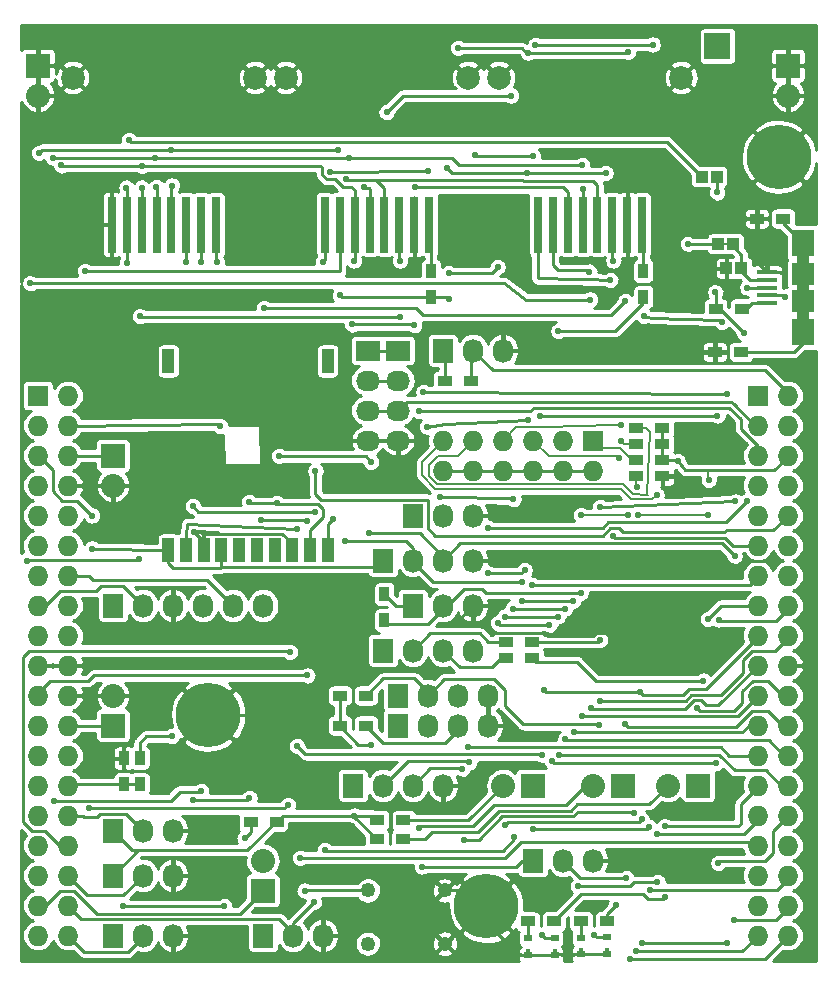
<source format=gtl>
G04 #@! TF.FileFunction,Copper,L1,Top,Signal*
%FSLAX46Y46*%
G04 Gerber Fmt 4.6, Leading zero omitted, Abs format (unit mm)*
G04 Created by KiCad (PCBNEW (2015-03-26 BZR 5542)-product) date 4/10/2015 4:12:40 PM*
%MOMM*%
G01*
G04 APERTURE LIST*
%ADD10C,0.100000*%
%ADD11R,1.727200X1.727200*%
%ADD12O,1.727200X1.727200*%
%ADD13R,1.016000X1.016000*%
%ADD14R,0.508000X0.203200*%
%ADD15R,1.200000X0.900000*%
%ADD16R,2.032000X2.032000*%
%ADD17O,2.032000X2.032000*%
%ADD18R,2.032000X1.727200*%
%ADD19O,2.032000X1.727200*%
%ADD20R,1.727200X2.032000*%
%ADD21O,1.727200X2.032000*%
%ADD22R,0.900000X1.200000*%
%ADD23R,1.000000X2.000000*%
%ADD24R,2.235200X2.235200*%
%ADD25R,0.640000X4.750000*%
%ADD26C,2.000000*%
%ADD27C,1.250000*%
%ADD28R,0.700000X0.600000*%
%ADD29R,0.300000X0.400000*%
%ADD30C,5.461000*%
%ADD31R,1.800000X0.400000*%
%ADD32R,1.900000X2.300000*%
%ADD33R,1.900000X1.850000*%
%ADD34C,0.584200*%
%ADD35C,0.254000*%
%ADD36C,0.177800*%
%ADD37C,1.016000*%
%ADD38C,0.508000*%
G04 APERTURE END LIST*
D10*
D11*
X124460000Y-80010000D03*
D12*
X127000000Y-80010000D03*
X124460000Y-82550000D03*
X127000000Y-82550000D03*
X124460000Y-85090000D03*
X127000000Y-85090000D03*
X124460000Y-87630000D03*
X127000000Y-87630000D03*
X124460000Y-90170000D03*
X127000000Y-90170000D03*
X124460000Y-92710000D03*
X127000000Y-92710000D03*
X124460000Y-95250000D03*
X127000000Y-95250000D03*
X124460000Y-97790000D03*
X127000000Y-97790000D03*
X124460000Y-100330000D03*
X127000000Y-100330000D03*
X124460000Y-102870000D03*
X127000000Y-102870000D03*
X124460000Y-105410000D03*
X127000000Y-105410000D03*
X124460000Y-107950000D03*
X127000000Y-107950000D03*
X124460000Y-110490000D03*
X127000000Y-110490000D03*
X124460000Y-113030000D03*
X127000000Y-113030000D03*
X124460000Y-115570000D03*
X127000000Y-115570000D03*
X124460000Y-118110000D03*
X127000000Y-118110000D03*
X124460000Y-120650000D03*
X127000000Y-120650000D03*
X124460000Y-123190000D03*
X127000000Y-123190000D03*
X124460000Y-125730000D03*
X127000000Y-125730000D03*
D13*
X182041800Y-67157600D03*
X183311800Y-67157600D03*
D14*
X182676800Y-67157600D03*
D15*
X183980000Y-76327000D03*
X181780000Y-76327000D03*
X187536000Y-65024000D03*
X185336000Y-65024000D03*
D16*
X130810000Y-85090000D03*
D17*
X130810000Y-87630000D03*
D18*
X152400000Y-76200000D03*
D19*
X152400000Y-78740000D03*
X152400000Y-81280000D03*
X152400000Y-83820000D03*
D20*
X166370000Y-119380000D03*
D21*
X168910000Y-119380000D03*
X171450000Y-119380000D03*
D18*
X154940000Y-76200000D03*
D19*
X154940000Y-78740000D03*
X154940000Y-81280000D03*
X154940000Y-83820000D03*
D20*
X130810000Y-120650000D03*
D21*
X133350000Y-120650000D03*
X135890000Y-120650000D03*
D20*
X143510000Y-125730000D03*
D21*
X146050000Y-125730000D03*
X148590000Y-125730000D03*
D20*
X156210000Y-90170000D03*
D21*
X158750000Y-90170000D03*
X161290000Y-90170000D03*
D20*
X156210000Y-97790000D03*
D21*
X158750000Y-97790000D03*
X161290000Y-97790000D03*
D20*
X130810000Y-125730000D03*
D21*
X133350000Y-125730000D03*
X135890000Y-125730000D03*
D22*
X133070600Y-110710800D03*
X133070600Y-112910800D03*
X131724400Y-112910800D03*
X131724400Y-110710800D03*
X157734000Y-71686600D03*
X157734000Y-69486600D03*
D15*
X168130400Y-124536200D03*
X165930400Y-124536200D03*
X172626200Y-124510800D03*
X170426200Y-124510800D03*
X184030800Y-72644000D03*
X181830800Y-72644000D03*
D22*
X175717200Y-71661200D03*
X175717200Y-69461200D03*
D15*
X175125200Y-86817200D03*
X177325200Y-86817200D03*
X150030000Y-107950000D03*
X152230000Y-107950000D03*
X150030000Y-105410000D03*
X152230000Y-105410000D03*
X175125200Y-85471000D03*
X177325200Y-85471000D03*
X175125200Y-84124800D03*
X177325200Y-84124800D03*
X175125200Y-82778600D03*
X177325200Y-82778600D03*
X161120000Y-78740000D03*
X158920000Y-78740000D03*
X155405000Y-115951000D03*
X153205000Y-115951000D03*
X142460800Y-116103400D03*
X144660800Y-116103400D03*
X155379600Y-117576600D03*
X153179600Y-117576600D03*
D22*
X153797000Y-99017000D03*
X153797000Y-96817000D03*
D15*
X164076200Y-100863400D03*
X166276200Y-100863400D03*
X164076200Y-102209600D03*
X166276200Y-102209600D03*
D11*
X185420000Y-80010000D03*
D12*
X187960000Y-80010000D03*
X185420000Y-82550000D03*
X187960000Y-82550000D03*
X185420000Y-85090000D03*
X187960000Y-85090000D03*
X185420000Y-87630000D03*
X187960000Y-87630000D03*
X185420000Y-90170000D03*
X187960000Y-90170000D03*
X185420000Y-92710000D03*
X187960000Y-92710000D03*
X185420000Y-95250000D03*
X187960000Y-95250000D03*
X185420000Y-97790000D03*
X187960000Y-97790000D03*
X185420000Y-100330000D03*
X187960000Y-100330000D03*
X185420000Y-102870000D03*
X187960000Y-102870000D03*
X185420000Y-105410000D03*
X187960000Y-105410000D03*
X185420000Y-107950000D03*
X187960000Y-107950000D03*
X185420000Y-110490000D03*
X187960000Y-110490000D03*
X185420000Y-113030000D03*
X187960000Y-113030000D03*
X185420000Y-115570000D03*
X187960000Y-115570000D03*
X185420000Y-118110000D03*
X187960000Y-118110000D03*
X185420000Y-120650000D03*
X187960000Y-120650000D03*
X185420000Y-123190000D03*
X187960000Y-123190000D03*
X185420000Y-125730000D03*
X187960000Y-125730000D03*
D23*
X135490000Y-93090000D03*
X136990000Y-93090000D03*
X138490000Y-93090000D03*
X139990000Y-93090000D03*
X141490000Y-93090000D03*
X142990000Y-93090000D03*
X144490000Y-93090000D03*
X145990000Y-93090000D03*
X147490000Y-93090000D03*
X148990000Y-93090000D03*
X135490000Y-77090000D03*
X148990000Y-77090000D03*
D13*
X180644800Y-61468000D03*
X181914800Y-61468000D03*
X182753000Y-69240400D03*
X184023000Y-69240400D03*
D16*
X130810000Y-107950000D03*
D17*
X130810000Y-105410000D03*
D20*
X151130000Y-113030000D03*
D21*
X153670000Y-113030000D03*
X156210000Y-113030000D03*
X158750000Y-113030000D03*
D20*
X130810000Y-97790000D03*
D21*
X133350000Y-97790000D03*
X135890000Y-97790000D03*
X138430000Y-97790000D03*
X140970000Y-97790000D03*
X143510000Y-97790000D03*
D20*
X153670000Y-93980000D03*
D21*
X156210000Y-93980000D03*
X158750000Y-93980000D03*
X161290000Y-93980000D03*
D20*
X130810000Y-116840000D03*
D21*
X133350000Y-116840000D03*
X135890000Y-116840000D03*
D20*
X154940000Y-107950000D03*
D21*
X157480000Y-107950000D03*
X160020000Y-107950000D03*
X162560000Y-107950000D03*
D20*
X158750000Y-76200000D03*
D21*
X161290000Y-76200000D03*
X163830000Y-76200000D03*
D20*
X154940000Y-105410000D03*
D21*
X157480000Y-105410000D03*
X160020000Y-105410000D03*
X162560000Y-105410000D03*
D11*
X171450000Y-83820000D03*
D12*
X171450000Y-86360000D03*
X168910000Y-83820000D03*
X168910000Y-86360000D03*
X166370000Y-83820000D03*
X166370000Y-86360000D03*
X163830000Y-83820000D03*
X163830000Y-86360000D03*
X161290000Y-83820000D03*
X161290000Y-86360000D03*
X158750000Y-83820000D03*
X158750000Y-86360000D03*
D20*
X153670000Y-101600000D03*
D21*
X156210000Y-101600000D03*
X158750000Y-101600000D03*
X161290000Y-101600000D03*
D24*
X181991000Y-50419000D03*
D16*
X173990000Y-113030000D03*
D17*
X171450000Y-113030000D03*
D16*
X166370000Y-113030000D03*
D17*
X163830000Y-113030000D03*
D16*
X143510000Y-121920000D03*
D17*
X143510000Y-119380000D03*
D16*
X180340000Y-113030000D03*
D17*
X177800000Y-113030000D03*
D16*
X124460000Y-52070000D03*
D17*
X124460000Y-54610000D03*
D16*
X187960000Y-52070000D03*
D17*
X187960000Y-54610000D03*
D25*
X157602000Y-65531000D03*
X156332000Y-65531000D03*
X155062000Y-65531000D03*
X153792000Y-65531000D03*
X152532000Y-65531000D03*
X151262000Y-65531000D03*
X149992000Y-65531000D03*
X148722000Y-65531000D03*
D26*
X160882000Y-53086000D03*
X145442000Y-53086000D03*
D25*
X139568000Y-65531000D03*
X138298000Y-65531000D03*
X137028000Y-65531000D03*
X135758000Y-65531000D03*
X134498000Y-65531000D03*
X133228000Y-65531000D03*
X131958000Y-65531000D03*
X130688000Y-65531000D03*
D26*
X142848000Y-53086000D03*
X127408000Y-53086000D03*
D25*
X175636000Y-65531000D03*
X174366000Y-65531000D03*
X173096000Y-65531000D03*
X171826000Y-65531000D03*
X170566000Y-65531000D03*
X169296000Y-65531000D03*
X168026000Y-65531000D03*
X166756000Y-65531000D03*
D26*
X178916000Y-53086000D03*
X163476000Y-53086000D03*
D27*
X152398660Y-121917900D03*
X158898660Y-121917900D03*
X152398660Y-126417900D03*
X158898660Y-126417900D03*
D28*
X165938200Y-125969800D03*
X165938200Y-127369800D03*
D29*
X165938200Y-126999800D03*
D28*
X168198800Y-125969800D03*
X168198800Y-127369800D03*
D29*
X168198800Y-126999800D03*
D28*
X170408600Y-125919000D03*
X170408600Y-127319000D03*
D29*
X170408600Y-126949000D03*
D28*
X172669200Y-125893600D03*
X172669200Y-127293600D03*
D29*
X172669200Y-126923600D03*
D30*
X162407600Y-123240800D03*
X138887200Y-107035600D03*
X187198000Y-59791600D03*
D31*
X186180000Y-72166000D03*
X186180000Y-71516000D03*
X186180000Y-70866000D03*
X186180000Y-70216000D03*
X186180000Y-69566000D03*
D32*
X189230000Y-74616000D03*
X189230000Y-67116000D03*
D33*
X189230000Y-71991000D03*
X189230000Y-69741000D03*
D34*
X153974800Y-56032400D03*
X164515800Y-54610000D03*
X150012400Y-71526400D03*
X163372800Y-69138800D03*
X159232600Y-69621400D03*
X159232600Y-71831200D03*
X162560000Y-95072200D03*
X165658800Y-94792800D03*
X140233400Y-123215400D03*
X131673600Y-123215400D03*
X151257000Y-115570000D03*
X168529000Y-74549000D03*
X129032000Y-92964000D03*
X129032000Y-90170000D03*
X157480000Y-53086000D03*
X153670000Y-54864000D03*
X180213000Y-94488000D03*
X186690000Y-93980000D03*
X180213000Y-87503000D03*
X168910000Y-94488000D03*
X167259000Y-90170000D03*
X172847000Y-94488000D03*
X172847000Y-100076000D03*
X161798000Y-111760000D03*
X171069000Y-122936000D03*
X169291000Y-126365000D03*
X178816000Y-119380000D03*
X147447000Y-57023000D03*
X153543000Y-69469000D03*
X137668000Y-91567000D03*
X142849600Y-95478600D03*
X140208000Y-95478600D03*
X144932400Y-95351600D03*
X147955000Y-95453200D03*
X149529800Y-95427800D03*
X144348200Y-107010200D03*
X145745200Y-107010200D03*
X144703800Y-83820000D03*
X160604200Y-67818000D03*
X164363400Y-67919600D03*
X178816000Y-115544600D03*
X180213000Y-84810600D03*
X178790600Y-84480400D03*
X167132000Y-125679200D03*
X182829200Y-126365000D03*
X175590200Y-126339600D03*
X175564800Y-115900200D03*
X163982400Y-116357400D03*
X160985200Y-111074200D03*
X175082200Y-127025400D03*
X174929800Y-115341400D03*
X160502600Y-117602000D03*
X160401000Y-111607600D03*
X170561000Y-107162600D03*
X169748200Y-97409000D03*
X165430200Y-97409000D03*
X165455600Y-95783400D03*
X150495000Y-92329000D03*
X144881600Y-85115400D03*
X152654000Y-85623400D03*
X152476200Y-91668600D03*
X183438800Y-93573600D03*
X123494800Y-93980000D03*
X132994400Y-93827600D03*
X133096000Y-73304400D03*
X155143200Y-73329800D03*
X155117800Y-68580000D03*
X150545800Y-61696600D03*
X149860000Y-59232800D03*
X135788400Y-62230000D03*
X135712200Y-59182000D03*
X124561600Y-59461400D03*
X170586400Y-62484000D03*
X170535600Y-60477400D03*
X152095200Y-62357000D03*
X150774400Y-59867800D03*
X134493000Y-62331600D03*
X134366000Y-59867800D03*
X125730000Y-59867800D03*
X151206200Y-68580000D03*
X151053800Y-73990200D03*
X156311600Y-74066400D03*
X156362400Y-62382400D03*
X133273800Y-62407800D03*
X133273800Y-60579000D03*
X126441200Y-60528200D03*
X128447800Y-69443600D03*
X145796000Y-101727000D03*
X148590000Y-68707000D03*
X139852400Y-82600800D03*
X147955000Y-86410800D03*
X183362600Y-124409200D03*
X149199600Y-61061600D03*
X157480000Y-61036200D03*
X157099000Y-79730600D03*
X182829200Y-79883000D03*
X165963600Y-50977800D03*
X164007800Y-98729800D03*
X168452800Y-98729800D03*
X168605200Y-110413800D03*
X174421800Y-50927000D03*
X160045400Y-50571400D03*
X142341600Y-89001600D03*
X144678400Y-89103200D03*
X182067200Y-119583200D03*
X181838600Y-111150400D03*
X167970200Y-110972600D03*
X167767000Y-99415600D03*
X163398200Y-99263200D03*
X176504600Y-50292000D03*
X166573200Y-50342800D03*
X166395400Y-59766200D03*
X161467800Y-59639200D03*
X172516800Y-61163200D03*
X165836600Y-61163200D03*
X159080200Y-60756800D03*
X169113200Y-109093000D03*
X169087800Y-98044000D03*
X164693600Y-98044000D03*
X164719000Y-88798400D03*
X158521400Y-88620600D03*
X157403800Y-82651600D03*
X165989000Y-82092800D03*
X149428200Y-90474800D03*
X147269200Y-103708200D03*
X147218400Y-90601800D03*
X143306800Y-90525600D03*
X143586200Y-72593200D03*
X174193200Y-72009000D03*
X173177200Y-68580000D03*
X123825000Y-70510400D03*
X171145200Y-69519800D03*
X171196000Y-71882000D03*
X172923200Y-70231000D03*
X173177200Y-91897200D03*
X174599600Y-127685800D03*
X174269400Y-120878600D03*
X184505600Y-88925400D03*
X162585400Y-91236800D03*
X171272200Y-106451400D03*
X170408600Y-96748600D03*
X152654000Y-109575600D03*
X166928800Y-81762600D03*
X181991000Y-81711800D03*
X182092600Y-98983800D03*
X156972000Y-119888000D03*
X146659600Y-119151400D03*
X156718000Y-81305400D03*
X172034200Y-105841800D03*
X171932600Y-107873800D03*
X160858200Y-109728000D03*
X174193200Y-107848400D03*
X176276000Y-121843800D03*
X176225200Y-116560600D03*
X166344600Y-116738400D03*
X156718000Y-116586000D03*
X180289200Y-106476800D03*
X139623800Y-68732400D03*
X147828000Y-122910600D03*
X137617200Y-114249200D03*
X142367000Y-114096800D03*
X138277600Y-68732400D03*
X135788400Y-108864400D03*
X181254400Y-87172800D03*
X181229000Y-90119200D03*
X175234600Y-90119200D03*
X175158400Y-87782400D03*
X178612800Y-85572600D03*
X183515000Y-88976200D03*
X172059600Y-89458800D03*
X172034200Y-100711000D03*
X180797200Y-104140000D03*
X181178200Y-98933000D03*
X166319200Y-96037400D03*
X177571400Y-116484400D03*
X177546000Y-122504200D03*
X179476400Y-67157600D03*
X170205400Y-121539000D03*
X176911000Y-121183400D03*
X176885600Y-117144800D03*
X128752600Y-114960400D03*
X145618200Y-114655600D03*
X147040600Y-121920000D03*
X132156200Y-58369200D03*
X131953000Y-62407800D03*
X132003800Y-68757800D03*
X187706000Y-71628000D03*
X184531000Y-70866000D03*
X171577000Y-125679200D03*
X184251600Y-74701400D03*
X181965600Y-62814200D03*
X181813200Y-71272400D03*
X174396400Y-90093800D03*
X170434000Y-90144600D03*
X173659800Y-85293200D03*
X173837600Y-83845400D03*
X173786800Y-82473800D03*
X176834800Y-88417400D03*
X167309800Y-104902000D03*
X167157400Y-110413800D03*
X146405600Y-109702600D03*
X146405600Y-91287600D03*
X175412400Y-105105200D03*
X173380400Y-123164600D03*
X164795200Y-117398800D03*
X148742400Y-118465600D03*
X147878800Y-89865200D03*
X137566400Y-89382600D03*
X136982200Y-68707000D03*
X169824400Y-108534200D03*
X175768000Y-73279000D03*
X182372000Y-73787000D03*
X125806200Y-114300000D03*
X138277600Y-113487200D03*
X141960600Y-117449600D03*
D35*
X153974800Y-56032400D02*
X155397200Y-54610000D01*
X155397200Y-54610000D02*
X164515800Y-54610000D01*
X150172600Y-71686600D02*
X157734000Y-71686600D01*
X150012400Y-71526400D02*
X150172600Y-71686600D01*
X163372800Y-69138800D02*
X162890200Y-69621400D01*
X162890200Y-69621400D02*
X159232600Y-69621400D01*
X159088000Y-71686600D02*
X157734000Y-71686600D01*
X159232600Y-71831200D02*
X159088000Y-71686600D01*
X165379400Y-95072200D02*
X162560000Y-95072200D01*
X165658800Y-94792800D02*
X165379400Y-95072200D01*
X139990000Y-94528200D02*
X153121800Y-94528200D01*
X153121800Y-94528200D02*
X153670000Y-93980000D01*
X135490000Y-93090000D02*
X135490000Y-94215000D01*
X139990000Y-94528200D02*
X139990000Y-93090000D01*
X139928600Y-94589600D02*
X139990000Y-94528200D01*
X135864600Y-94589600D02*
X139928600Y-94589600D01*
X135490000Y-94215000D02*
X135864600Y-94589600D01*
X131673600Y-123215400D02*
X140233400Y-123215400D01*
X144660800Y-116103400D02*
X144576800Y-116103400D01*
X144576800Y-116103400D02*
X142189200Y-118491000D01*
X142189200Y-118491000D02*
X133096000Y-118491000D01*
X151257000Y-115570000D02*
X145194200Y-115570000D01*
X145194200Y-115570000D02*
X144660800Y-116103400D01*
X151257000Y-115570000D02*
X151257000Y-115654000D01*
X151257000Y-115654000D02*
X153179600Y-117576600D01*
X151257000Y-115570000D02*
X152824000Y-115570000D01*
X152824000Y-115570000D02*
X153205000Y-115951000D01*
X133096000Y-118491000D02*
X132969000Y-118491000D01*
X132969000Y-118491000D02*
X130810000Y-120650000D01*
X132461000Y-118491000D02*
X130810000Y-116840000D01*
X133096000Y-118491000D02*
X132461000Y-118491000D01*
X173355000Y-74549000D02*
X175717200Y-72186800D01*
X168529000Y-74549000D02*
X173355000Y-74549000D01*
X175717200Y-72186800D02*
X175717200Y-71661200D01*
X168910000Y-86360000D02*
X171450000Y-86360000D01*
X166370000Y-86360000D02*
X167640000Y-86360000D01*
X167640000Y-86360000D02*
X168910000Y-86360000D01*
X163830000Y-86360000D02*
X166370000Y-86360000D01*
X161290000Y-86360000D02*
X163830000Y-86360000D01*
X158750000Y-86360000D02*
X160020000Y-86360000D01*
X160020000Y-86360000D02*
X161290000Y-86360000D01*
X124460000Y-85090000D02*
X124536200Y-85090000D01*
X124536200Y-85090000D02*
X125730000Y-86283800D01*
X129312400Y-93013800D02*
X135490000Y-93090000D01*
X129032000Y-92964000D02*
X129312400Y-93013800D01*
X127762000Y-88900000D02*
X129032000Y-90170000D01*
X126517400Y-88900000D02*
X127762000Y-88900000D01*
X125730000Y-88112600D02*
X126517400Y-88900000D01*
X125730000Y-86283800D02*
X125730000Y-88112600D01*
X157472200Y-71483400D02*
X157683200Y-71483400D01*
X139884200Y-92221000D02*
X139884200Y-93115400D01*
X124460000Y-85090000D02*
X124460000Y-85369400D01*
X127000000Y-95250000D02*
X128778000Y-95250000D01*
X138811000Y-95631000D02*
X140970000Y-97790000D01*
X129159000Y-95631000D02*
X138811000Y-95631000D01*
X128778000Y-95250000D02*
X129159000Y-95631000D01*
X185336000Y-61653600D02*
X187198000Y-59791600D01*
X156332000Y-65531000D02*
X156332000Y-63368000D01*
X165938200Y-127369800D02*
X165938200Y-126999800D01*
X168198800Y-127369800D02*
X168198800Y-126999800D01*
X170408600Y-127319000D02*
X170408600Y-126949000D01*
X172669200Y-127293600D02*
X172669200Y-126923600D01*
X172643800Y-127319000D02*
X172669200Y-127293600D01*
X170357800Y-127369800D02*
X170408600Y-127319000D01*
X135890000Y-120650000D02*
X135890000Y-120980200D01*
X138490000Y-93090000D02*
X138490000Y-92243600D01*
X145990000Y-92472200D02*
X145990000Y-93090000D01*
X131724400Y-110710800D02*
X131724400Y-110388400D01*
X156332000Y-65531000D02*
X156332000Y-63241000D01*
X155448000Y-53086000D02*
X157480000Y-53086000D01*
X153670000Y-54864000D02*
X155448000Y-53086000D01*
X138490000Y-92389000D02*
X137668000Y-91567000D01*
X138490000Y-93090000D02*
X138490000Y-92389000D01*
X138303000Y-91567000D02*
X137668000Y-91567000D01*
X138430000Y-91694000D02*
X138303000Y-91567000D01*
X143002000Y-91694000D02*
X138430000Y-91694000D01*
X145161000Y-91694000D02*
X143002000Y-91694000D01*
X145990000Y-92523000D02*
X145161000Y-91694000D01*
X145990000Y-93090000D02*
X145990000Y-92523000D01*
X184023000Y-94488000D02*
X180213000Y-94488000D01*
X184531000Y-93980000D02*
X184023000Y-94488000D01*
X186690000Y-93980000D02*
X184531000Y-93980000D01*
X172847000Y-94488000D02*
X168910000Y-94488000D01*
X180213000Y-94488000D02*
X172847000Y-94488000D01*
X161290000Y-90170000D02*
X167259000Y-90170000D01*
X171704000Y-100076000D02*
X172847000Y-100076000D01*
X171450000Y-100330000D02*
X171704000Y-100076000D01*
X167640000Y-100330000D02*
X171450000Y-100330000D01*
X167386000Y-100076000D02*
X167640000Y-100330000D01*
X162941000Y-100076000D02*
X167386000Y-100076000D01*
X162052000Y-99187000D02*
X162941000Y-100076000D01*
X159893000Y-99187000D02*
X162052000Y-99187000D01*
X161290000Y-97790000D02*
X159893000Y-99187000D01*
X160528000Y-113030000D02*
X161798000Y-111760000D01*
X158750000Y-113030000D02*
X160528000Y-113030000D01*
X172669200Y-127293600D02*
X172669200Y-126923600D01*
X170434000Y-127293600D02*
X170408600Y-127319000D01*
X172669200Y-127293600D02*
X170434000Y-127293600D01*
X168249600Y-127319000D02*
X168198800Y-127369800D01*
X169291000Y-127319000D02*
X168249600Y-127319000D01*
X170408600Y-127319000D02*
X169291000Y-127319000D01*
X168198800Y-127369800D02*
X165938200Y-127369800D01*
X165938200Y-127369800D02*
X165938200Y-126999800D01*
X170408600Y-127319000D02*
X170408600Y-126949000D01*
X162407600Y-124561600D02*
X162407600Y-123240800D01*
X165215800Y-127369800D02*
X162407600Y-124561600D01*
X165938200Y-127369800D02*
X165215800Y-127369800D01*
X161084700Y-121917900D02*
X162407600Y-123240800D01*
X158898660Y-121917900D02*
X161084700Y-121917900D01*
X169291000Y-127319000D02*
X169291000Y-126365000D01*
X171450000Y-119380000D02*
X178816000Y-119380000D01*
X185336000Y-68722000D02*
X186180000Y-69566000D01*
X185336000Y-65024000D02*
X185336000Y-68722000D01*
X155829000Y-69469000D02*
X153543000Y-69469000D01*
X156332000Y-68966000D02*
X155829000Y-69469000D01*
X156332000Y-65531000D02*
X156332000Y-68966000D01*
X140208000Y-95478600D02*
X142849600Y-95478600D01*
X144805400Y-95478600D02*
X144932400Y-95351600D01*
X142849600Y-95478600D02*
X144805400Y-95478600D01*
X147853400Y-95351600D02*
X147955000Y-95453200D01*
X144932400Y-95351600D02*
X147853400Y-95351600D01*
X149504400Y-95453200D02*
X149529800Y-95427800D01*
X147955000Y-95453200D02*
X149504400Y-95453200D01*
X144322800Y-107035600D02*
X144348200Y-107010200D01*
X138887200Y-107035600D02*
X144322800Y-107035600D01*
X144348200Y-107010200D02*
X145745200Y-107010200D01*
X152400000Y-83820000D02*
X144703800Y-83820000D01*
X164261800Y-67818000D02*
X160604200Y-67818000D01*
X164363400Y-67919600D02*
X164261800Y-67818000D01*
X179120800Y-84810600D02*
X178790600Y-84480400D01*
X180213000Y-84810600D02*
X179120800Y-84810600D01*
X165930400Y-124536200D02*
X165930400Y-125962000D01*
X165930400Y-125962000D02*
X165938200Y-125969800D01*
X167132000Y-125679200D02*
X167422600Y-125969800D01*
X167422600Y-125969800D02*
X168198800Y-125969800D01*
X157734000Y-69486600D02*
X157734000Y-65663000D01*
X157734000Y-65663000D02*
X157602000Y-65531000D01*
X175717200Y-69461200D02*
X175717200Y-65612200D01*
X175717200Y-65612200D02*
X175636000Y-65531000D01*
X182829200Y-126365000D02*
X182803800Y-126339600D01*
X182803800Y-126339600D02*
X175590200Y-126339600D01*
X175564800Y-115900200D02*
X175361600Y-116103400D01*
X175361600Y-116103400D02*
X164236400Y-116103400D01*
X164236400Y-116103400D02*
X163982400Y-116357400D01*
X160985200Y-111074200D02*
X160832800Y-110921800D01*
X160832800Y-110921800D02*
X155778200Y-110921800D01*
X155778200Y-110921800D02*
X153670000Y-113030000D01*
X185420000Y-125730000D02*
X185394600Y-125730000D01*
X185394600Y-125730000D02*
X184099200Y-127025400D01*
X184099200Y-127025400D02*
X175082200Y-127025400D01*
X174929800Y-115341400D02*
X174828200Y-115239800D01*
X174828200Y-115239800D02*
X170180000Y-115239800D01*
X170180000Y-115239800D02*
X169773600Y-115646200D01*
X169773600Y-115646200D02*
X163728400Y-115646200D01*
X163728400Y-115646200D02*
X161772600Y-117602000D01*
X161772600Y-117602000D02*
X160502600Y-117602000D01*
X160401000Y-111607600D02*
X160375600Y-111582200D01*
X160375600Y-111582200D02*
X157657800Y-111582200D01*
X157657800Y-111582200D02*
X156210000Y-113030000D01*
X156210000Y-93980000D02*
X156210000Y-94081600D01*
X156210000Y-94081600D02*
X157911800Y-95783400D01*
X183692800Y-107137200D02*
X185420000Y-105410000D01*
X170586400Y-107137200D02*
X183692800Y-107137200D01*
X170561000Y-107162600D02*
X170586400Y-107137200D01*
X165430200Y-97409000D02*
X169748200Y-97409000D01*
X157911800Y-95783400D02*
X165455600Y-95783400D01*
X156210000Y-93980000D02*
X156210000Y-92913200D01*
X150520400Y-92303600D02*
X150495000Y-92329000D01*
X155600400Y-92303600D02*
X150520400Y-92303600D01*
X156210000Y-92913200D02*
X155600400Y-92303600D01*
X158750000Y-93980000D02*
X158750000Y-93649800D01*
X158750000Y-93649800D02*
X156768800Y-91668600D01*
X144932400Y-85166200D02*
X144881600Y-85115400D01*
X152196800Y-85166200D02*
X144932400Y-85166200D01*
X152654000Y-85623400D02*
X152196800Y-85166200D01*
X156768800Y-91668600D02*
X152476200Y-91668600D01*
X160197800Y-92532200D02*
X158750000Y-93980000D01*
X182397400Y-92532200D02*
X160197800Y-92532200D01*
X183438800Y-93573600D02*
X182397400Y-92532200D01*
X123494800Y-93980000D02*
X123520200Y-93954600D01*
X123520200Y-93954600D02*
X132867400Y-93954600D01*
X132867400Y-93954600D02*
X132994400Y-93827600D01*
X133096000Y-73304400D02*
X133121400Y-73329800D01*
X133121400Y-73329800D02*
X155143200Y-73329800D01*
X155117800Y-68580000D02*
X155062000Y-68524200D01*
X155062000Y-68524200D02*
X155062000Y-65531000D01*
X152908000Y-61722000D02*
X165481000Y-61722000D01*
X171826000Y-62225000D02*
X171826000Y-65531000D01*
X171475400Y-61874400D02*
X171826000Y-62225000D01*
X170789600Y-61874400D02*
X171475400Y-61874400D01*
X170764200Y-61849000D02*
X170789600Y-61874400D01*
X165608000Y-61849000D02*
X170764200Y-61849000D01*
X165481000Y-61722000D02*
X165608000Y-61849000D01*
X135712200Y-59182000D02*
X149809200Y-59182000D01*
X153792000Y-62402800D02*
X153792000Y-65531000D01*
X153111200Y-61722000D02*
X153792000Y-62402800D01*
X150571200Y-61722000D02*
X152908000Y-61722000D01*
X152908000Y-61722000D02*
X153111200Y-61722000D01*
X150545800Y-61696600D02*
X150571200Y-61722000D01*
X149809200Y-59182000D02*
X149860000Y-59232800D01*
X135758000Y-62260400D02*
X135758000Y-65531000D01*
X135788400Y-62230000D02*
X135758000Y-62260400D01*
X124841000Y-59182000D02*
X135712200Y-59182000D01*
X124561600Y-59461400D02*
X124841000Y-59182000D01*
X150774400Y-59867800D02*
X159512000Y-59867800D01*
X170566000Y-62504400D02*
X170566000Y-65531000D01*
X170586400Y-62484000D02*
X170566000Y-62504400D01*
X160121600Y-60477400D02*
X170535600Y-60477400D01*
X159512000Y-59867800D02*
X160121600Y-60477400D01*
X134366000Y-59867800D02*
X150774400Y-59867800D01*
X152532000Y-62489000D02*
X152532000Y-65531000D01*
X152501600Y-62458600D02*
X152532000Y-62489000D01*
X152146000Y-62407800D02*
X152501600Y-62458600D01*
X152095200Y-62357000D02*
X152146000Y-62407800D01*
X134498000Y-62336600D02*
X134498000Y-65531000D01*
X134493000Y-62331600D02*
X134498000Y-62336600D01*
X125730000Y-59867800D02*
X134366000Y-59867800D01*
X169296000Y-65531000D02*
X169296000Y-62793800D01*
X151262000Y-68524200D02*
X151262000Y-65531000D01*
X151206200Y-68580000D02*
X151262000Y-68524200D01*
X156235400Y-73990200D02*
X151053800Y-73990200D01*
X156311600Y-74066400D02*
X156235400Y-73990200D01*
X168884600Y-62382400D02*
X156362400Y-62382400D01*
X169296000Y-62793800D02*
X168884600Y-62382400D01*
X147878800Y-60579000D02*
X148412200Y-60579000D01*
X151262000Y-62590600D02*
X151262000Y-65531000D01*
X151003000Y-62331600D02*
X151262000Y-62590600D01*
X150266400Y-62331600D02*
X151003000Y-62331600D01*
X149631400Y-61696600D02*
X150266400Y-62331600D01*
X148920200Y-61696600D02*
X149631400Y-61696600D01*
X148539200Y-61315600D02*
X148920200Y-61696600D01*
X148539200Y-60706000D02*
X148539200Y-61315600D01*
X148412200Y-60579000D02*
X148539200Y-60706000D01*
X133273800Y-60579000D02*
X147878800Y-60579000D01*
X147878800Y-60579000D02*
X147904200Y-60579000D01*
X131673600Y-60553600D02*
X133248400Y-60553600D01*
X126466600Y-60553600D02*
X131673600Y-60553600D01*
X133228000Y-62453600D02*
X133228000Y-65531000D01*
X133273800Y-62407800D02*
X133228000Y-62453600D01*
X133248400Y-60553600D02*
X133273800Y-60579000D01*
X126441200Y-60528200D02*
X126466600Y-60553600D01*
X133096000Y-69443600D02*
X150063200Y-69443600D01*
X128447800Y-69443600D02*
X133096000Y-69443600D01*
X149992000Y-69372400D02*
X149992000Y-65531000D01*
X150063200Y-69443600D02*
X149992000Y-69372400D01*
X127000000Y-118110000D02*
X126365000Y-118110000D01*
X126365000Y-118110000D02*
X125095000Y-116840000D01*
X125095000Y-116840000D02*
X123952000Y-116840000D01*
X123952000Y-116840000D02*
X123190000Y-116078000D01*
X123190000Y-116078000D02*
X123190000Y-102108000D01*
X123190000Y-102108000D02*
X123698000Y-101600000D01*
X123698000Y-101600000D02*
X145669000Y-101600000D01*
X145669000Y-101600000D02*
X145796000Y-101727000D01*
X148590000Y-68707000D02*
X148722000Y-68575000D01*
X148722000Y-68575000D02*
X148722000Y-65531000D01*
X127000000Y-118110000D02*
X126644400Y-118110000D01*
X127000000Y-82550000D02*
X139700000Y-82448400D01*
X139700000Y-82448400D02*
X139852400Y-82600800D01*
X158115000Y-91897200D02*
X158089600Y-91897200D01*
X158089600Y-91897200D02*
X157454600Y-91262200D01*
X147955000Y-88315800D02*
X147955000Y-86410800D01*
X148463000Y-88823800D02*
X147955000Y-88315800D01*
X157429200Y-88823800D02*
X148463000Y-88823800D01*
X157454600Y-88849200D02*
X157429200Y-88823800D01*
X157454600Y-91262200D02*
X157454600Y-88849200D01*
X187960000Y-90170000D02*
X187934600Y-90170000D01*
X187934600Y-90170000D02*
X186690000Y-91414600D01*
X172262800Y-91897200D02*
X158115000Y-91897200D01*
X172923200Y-91236800D02*
X172262800Y-91897200D01*
X173634400Y-91236800D02*
X172923200Y-91236800D01*
X173964600Y-91567000D02*
X173634400Y-91236800D01*
X182600600Y-91567000D02*
X173964600Y-91567000D01*
X182753000Y-91414600D02*
X182600600Y-91567000D01*
X186690000Y-91414600D02*
X182753000Y-91414600D01*
X187960000Y-90170000D02*
X187401200Y-90170000D01*
X187960000Y-123190000D02*
X187960000Y-123418600D01*
X186969400Y-124409200D02*
X183362600Y-124409200D01*
X187960000Y-123418600D02*
X186969400Y-124409200D01*
X157429200Y-60985400D02*
X149199600Y-61061600D01*
X157480000Y-61036200D02*
X157429200Y-60985400D01*
X182803800Y-79908400D02*
X157099000Y-79730600D01*
X182829200Y-79883000D02*
X182803800Y-79908400D01*
X168452800Y-98729800D02*
X164007800Y-98729800D01*
X182143400Y-110413800D02*
X168605200Y-110413800D01*
X183464200Y-111734600D02*
X182143400Y-110413800D01*
X186080400Y-111734600D02*
X183464200Y-111734600D01*
X187375800Y-113030000D02*
X186080400Y-111734600D01*
X174421800Y-50927000D02*
X174371000Y-50977800D01*
X174371000Y-50977800D02*
X165963600Y-50977800D01*
X187960000Y-113030000D02*
X187375800Y-113030000D01*
X165811200Y-50977800D02*
X165963600Y-50977800D01*
X165404800Y-50571400D02*
X165811200Y-50977800D01*
X165049200Y-50571400D02*
X165404800Y-50571400D01*
X160045400Y-50571400D02*
X165049200Y-50571400D01*
X144678400Y-89103200D02*
X142443200Y-89103200D01*
X142443200Y-89103200D02*
X142341600Y-89001600D01*
X147490000Y-91397000D02*
X147490000Y-93090000D01*
X148564600Y-90322400D02*
X147490000Y-91397000D01*
X148564600Y-89585800D02*
X148564600Y-90322400D01*
X148158200Y-89179400D02*
X148564600Y-89585800D01*
X144754600Y-89179400D02*
X148158200Y-89179400D01*
X144678400Y-89103200D02*
X144754600Y-89179400D01*
X186690000Y-116840000D02*
X187960000Y-115570000D01*
X186690000Y-118719600D02*
X186690000Y-116840000D01*
X186004200Y-119405400D02*
X186690000Y-118719600D01*
X182245000Y-119405400D02*
X186004200Y-119405400D01*
X182067200Y-119583200D02*
X182245000Y-119405400D01*
X168148000Y-111150400D02*
X181838600Y-111150400D01*
X167970200Y-110972600D02*
X168148000Y-111150400D01*
X163550600Y-99415600D02*
X167767000Y-99415600D01*
X163398200Y-99263200D02*
X163550600Y-99415600D01*
X166624000Y-50292000D02*
X176504600Y-50292000D01*
X166573200Y-50342800D02*
X166624000Y-50292000D01*
X161594800Y-59766200D02*
X166395400Y-59766200D01*
X161467800Y-59639200D02*
X161594800Y-59766200D01*
X165836600Y-61163200D02*
X172516800Y-61163200D01*
X159486600Y-61163200D02*
X165836600Y-61163200D01*
X159080200Y-60756800D02*
X159486600Y-61163200D01*
X187960000Y-110490000D02*
X187655200Y-110490000D01*
X187655200Y-110490000D02*
X186359800Y-109194600D01*
X186359800Y-109194600D02*
X169214800Y-109194600D01*
X169214800Y-109194600D02*
X169113200Y-109093000D01*
X169087800Y-98044000D02*
X164693600Y-98044000D01*
X164719000Y-88798400D02*
X164642800Y-88722200D01*
X164642800Y-88722200D02*
X158521400Y-88620600D01*
X157403800Y-82651600D02*
X158902400Y-82397600D01*
X158902400Y-82397600D02*
X165989000Y-82092800D01*
X148990000Y-90913000D02*
X148990000Y-93090000D01*
X149428200Y-90474800D02*
X148990000Y-90913000D01*
X124460000Y-105410000D02*
X124460000Y-105181400D01*
X124460000Y-105181400D02*
X125476000Y-104165400D01*
X125476000Y-104165400D02*
X128727200Y-104165400D01*
X128727200Y-104165400D02*
X129184400Y-103708200D01*
X129184400Y-103708200D02*
X147269200Y-103708200D01*
X147218400Y-90601800D02*
X147142200Y-90525600D01*
X147142200Y-90525600D02*
X143306800Y-90525600D01*
X143586200Y-72593200D02*
X143611600Y-72618600D01*
X143611600Y-72618600D02*
X156438600Y-72618600D01*
X156438600Y-72618600D02*
X157022800Y-73202800D01*
X157022800Y-73202800D02*
X172999400Y-73202800D01*
X172999400Y-73202800D02*
X174193200Y-72009000D01*
X173177200Y-68580000D02*
X173096000Y-68498800D01*
X173096000Y-68498800D02*
X173096000Y-65531000D01*
X163884303Y-70501641D02*
X163959304Y-70507815D01*
X163169600Y-70459600D02*
X163884303Y-70501641D01*
X123875800Y-70459600D02*
X163169600Y-70459600D01*
X123825000Y-70510400D02*
X123875800Y-70459600D01*
X168026000Y-68940600D02*
X168026000Y-65531000D01*
X168478200Y-69392800D02*
X168026000Y-68940600D01*
X171018200Y-69392800D02*
X168478200Y-69392800D01*
X171145200Y-69519800D02*
X171018200Y-69392800D01*
X165785800Y-71882000D02*
X171196000Y-71882000D01*
X163959304Y-70507815D02*
X165785800Y-71882000D01*
X166756000Y-70099000D02*
X166756000Y-65531000D01*
X170154373Y-70129398D02*
X166756000Y-70099000D01*
X171015976Y-70180396D02*
X170154373Y-70129398D01*
X172923200Y-70231000D02*
X171015976Y-70180396D01*
X185420000Y-92710000D02*
X183286400Y-92710000D01*
X173329600Y-92049600D02*
X173177200Y-91897200D01*
X182626000Y-92049600D02*
X173329600Y-92049600D01*
X183286400Y-92710000D02*
X182626000Y-92049600D01*
X187960000Y-125730000D02*
X187960000Y-125755400D01*
X187960000Y-125755400D02*
X186029600Y-127685800D01*
X186029600Y-127685800D02*
X174599600Y-127685800D01*
X174269400Y-120878600D02*
X174244000Y-120853200D01*
X174244000Y-120853200D02*
X170383200Y-120853200D01*
X170383200Y-120853200D02*
X168910000Y-119380000D01*
X161120000Y-78740000D02*
X161120000Y-76370000D01*
X161120000Y-76370000D02*
X161290000Y-76200000D01*
X187960000Y-80010000D02*
X187960000Y-79832200D01*
X187960000Y-79832200D02*
X186004200Y-77876400D01*
X186004200Y-77876400D02*
X162966400Y-77876400D01*
X162966400Y-77876400D02*
X161290000Y-76200000D01*
X184505600Y-88925400D02*
X182676800Y-90754200D01*
X182676800Y-90754200D02*
X172745400Y-90754200D01*
X172745400Y-90754200D02*
X172262800Y-91236800D01*
X172262800Y-91236800D02*
X162585400Y-91236800D01*
X158750000Y-97790000D02*
X159131000Y-97790000D01*
X159131000Y-97790000D02*
X160553400Y-96367600D01*
X182067200Y-106222800D02*
X185420000Y-102870000D01*
X181019404Y-106222800D02*
X182067200Y-106222800D01*
X180613004Y-105816400D02*
X181019404Y-106222800D01*
X180035200Y-105816400D02*
X180613004Y-105816400D01*
X179273200Y-106578400D02*
X180035200Y-105816400D01*
X171399200Y-106578400D02*
X179273200Y-106578400D01*
X171272200Y-106451400D02*
X171399200Y-106578400D01*
X162433000Y-96748600D02*
X170408600Y-96748600D01*
X162052000Y-96367600D02*
X162433000Y-96748600D01*
X160553400Y-96367600D02*
X162052000Y-96367600D01*
X158750000Y-97790000D02*
X158750000Y-98094800D01*
X158750000Y-98094800D02*
X157505400Y-99339400D01*
X157505400Y-99339400D02*
X154119400Y-99339400D01*
X154119400Y-99339400D02*
X153797000Y-99017000D01*
X154940000Y-76200000D02*
X152400000Y-76200000D01*
X150030000Y-107950000D02*
X150030000Y-108018400D01*
X150030000Y-108018400D02*
X151587200Y-109575600D01*
X151587200Y-109575600D02*
X152654000Y-109575600D01*
X150030000Y-105410000D02*
X150030000Y-107950000D01*
X187960000Y-97790000D02*
X187960000Y-98094800D01*
X187960000Y-98094800D02*
X186969400Y-99085400D01*
X181991000Y-81711800D02*
X166928800Y-81762600D01*
X182194200Y-99085400D02*
X182092600Y-98983800D01*
X186969400Y-99085400D02*
X182194200Y-99085400D01*
X187960000Y-97790000D02*
X187477400Y-97790000D01*
X156972000Y-119888000D02*
X164973000Y-119888000D01*
X164973000Y-119888000D02*
X165481000Y-119380000D01*
X165481000Y-119380000D02*
X166370000Y-119380000D01*
X124460000Y-97790000D02*
X125095000Y-97790000D01*
X125095000Y-97790000D02*
X126365000Y-96520000D01*
X126365000Y-96520000D02*
X129413000Y-96520000D01*
X129413000Y-96520000D02*
X129794000Y-96139000D01*
X129794000Y-96139000D02*
X131699000Y-96139000D01*
X131699000Y-96139000D02*
X133350000Y-97790000D01*
X165354000Y-117805200D02*
X185115200Y-117805200D01*
X164033200Y-119126000D02*
X165354000Y-117805200D01*
X146685000Y-119126000D02*
X164033200Y-119126000D01*
X146659600Y-119151400D02*
X146685000Y-119126000D01*
X185115200Y-117805200D02*
X185420000Y-118110000D01*
X127000000Y-115570000D02*
X128295400Y-115570000D01*
X131924402Y-115414402D02*
X133350000Y-116840000D01*
X129717800Y-115414402D02*
X131924402Y-115414402D01*
X129460602Y-115671600D02*
X129717800Y-115414402D01*
X128397000Y-115671600D02*
X129460602Y-115671600D01*
X128295400Y-115570000D02*
X128397000Y-115671600D01*
X154940000Y-78740000D02*
X152400000Y-78740000D01*
X185420000Y-85090000D02*
X185420000Y-84251800D01*
X185420000Y-84251800D02*
X183972200Y-82804000D01*
X183972200Y-82804000D02*
X183972200Y-81991200D01*
X183972200Y-81991200D02*
X183007000Y-81026000D01*
X183007000Y-81026000D02*
X166420800Y-81026000D01*
X166420800Y-81026000D02*
X166090600Y-81356200D01*
X166090600Y-81356200D02*
X156845000Y-81356200D01*
X156845000Y-81356200D02*
X156794200Y-81305400D01*
X156794200Y-81305400D02*
X156718000Y-81305400D01*
X154940000Y-81280000D02*
X152400000Y-81280000D01*
X185420000Y-82550000D02*
X185191400Y-82550000D01*
X185191400Y-82550000D02*
X183350980Y-80707436D01*
X155676600Y-80543400D02*
X154940000Y-81280000D01*
X183134025Y-80553871D02*
X155676600Y-80543400D01*
X183134025Y-80553871D02*
X183134025Y-80553871D01*
X183350980Y-80707436D02*
X183134025Y-80553871D01*
X157480000Y-105410000D02*
X157480000Y-105105200D01*
X157480000Y-105105200D02*
X156337000Y-103962200D01*
X153677800Y-103962200D02*
X152230000Y-105410000D01*
X156337000Y-103962200D02*
X153677800Y-103962200D01*
X187960000Y-100330000D02*
X187960000Y-100558600D01*
X187960000Y-100558600D02*
X186893200Y-101625400D01*
X186893200Y-101625400D02*
X184937400Y-101625400D01*
X184937400Y-101625400D02*
X184184572Y-102378228D01*
X184184572Y-102378228D02*
X184184572Y-103463372D01*
X184184572Y-103463372D02*
X182288744Y-105359200D01*
X182288744Y-105359200D02*
X179781200Y-105359200D01*
X179781200Y-105359200D02*
X179298600Y-105841800D01*
X179298600Y-105841800D02*
X172034200Y-105841800D01*
X171932600Y-107873800D02*
X171907200Y-107848400D01*
X171907200Y-107848400D02*
X165531800Y-107848400D01*
X165531800Y-107848400D02*
X164007800Y-106324400D01*
X164007800Y-106324400D02*
X164007800Y-104978200D01*
X164007800Y-104978200D02*
X163042600Y-104013000D01*
X163042600Y-104013000D02*
X158877000Y-104013000D01*
X158877000Y-104013000D02*
X157480000Y-105410000D01*
X160020000Y-107950000D02*
X160020000Y-108331000D01*
X160020000Y-108331000D02*
X158927800Y-109423200D01*
X153703200Y-109423200D02*
X152230000Y-107950000D01*
X158927800Y-109423200D02*
X153703200Y-109423200D01*
X185420000Y-110490000D02*
X183007000Y-110490000D01*
X160883600Y-109753400D02*
X160858200Y-109728000D01*
X182270400Y-109753400D02*
X160883600Y-109753400D01*
X183007000Y-110490000D02*
X182270400Y-109753400D01*
X187960000Y-107950000D02*
X187553600Y-107950000D01*
X187553600Y-107950000D02*
X186309000Y-106705400D01*
X186309000Y-106705400D02*
X184937400Y-106705400D01*
X184937400Y-106705400D02*
X183591200Y-108051600D01*
X183591200Y-108051600D02*
X174396400Y-108051600D01*
X174396400Y-108051600D02*
X174193200Y-107848400D01*
X187960000Y-120650000D02*
X187960000Y-120904000D01*
X187960000Y-120904000D02*
X187020200Y-121843800D01*
X187020200Y-121843800D02*
X176276000Y-121843800D01*
X176225200Y-116560600D02*
X176047400Y-116738400D01*
X176047400Y-116738400D02*
X166344600Y-116738400D01*
X124460000Y-123190000D02*
X125095000Y-123190000D01*
X125095000Y-123190000D02*
X126365000Y-121920000D01*
X126365000Y-121920000D02*
X127508000Y-121920000D01*
X127508000Y-121920000D02*
X129466998Y-123878998D01*
X129466998Y-123878998D02*
X141551002Y-123878998D01*
X141551002Y-123878998D02*
X143510000Y-121920000D01*
X169164000Y-114681000D02*
X170815000Y-113030000D01*
X163068000Y-114681000D02*
X169164000Y-114681000D01*
X161290000Y-116459000D02*
X163068000Y-114681000D01*
X156845000Y-116459000D02*
X161290000Y-116459000D01*
X156718000Y-116586000D02*
X156845000Y-116459000D01*
X170815000Y-113030000D02*
X171450000Y-113030000D01*
X187960000Y-105410000D02*
X187579000Y-105410000D01*
X187579000Y-105410000D02*
X186309000Y-104140000D01*
X186309000Y-104140000D02*
X184988200Y-104140000D01*
X184988200Y-104140000D02*
X184073800Y-105054400D01*
X184073800Y-105054400D02*
X184073800Y-106022798D01*
X184073800Y-106022798D02*
X183413400Y-106683198D01*
X183413400Y-106683198D02*
X180495598Y-106683198D01*
X180495598Y-106683198D02*
X180289200Y-106476800D01*
X127000000Y-120650000D02*
X128651000Y-122301000D01*
X131699000Y-122301000D02*
X133350000Y-120650000D01*
X128651000Y-122301000D02*
X131699000Y-122301000D01*
X139568000Y-65531000D02*
X139568000Y-68676600D01*
X139568000Y-68676600D02*
X139623800Y-68732400D01*
X147828000Y-122910600D02*
X146050000Y-124688600D01*
X146050000Y-124688600D02*
X146050000Y-125730000D01*
X146050000Y-125730000D02*
X146050000Y-125476000D01*
X146050000Y-125476000D02*
X144907000Y-124333000D01*
X144907000Y-124333000D02*
X128143000Y-124333000D01*
X128143000Y-124333000D02*
X127000000Y-123190000D01*
X142214600Y-114249200D02*
X137617200Y-114249200D01*
X142367000Y-114096800D02*
X142214600Y-114249200D01*
X138298000Y-65531000D02*
X138298000Y-68712000D01*
X138298000Y-68712000D02*
X138277600Y-68732400D01*
X133350000Y-125730000D02*
X133350000Y-125857000D01*
X133350000Y-125857000D02*
X132080000Y-127127000D01*
X132080000Y-127127000D02*
X128397000Y-127127000D01*
X128397000Y-127127000D02*
X127000000Y-125730000D01*
X133629400Y-108864400D02*
X135788400Y-108864400D01*
X133070600Y-109423200D02*
X133629400Y-108864400D01*
X133070600Y-110710800D02*
X133070600Y-109423200D01*
X177325200Y-85471000D02*
X178511200Y-85471000D01*
X178511200Y-85471000D02*
X178612800Y-85572600D01*
D36*
X175125200Y-86817200D02*
X175125200Y-87749200D01*
X181229000Y-87147400D02*
X181229000Y-86334600D01*
X181254400Y-87172800D02*
X181229000Y-87147400D01*
X175234600Y-90119200D02*
X181229000Y-90119200D01*
X175125200Y-87749200D02*
X175158400Y-87782400D01*
D35*
X176987200Y-85471000D02*
X177325200Y-85471000D01*
X177325200Y-84124800D02*
X177325200Y-82778600D01*
X177325200Y-85471000D02*
X177325200Y-84124800D01*
X187960000Y-85090000D02*
X187960000Y-85191600D01*
X187960000Y-85191600D02*
X186817000Y-86334600D01*
X179273200Y-86334600D02*
X178612800Y-85572600D01*
X186817000Y-86334600D02*
X181229000Y-86334600D01*
X181229000Y-86334600D02*
X179273200Y-86334600D01*
X183515000Y-88976200D02*
X183489600Y-88950800D01*
X183489600Y-88950800D02*
X172059600Y-89458800D01*
X172034200Y-100711000D02*
X171881800Y-100863400D01*
X171881800Y-100863400D02*
X166276200Y-100863400D01*
X169875200Y-102565200D02*
X166631800Y-102565200D01*
X166631800Y-102565200D02*
X166276200Y-102209600D01*
X185420000Y-97790000D02*
X182295800Y-97790000D01*
X170129200Y-102565200D02*
X169875200Y-102565200D01*
X169875200Y-102565200D02*
X169849800Y-102565200D01*
X171729400Y-104165400D02*
X170129200Y-102565200D01*
X180771800Y-104165400D02*
X171729400Y-104165400D01*
X180797200Y-104140000D02*
X180771800Y-104165400D01*
X181178200Y-98907600D02*
X181178200Y-98933000D01*
X182295800Y-97790000D02*
X181178200Y-98907600D01*
X185420000Y-95250000D02*
X185420000Y-95351600D01*
X185420000Y-95351600D02*
X184734200Y-96037400D01*
X184734200Y-96037400D02*
X166319200Y-96037400D01*
X185420000Y-113030000D02*
X185420000Y-113157000D01*
X185420000Y-113157000D02*
X183946800Y-114630200D01*
X183946800Y-114630200D02*
X183946800Y-116306600D01*
X183946800Y-116306600D02*
X183769000Y-116484400D01*
X183769000Y-116484400D02*
X177571400Y-116484400D01*
X177546000Y-122504200D02*
X177393600Y-122656600D01*
X177393600Y-122656600D02*
X176123600Y-122656600D01*
X176123600Y-122656600D02*
X175666400Y-122199400D01*
X175666400Y-122199400D02*
X170467200Y-122199400D01*
X170467200Y-122199400D02*
X168130400Y-124536200D01*
X179476400Y-67157600D02*
X182041800Y-67157600D01*
X185420000Y-115570000D02*
X185420000Y-115925600D01*
X185420000Y-115925600D02*
X184200800Y-117144800D01*
X174574200Y-121539000D02*
X170205400Y-121539000D01*
X174904400Y-121208800D02*
X174574200Y-121539000D01*
X176885600Y-121208800D02*
X174904400Y-121208800D01*
X176911000Y-121183400D02*
X176885600Y-121208800D01*
X184200800Y-117144800D02*
X176885600Y-117144800D01*
X152398660Y-121917900D02*
X147042700Y-121917900D01*
X145313400Y-114960400D02*
X128752600Y-114960400D01*
X145618200Y-114655600D02*
X145313400Y-114960400D01*
X147042700Y-121917900D02*
X147040600Y-121920000D01*
X130810000Y-85090000D02*
X127000000Y-85090000D01*
X131958000Y-65531000D02*
X131958000Y-62412800D01*
X177698400Y-58521600D02*
X180644800Y-61468000D01*
X132308600Y-58521600D02*
X177698400Y-58521600D01*
X132156200Y-58369200D02*
X132308600Y-58521600D01*
X131958000Y-62412800D02*
X131953000Y-62407800D01*
X131958000Y-65531000D02*
X131958000Y-68712000D01*
X131958000Y-68712000D02*
X132003800Y-68757800D01*
X184030800Y-72644000D02*
X184404000Y-72644000D01*
X184404000Y-72644000D02*
X184882000Y-72166000D01*
X184882000Y-72166000D02*
X186180000Y-72166000D01*
X187706000Y-71628000D02*
X187594000Y-71516000D01*
X187594000Y-71516000D02*
X186180000Y-71516000D01*
X184531000Y-70866000D02*
X186180000Y-70866000D01*
X186180000Y-70216000D02*
X184770000Y-70216000D01*
X184770000Y-70216000D02*
X184023000Y-69469000D01*
X184023000Y-69469000D02*
X184023000Y-69240400D01*
X183311800Y-67157600D02*
X183311800Y-67360800D01*
X183311800Y-67360800D02*
X184023000Y-68072000D01*
X184023000Y-68072000D02*
X184023000Y-69240400D01*
X184023000Y-69240400D02*
X184023000Y-69265800D01*
X189230000Y-74616000D02*
X189230000Y-75565000D01*
X189230000Y-75565000D02*
X188468000Y-76327000D01*
X188468000Y-76327000D02*
X183980000Y-76327000D01*
D37*
X189230000Y-71891000D02*
X189230000Y-74616000D01*
X189230000Y-69841000D02*
X189230000Y-71891000D01*
X189230000Y-67116000D02*
X189230000Y-69841000D01*
D35*
X187536000Y-65024000D02*
X187536000Y-65422000D01*
X187536000Y-65422000D02*
X189230000Y-67116000D01*
X170408600Y-125919000D02*
X170408600Y-124528400D01*
X170408600Y-124528400D02*
X170426200Y-124510800D01*
X172669200Y-125893600D02*
X171791400Y-125893600D01*
X171791400Y-125893600D02*
X171577000Y-125679200D01*
X181830800Y-72644000D02*
X182194200Y-72644000D01*
X182194200Y-72644000D02*
X184251600Y-74701400D01*
X181830800Y-72644000D02*
X181830800Y-71290000D01*
X181914800Y-62763400D02*
X181914800Y-61468000D01*
X181965600Y-62814200D02*
X181914800Y-62763400D01*
X181830800Y-71290000D02*
X181813200Y-71272400D01*
D38*
X181914800Y-72560000D02*
X181830800Y-72644000D01*
D35*
X158920000Y-78740000D02*
X158920000Y-76370000D01*
X158920000Y-76370000D02*
X158750000Y-76200000D01*
X156210000Y-97790000D02*
X154770000Y-97790000D01*
X154770000Y-97790000D02*
X153797000Y-96817000D01*
D36*
X175125200Y-85471000D02*
X174752000Y-85471000D01*
X174752000Y-85471000D02*
X173710600Y-84429600D01*
X173710600Y-84429600D02*
X172059600Y-84429600D01*
X172059600Y-84429600D02*
X171450000Y-83820000D01*
X174396400Y-90093800D02*
X174345600Y-90144600D01*
X174345600Y-90144600D02*
X171424600Y-90144600D01*
X171424600Y-90144600D02*
X170434000Y-90144600D01*
D35*
X168910000Y-83845400D02*
X168910000Y-83820000D01*
D36*
X175125200Y-84124800D02*
X174117000Y-84124800D01*
X167716200Y-85166200D02*
X166370000Y-83820000D01*
X173532800Y-85166200D02*
X167716200Y-85166200D01*
X173659800Y-85293200D02*
X173532800Y-85166200D01*
X174117000Y-84124800D02*
X173837600Y-83845400D01*
X165608000Y-82677000D02*
X164973000Y-82677000D01*
X164973000Y-82677000D02*
X163830000Y-83820000D01*
X167462200Y-82651600D02*
X166217600Y-82651600D01*
X173178010Y-82474562D02*
X167462200Y-82651600D01*
X173786800Y-82473800D02*
X173178010Y-82474562D01*
X166192200Y-82677000D02*
X165608000Y-82677000D01*
X165608000Y-82677000D02*
X165506400Y-82677000D01*
X166217600Y-82651600D02*
X166192200Y-82677000D01*
X175125200Y-82778600D02*
X175920400Y-82778600D01*
X160020000Y-85090000D02*
X161290000Y-83820000D01*
X158343600Y-85090000D02*
X160020000Y-85090000D01*
X157581600Y-85852000D02*
X158343600Y-85090000D01*
X157581600Y-86842600D02*
X157581600Y-85852000D01*
X158267400Y-87528400D02*
X157581600Y-86842600D01*
X174015400Y-87528400D02*
X158267400Y-87528400D01*
X174853600Y-88366600D02*
X174015400Y-87528400D01*
X176072800Y-88392000D02*
X174853600Y-88366600D01*
X176038257Y-88392000D02*
X176072800Y-88392000D01*
X176276000Y-83134200D02*
X176038257Y-88392000D01*
X175920400Y-82778600D02*
X176276000Y-83134200D01*
X156972000Y-85598000D02*
X158750000Y-83820000D01*
X156972000Y-86767292D02*
X156972000Y-85598000D01*
X158114108Y-87909400D02*
X156972000Y-86767292D01*
X173812200Y-87909400D02*
X158114108Y-87909400D01*
X174701200Y-88798400D02*
X173812200Y-87909400D01*
X176453800Y-88798400D02*
X174701200Y-88798400D01*
X176834800Y-88417400D02*
X176453800Y-88798400D01*
D35*
X155405000Y-115951000D02*
X160909000Y-115951000D01*
X160909000Y-115951000D02*
X163830000Y-113030000D01*
X164076200Y-100863400D02*
X162585400Y-100863400D01*
X157657800Y-100152200D02*
X156210000Y-101600000D01*
X161874200Y-100152200D02*
X157657800Y-100152200D01*
X162585400Y-100863400D02*
X161874200Y-100152200D01*
X164076200Y-102209600D02*
X163677600Y-102209600D01*
X163677600Y-102209600D02*
X162861602Y-103025598D01*
X162861602Y-103025598D02*
X160175598Y-103025598D01*
X160175598Y-103025598D02*
X158750000Y-101600000D01*
X136990000Y-93090000D02*
X136990000Y-91813200D01*
X167513000Y-105105200D02*
X175412400Y-105105200D01*
X167309800Y-104902000D02*
X167513000Y-105105200D01*
X167132000Y-110388400D02*
X167157400Y-110413800D01*
X147091400Y-110388400D02*
X167132000Y-110388400D01*
X146405600Y-109702600D02*
X147091400Y-110388400D01*
X137109200Y-90881200D02*
X146405600Y-91287600D01*
X136990000Y-91813200D02*
X137109200Y-90881200D01*
X185420000Y-100330000D02*
X185420000Y-100457000D01*
X185420000Y-100457000D02*
X181000400Y-104876600D01*
X181000400Y-104876600D02*
X179552600Y-104876600D01*
X179552600Y-104876600D02*
X179044600Y-105384600D01*
X179044600Y-105384600D02*
X175691800Y-105384600D01*
X175691800Y-105384600D02*
X175412400Y-105105200D01*
X173380400Y-123164600D02*
X172626200Y-123918800D01*
X172626200Y-123918800D02*
X172626200Y-124510800D01*
X137028000Y-65531000D02*
X137028000Y-68661200D01*
X164795200Y-117576600D02*
X164795200Y-117398800D01*
X163804600Y-118567200D02*
X164795200Y-117576600D01*
X148844000Y-118567200D02*
X163804600Y-118567200D01*
X148742400Y-118465600D02*
X148844000Y-118567200D01*
X138049000Y-89865200D02*
X147878800Y-89865200D01*
X137566400Y-89382600D02*
X138049000Y-89865200D01*
X137028000Y-68661200D02*
X136982200Y-68707000D01*
X185420000Y-107950000D02*
X184683400Y-107950000D01*
X184683400Y-107950000D02*
X184099200Y-108534200D01*
X184099200Y-108534200D02*
X169824400Y-108534200D01*
X176403000Y-73406000D02*
X175768000Y-73279000D01*
X182168800Y-73583800D02*
X176403000Y-73406000D01*
X182372000Y-73787000D02*
X182168800Y-73583800D01*
X135686800Y-114300000D02*
X125806200Y-114300000D01*
X136448800Y-113538000D02*
X135686800Y-114300000D01*
X138226800Y-113538000D02*
X136448800Y-113538000D01*
X138277600Y-113487200D02*
X138226800Y-113538000D01*
X130810000Y-107950000D02*
X127000000Y-107950000D01*
X127119200Y-112910800D02*
X127000000Y-113030000D01*
X127119200Y-112910800D02*
X127000000Y-113030000D01*
X133070600Y-112910800D02*
X131724400Y-112910800D01*
X127119200Y-112910800D02*
X127000000Y-113030000D01*
X131724400Y-112910800D02*
X127119200Y-112910800D01*
X142460800Y-116103400D02*
X142460800Y-116949400D01*
X142460800Y-116949400D02*
X141960600Y-117449600D01*
X155379600Y-117576600D02*
X157200600Y-117576600D01*
X176225200Y-114604800D02*
X177800000Y-113030000D01*
X170129200Y-114604800D02*
X176225200Y-114604800D01*
X169570400Y-115163600D02*
X170129200Y-114604800D01*
X163525200Y-115163600D02*
X169570400Y-115163600D01*
X161721800Y-116967000D02*
X163525200Y-115163600D01*
X157810200Y-116967000D02*
X161721800Y-116967000D01*
X157200600Y-117576600D02*
X157810200Y-116967000D01*
G36*
X139709701Y-91605065D02*
X139490000Y-91605065D01*
X139411687Y-91611430D01*
X139281729Y-91652067D01*
X139242305Y-91678166D01*
X139218597Y-91662325D01*
X139130769Y-91625946D01*
X139037532Y-91607400D01*
X138942468Y-91607400D01*
X138661450Y-91607400D01*
X138540800Y-91728050D01*
X138540800Y-93039200D01*
X138560800Y-93039200D01*
X138560800Y-93140800D01*
X138540800Y-93140800D01*
X138540800Y-93160800D01*
X138439200Y-93160800D01*
X138439200Y-93140800D01*
X138419200Y-93140800D01*
X138419200Y-93039200D01*
X138439200Y-93039200D01*
X138439200Y-91728050D01*
X138318550Y-91607400D01*
X138037532Y-91607400D01*
X137942468Y-91607400D01*
X137849231Y-91625946D01*
X137761403Y-91662325D01*
X137740581Y-91676237D01*
X137628527Y-91625851D01*
X137642742Y-91514706D01*
X139709701Y-91605065D01*
X139709701Y-91605065D01*
G37*
X139709701Y-91605065D02*
X139490000Y-91605065D01*
X139411687Y-91611430D01*
X139281729Y-91652067D01*
X139242305Y-91678166D01*
X139218597Y-91662325D01*
X139130769Y-91625946D01*
X139037532Y-91607400D01*
X138942468Y-91607400D01*
X138661450Y-91607400D01*
X138540800Y-91728050D01*
X138540800Y-93039200D01*
X138560800Y-93039200D01*
X138560800Y-93140800D01*
X138540800Y-93140800D01*
X138540800Y-93160800D01*
X138439200Y-93160800D01*
X138439200Y-93140800D01*
X138419200Y-93140800D01*
X138419200Y-93039200D01*
X138439200Y-93039200D01*
X138439200Y-91728050D01*
X138318550Y-91607400D01*
X138037532Y-91607400D01*
X137942468Y-91607400D01*
X137849231Y-91625946D01*
X137761403Y-91662325D01*
X137740581Y-91676237D01*
X137628527Y-91625851D01*
X137642742Y-91514706D01*
X139709701Y-91605065D01*
G36*
X141475499Y-116841173D02*
X141472822Y-116842926D01*
X141364274Y-116949223D01*
X141278441Y-117074580D01*
X141218591Y-117214221D01*
X141187003Y-117362827D01*
X141184882Y-117514739D01*
X141212308Y-117664169D01*
X141268236Y-117805427D01*
X141317196Y-117881400D01*
X136893533Y-117881400D01*
X136981102Y-117782547D01*
X137114287Y-117554501D01*
X137200423Y-117304854D01*
X137236200Y-117043200D01*
X137236200Y-116890800D01*
X135940800Y-116890800D01*
X135940800Y-116910800D01*
X135839200Y-116910800D01*
X135839200Y-116890800D01*
X135819200Y-116890800D01*
X135819200Y-116789200D01*
X135839200Y-116789200D01*
X135839200Y-116769200D01*
X135940800Y-116769200D01*
X135940800Y-116789200D01*
X137236200Y-116789200D01*
X137236200Y-116636800D01*
X137200423Y-116375146D01*
X137114287Y-116125499D01*
X136981102Y-115897453D01*
X136805987Y-115699772D01*
X136635104Y-115570000D01*
X141387691Y-115570000D01*
X141375865Y-115653400D01*
X141375865Y-116553400D01*
X141382230Y-116631713D01*
X141422867Y-116761671D01*
X141475499Y-116841173D01*
X141475499Y-116841173D01*
G37*
X141475499Y-116841173D02*
X141472822Y-116842926D01*
X141364274Y-116949223D01*
X141278441Y-117074580D01*
X141218591Y-117214221D01*
X141187003Y-117362827D01*
X141184882Y-117514739D01*
X141212308Y-117664169D01*
X141268236Y-117805427D01*
X141317196Y-117881400D01*
X136893533Y-117881400D01*
X136981102Y-117782547D01*
X137114287Y-117554501D01*
X137200423Y-117304854D01*
X137236200Y-117043200D01*
X137236200Y-116890800D01*
X135940800Y-116890800D01*
X135940800Y-116910800D01*
X135839200Y-116910800D01*
X135839200Y-116890800D01*
X135819200Y-116890800D01*
X135819200Y-116789200D01*
X135839200Y-116789200D01*
X135839200Y-116769200D01*
X135940800Y-116769200D01*
X135940800Y-116789200D01*
X137236200Y-116789200D01*
X137236200Y-116636800D01*
X137200423Y-116375146D01*
X137114287Y-116125499D01*
X136981102Y-115897453D01*
X136805987Y-115699772D01*
X136635104Y-115570000D01*
X141387691Y-115570000D01*
X141375865Y-115653400D01*
X141375865Y-116553400D01*
X141382230Y-116631713D01*
X141422867Y-116761671D01*
X141475499Y-116841173D01*
G36*
X142428708Y-120424371D02*
X142415687Y-120425430D01*
X142285729Y-120466067D01*
X142172190Y-120541232D01*
X142084024Y-120644998D01*
X142028182Y-120769185D01*
X142009065Y-120904000D01*
X142009065Y-122558830D01*
X141298497Y-123269398D01*
X141006318Y-123269398D01*
X141008133Y-123139437D01*
X140978623Y-122990404D01*
X140920729Y-122849941D01*
X140836654Y-122723398D01*
X140729601Y-122615596D01*
X140603649Y-122530639D01*
X140463593Y-122471765D01*
X140314770Y-122441216D01*
X140162847Y-122440156D01*
X140013612Y-122468624D01*
X139872748Y-122525537D01*
X139750093Y-122605800D01*
X137236200Y-122605800D01*
X137236200Y-120853200D01*
X137236200Y-120700800D01*
X137236200Y-120599200D01*
X137236200Y-120446800D01*
X137200423Y-120185146D01*
X137114287Y-119935499D01*
X136981102Y-119707453D01*
X136805987Y-119509772D01*
X136595671Y-119350053D01*
X136358236Y-119234433D01*
X136150617Y-119176868D01*
X135940800Y-119273103D01*
X135940800Y-120599200D01*
X137236200Y-120599200D01*
X137236200Y-120700800D01*
X135940800Y-120700800D01*
X135940800Y-122026897D01*
X136150617Y-122123132D01*
X136358236Y-122065567D01*
X136595671Y-121949947D01*
X136805987Y-121790228D01*
X136981102Y-121592547D01*
X137114287Y-121364501D01*
X137200423Y-121114854D01*
X137236200Y-120853200D01*
X137236200Y-122605800D01*
X132256304Y-122605800D01*
X132817367Y-122044737D01*
X132828327Y-122050663D01*
X133079309Y-122128355D01*
X133340602Y-122155818D01*
X133602253Y-122132006D01*
X133854295Y-122057826D01*
X134087130Y-121936103D01*
X134291887Y-121771474D01*
X134460768Y-121570210D01*
X134587340Y-121339976D01*
X134620827Y-121234409D01*
X134665713Y-121364501D01*
X134798898Y-121592547D01*
X134974013Y-121790228D01*
X135184329Y-121949947D01*
X135421764Y-122065567D01*
X135629383Y-122123132D01*
X135839200Y-122026897D01*
X135839200Y-120700800D01*
X135819200Y-120700800D01*
X135819200Y-120599200D01*
X135839200Y-120599200D01*
X135839200Y-119273103D01*
X135629383Y-119176868D01*
X135421764Y-119234433D01*
X135184329Y-119350053D01*
X134974013Y-119509772D01*
X134798898Y-119707453D01*
X134665713Y-119935499D01*
X134621060Y-120064914D01*
X134594624Y-119977352D01*
X134471279Y-119745373D01*
X134305224Y-119541770D01*
X134102785Y-119374299D01*
X133871673Y-119249337D01*
X133620691Y-119171645D01*
X133359398Y-119144182D01*
X133159752Y-119162351D01*
X133221504Y-119100600D01*
X142032452Y-119100600D01*
X142004186Y-119369538D01*
X142030693Y-119660810D01*
X142113271Y-119941385D01*
X142248774Y-120200578D01*
X142428708Y-120424371D01*
X142428708Y-120424371D01*
G37*
X142428708Y-120424371D02*
X142415687Y-120425430D01*
X142285729Y-120466067D01*
X142172190Y-120541232D01*
X142084024Y-120644998D01*
X142028182Y-120769185D01*
X142009065Y-120904000D01*
X142009065Y-122558830D01*
X141298497Y-123269398D01*
X141006318Y-123269398D01*
X141008133Y-123139437D01*
X140978623Y-122990404D01*
X140920729Y-122849941D01*
X140836654Y-122723398D01*
X140729601Y-122615596D01*
X140603649Y-122530639D01*
X140463593Y-122471765D01*
X140314770Y-122441216D01*
X140162847Y-122440156D01*
X140013612Y-122468624D01*
X139872748Y-122525537D01*
X139750093Y-122605800D01*
X137236200Y-122605800D01*
X137236200Y-120853200D01*
X137236200Y-120700800D01*
X137236200Y-120599200D01*
X137236200Y-120446800D01*
X137200423Y-120185146D01*
X137114287Y-119935499D01*
X136981102Y-119707453D01*
X136805987Y-119509772D01*
X136595671Y-119350053D01*
X136358236Y-119234433D01*
X136150617Y-119176868D01*
X135940800Y-119273103D01*
X135940800Y-120599200D01*
X137236200Y-120599200D01*
X137236200Y-120700800D01*
X135940800Y-120700800D01*
X135940800Y-122026897D01*
X136150617Y-122123132D01*
X136358236Y-122065567D01*
X136595671Y-121949947D01*
X136805987Y-121790228D01*
X136981102Y-121592547D01*
X137114287Y-121364501D01*
X137200423Y-121114854D01*
X137236200Y-120853200D01*
X137236200Y-122605800D01*
X132256304Y-122605800D01*
X132817367Y-122044737D01*
X132828327Y-122050663D01*
X133079309Y-122128355D01*
X133340602Y-122155818D01*
X133602253Y-122132006D01*
X133854295Y-122057826D01*
X134087130Y-121936103D01*
X134291887Y-121771474D01*
X134460768Y-121570210D01*
X134587340Y-121339976D01*
X134620827Y-121234409D01*
X134665713Y-121364501D01*
X134798898Y-121592547D01*
X134974013Y-121790228D01*
X135184329Y-121949947D01*
X135421764Y-122065567D01*
X135629383Y-122123132D01*
X135839200Y-122026897D01*
X135839200Y-120700800D01*
X135819200Y-120700800D01*
X135819200Y-120599200D01*
X135839200Y-120599200D01*
X135839200Y-119273103D01*
X135629383Y-119176868D01*
X135421764Y-119234433D01*
X135184329Y-119350053D01*
X134974013Y-119509772D01*
X134798898Y-119707453D01*
X134665713Y-119935499D01*
X134621060Y-120064914D01*
X134594624Y-119977352D01*
X134471279Y-119745373D01*
X134305224Y-119541770D01*
X134102785Y-119374299D01*
X133871673Y-119249337D01*
X133620691Y-119171645D01*
X133359398Y-119144182D01*
X133159752Y-119162351D01*
X133221504Y-119100600D01*
X142032452Y-119100600D01*
X142004186Y-119369538D01*
X142030693Y-119660810D01*
X142113271Y-119941385D01*
X142248774Y-120200578D01*
X142428708Y-120424371D01*
G36*
X146060800Y-93140800D02*
X146040800Y-93140800D01*
X146040800Y-93160800D01*
X145939200Y-93160800D01*
X145939200Y-93140800D01*
X145919200Y-93140800D01*
X145919200Y-93039200D01*
X145939200Y-93039200D01*
X145939200Y-93019200D01*
X146040800Y-93019200D01*
X146040800Y-93039200D01*
X146060800Y-93039200D01*
X146060800Y-93140800D01*
X146060800Y-93140800D01*
G37*
X146060800Y-93140800D02*
X146040800Y-93140800D01*
X146040800Y-93160800D01*
X145939200Y-93160800D01*
X145939200Y-93140800D01*
X145919200Y-93140800D01*
X145919200Y-93039200D01*
X145939200Y-93039200D01*
X145939200Y-93019200D01*
X146040800Y-93019200D01*
X146040800Y-93039200D01*
X146060800Y-93039200D01*
X146060800Y-93140800D01*
G36*
X157124400Y-68433447D02*
X157075729Y-68448667D01*
X156962190Y-68523832D01*
X156874024Y-68627598D01*
X156818182Y-68751785D01*
X156799065Y-68886600D01*
X156799065Y-69850000D01*
X150514381Y-69850000D01*
X150530010Y-69831107D01*
X150567388Y-69786246D01*
X150567899Y-69785307D01*
X150568581Y-69784484D01*
X150596437Y-69732965D01*
X150624339Y-69681790D01*
X150624657Y-69680774D01*
X150625168Y-69679830D01*
X150642462Y-69623960D01*
X150659918Y-69568261D01*
X150660033Y-69567195D01*
X150660349Y-69566177D01*
X150666439Y-69508230D01*
X150672767Y-69449984D01*
X150672673Y-69448916D01*
X150672785Y-69447856D01*
X150667495Y-69389732D01*
X150662397Y-69331463D01*
X150662098Y-69330437D01*
X150662002Y-69329372D01*
X150645517Y-69273363D01*
X150629205Y-69217214D01*
X150628712Y-69216263D01*
X150628411Y-69215240D01*
X150601600Y-69163954D01*
X150601600Y-69069190D01*
X150701672Y-69172818D01*
X150826427Y-69259524D01*
X150965646Y-69320348D01*
X151114029Y-69352972D01*
X151265922Y-69356154D01*
X151415540Y-69329772D01*
X151557185Y-69274832D01*
X151685460Y-69193425D01*
X151795481Y-69088654D01*
X151883057Y-68964508D01*
X151944851Y-68825716D01*
X151978510Y-68677565D01*
X151980933Y-68504037D01*
X151951423Y-68355004D01*
X151925818Y-68292882D01*
X151952998Y-68315976D01*
X152077185Y-68371818D01*
X152212000Y-68390935D01*
X152852000Y-68390935D01*
X152930313Y-68384570D01*
X153060271Y-68343933D01*
X153164607Y-68274860D01*
X153212998Y-68315976D01*
X153337185Y-68371818D01*
X153472000Y-68390935D01*
X154112000Y-68390935D01*
X154190313Y-68384570D01*
X154320271Y-68343933D01*
X154398196Y-68292344D01*
X154375791Y-68344621D01*
X154344203Y-68493227D01*
X154342082Y-68645139D01*
X154369508Y-68794569D01*
X154425436Y-68935827D01*
X154507735Y-69063531D01*
X154613272Y-69172818D01*
X154738027Y-69259524D01*
X154877246Y-69320348D01*
X155025629Y-69352972D01*
X155177522Y-69356154D01*
X155327140Y-69329772D01*
X155468785Y-69274832D01*
X155597060Y-69193425D01*
X155707081Y-69088654D01*
X155794657Y-68964508D01*
X155856451Y-68825716D01*
X155890110Y-68677565D01*
X155892533Y-68504037D01*
X155865535Y-68367695D01*
X155871231Y-68370054D01*
X155964468Y-68388600D01*
X156160550Y-68388600D01*
X156281200Y-68267950D01*
X156281200Y-65581800D01*
X156261200Y-65581800D01*
X156261200Y-65480200D01*
X156281200Y-65480200D01*
X156281200Y-65460200D01*
X156382800Y-65460200D01*
X156382800Y-65480200D01*
X156402800Y-65480200D01*
X156402800Y-65581800D01*
X156382800Y-65581800D01*
X156382800Y-68267950D01*
X156503450Y-68388600D01*
X156699532Y-68388600D01*
X156792769Y-68370054D01*
X156880597Y-68333675D01*
X156959640Y-68280860D01*
X156969759Y-68270740D01*
X157022998Y-68315976D01*
X157124400Y-68361572D01*
X157124400Y-68433447D01*
X157124400Y-68433447D01*
G37*
X157124400Y-68433447D02*
X157075729Y-68448667D01*
X156962190Y-68523832D01*
X156874024Y-68627598D01*
X156818182Y-68751785D01*
X156799065Y-68886600D01*
X156799065Y-69850000D01*
X150514381Y-69850000D01*
X150530010Y-69831107D01*
X150567388Y-69786246D01*
X150567899Y-69785307D01*
X150568581Y-69784484D01*
X150596437Y-69732965D01*
X150624339Y-69681790D01*
X150624657Y-69680774D01*
X150625168Y-69679830D01*
X150642462Y-69623960D01*
X150659918Y-69568261D01*
X150660033Y-69567195D01*
X150660349Y-69566177D01*
X150666439Y-69508230D01*
X150672767Y-69449984D01*
X150672673Y-69448916D01*
X150672785Y-69447856D01*
X150667495Y-69389732D01*
X150662397Y-69331463D01*
X150662098Y-69330437D01*
X150662002Y-69329372D01*
X150645517Y-69273363D01*
X150629205Y-69217214D01*
X150628712Y-69216263D01*
X150628411Y-69215240D01*
X150601600Y-69163954D01*
X150601600Y-69069190D01*
X150701672Y-69172818D01*
X150826427Y-69259524D01*
X150965646Y-69320348D01*
X151114029Y-69352972D01*
X151265922Y-69356154D01*
X151415540Y-69329772D01*
X151557185Y-69274832D01*
X151685460Y-69193425D01*
X151795481Y-69088654D01*
X151883057Y-68964508D01*
X151944851Y-68825716D01*
X151978510Y-68677565D01*
X151980933Y-68504037D01*
X151951423Y-68355004D01*
X151925818Y-68292882D01*
X151952998Y-68315976D01*
X152077185Y-68371818D01*
X152212000Y-68390935D01*
X152852000Y-68390935D01*
X152930313Y-68384570D01*
X153060271Y-68343933D01*
X153164607Y-68274860D01*
X153212998Y-68315976D01*
X153337185Y-68371818D01*
X153472000Y-68390935D01*
X154112000Y-68390935D01*
X154190313Y-68384570D01*
X154320271Y-68343933D01*
X154398196Y-68292344D01*
X154375791Y-68344621D01*
X154344203Y-68493227D01*
X154342082Y-68645139D01*
X154369508Y-68794569D01*
X154425436Y-68935827D01*
X154507735Y-69063531D01*
X154613272Y-69172818D01*
X154738027Y-69259524D01*
X154877246Y-69320348D01*
X155025629Y-69352972D01*
X155177522Y-69356154D01*
X155327140Y-69329772D01*
X155468785Y-69274832D01*
X155597060Y-69193425D01*
X155707081Y-69088654D01*
X155794657Y-68964508D01*
X155856451Y-68825716D01*
X155890110Y-68677565D01*
X155892533Y-68504037D01*
X155865535Y-68367695D01*
X155871231Y-68370054D01*
X155964468Y-68388600D01*
X156160550Y-68388600D01*
X156281200Y-68267950D01*
X156281200Y-65581800D01*
X156261200Y-65581800D01*
X156261200Y-65480200D01*
X156281200Y-65480200D01*
X156281200Y-65460200D01*
X156382800Y-65460200D01*
X156382800Y-65480200D01*
X156402800Y-65480200D01*
X156402800Y-65581800D01*
X156382800Y-65581800D01*
X156382800Y-68267950D01*
X156503450Y-68388600D01*
X156699532Y-68388600D01*
X156792769Y-68370054D01*
X156880597Y-68333675D01*
X156959640Y-68280860D01*
X156969759Y-68270740D01*
X157022998Y-68315976D01*
X157124400Y-68361572D01*
X157124400Y-68433447D01*
G36*
X164326739Y-97358200D02*
X164205822Y-97437326D01*
X164097274Y-97543623D01*
X164011441Y-97668980D01*
X163951591Y-97808621D01*
X163920003Y-97957227D01*
X163919994Y-97957847D01*
X163788012Y-97983024D01*
X163647148Y-98039937D01*
X163520022Y-98123126D01*
X163411474Y-98229423D01*
X163325641Y-98354780D01*
X163265791Y-98494421D01*
X163264609Y-98499981D01*
X163178412Y-98516424D01*
X163037548Y-98573337D01*
X162910422Y-98656526D01*
X162801874Y-98762823D01*
X162716041Y-98888180D01*
X162656191Y-99027821D01*
X162636200Y-99121868D01*
X162636200Y-97993200D01*
X162636200Y-97840800D01*
X161340800Y-97840800D01*
X161340800Y-99166897D01*
X161550617Y-99263132D01*
X161758236Y-99205567D01*
X161995671Y-99089947D01*
X162205987Y-98930228D01*
X162381102Y-98732547D01*
X162514287Y-98504501D01*
X162600423Y-98254854D01*
X162636200Y-97993200D01*
X162636200Y-99121868D01*
X162624603Y-99176427D01*
X162622482Y-99328339D01*
X162649908Y-99477769D01*
X162705836Y-99619027D01*
X162788135Y-99746731D01*
X162893672Y-99856018D01*
X163018427Y-99942724D01*
X163157646Y-100003548D01*
X163208592Y-100014749D01*
X163154390Y-100050632D01*
X163066224Y-100154398D01*
X163021526Y-100253800D01*
X162837904Y-100253800D01*
X162305252Y-99721148D01*
X162261768Y-99685430D01*
X162218604Y-99649211D01*
X162215795Y-99647666D01*
X162213318Y-99645632D01*
X162163698Y-99619026D01*
X162114347Y-99591895D01*
X162111290Y-99590925D01*
X162108466Y-99589411D01*
X162054647Y-99572957D01*
X162000943Y-99555921D01*
X161997754Y-99555563D01*
X161994692Y-99554627D01*
X161938726Y-99548942D01*
X161882711Y-99542659D01*
X161876441Y-99542615D01*
X161876328Y-99542604D01*
X161876222Y-99542614D01*
X161874200Y-99542600D01*
X158164304Y-99542600D01*
X158448183Y-99258720D01*
X158479309Y-99268355D01*
X158740602Y-99295818D01*
X159002253Y-99272006D01*
X159254295Y-99197826D01*
X159487130Y-99076103D01*
X159691887Y-98911474D01*
X159860768Y-98710210D01*
X159987340Y-98479976D01*
X160020827Y-98374409D01*
X160065713Y-98504501D01*
X160198898Y-98732547D01*
X160374013Y-98930228D01*
X160584329Y-99089947D01*
X160821764Y-99205567D01*
X161029383Y-99263132D01*
X161239200Y-99166897D01*
X161239200Y-97840800D01*
X161219200Y-97840800D01*
X161219200Y-97739200D01*
X161239200Y-97739200D01*
X161239200Y-97719200D01*
X161340800Y-97719200D01*
X161340800Y-97739200D01*
X162636200Y-97739200D01*
X162636200Y-97586800D01*
X162604942Y-97358200D01*
X164326739Y-97358200D01*
X164326739Y-97358200D01*
G37*
X164326739Y-97358200D02*
X164205822Y-97437326D01*
X164097274Y-97543623D01*
X164011441Y-97668980D01*
X163951591Y-97808621D01*
X163920003Y-97957227D01*
X163919994Y-97957847D01*
X163788012Y-97983024D01*
X163647148Y-98039937D01*
X163520022Y-98123126D01*
X163411474Y-98229423D01*
X163325641Y-98354780D01*
X163265791Y-98494421D01*
X163264609Y-98499981D01*
X163178412Y-98516424D01*
X163037548Y-98573337D01*
X162910422Y-98656526D01*
X162801874Y-98762823D01*
X162716041Y-98888180D01*
X162656191Y-99027821D01*
X162636200Y-99121868D01*
X162636200Y-97993200D01*
X162636200Y-97840800D01*
X161340800Y-97840800D01*
X161340800Y-99166897D01*
X161550617Y-99263132D01*
X161758236Y-99205567D01*
X161995671Y-99089947D01*
X162205987Y-98930228D01*
X162381102Y-98732547D01*
X162514287Y-98504501D01*
X162600423Y-98254854D01*
X162636200Y-97993200D01*
X162636200Y-99121868D01*
X162624603Y-99176427D01*
X162622482Y-99328339D01*
X162649908Y-99477769D01*
X162705836Y-99619027D01*
X162788135Y-99746731D01*
X162893672Y-99856018D01*
X163018427Y-99942724D01*
X163157646Y-100003548D01*
X163208592Y-100014749D01*
X163154390Y-100050632D01*
X163066224Y-100154398D01*
X163021526Y-100253800D01*
X162837904Y-100253800D01*
X162305252Y-99721148D01*
X162261768Y-99685430D01*
X162218604Y-99649211D01*
X162215795Y-99647666D01*
X162213318Y-99645632D01*
X162163698Y-99619026D01*
X162114347Y-99591895D01*
X162111290Y-99590925D01*
X162108466Y-99589411D01*
X162054647Y-99572957D01*
X162000943Y-99555921D01*
X161997754Y-99555563D01*
X161994692Y-99554627D01*
X161938726Y-99548942D01*
X161882711Y-99542659D01*
X161876441Y-99542615D01*
X161876328Y-99542604D01*
X161876222Y-99542614D01*
X161874200Y-99542600D01*
X158164304Y-99542600D01*
X158448183Y-99258720D01*
X158479309Y-99268355D01*
X158740602Y-99295818D01*
X159002253Y-99272006D01*
X159254295Y-99197826D01*
X159487130Y-99076103D01*
X159691887Y-98911474D01*
X159860768Y-98710210D01*
X159987340Y-98479976D01*
X160020827Y-98374409D01*
X160065713Y-98504501D01*
X160198898Y-98732547D01*
X160374013Y-98930228D01*
X160584329Y-99089947D01*
X160821764Y-99205567D01*
X161029383Y-99263132D01*
X161239200Y-99166897D01*
X161239200Y-97840800D01*
X161219200Y-97840800D01*
X161219200Y-97739200D01*
X161239200Y-97739200D01*
X161239200Y-97719200D01*
X161340800Y-97719200D01*
X161340800Y-97739200D01*
X162636200Y-97739200D01*
X162636200Y-97586800D01*
X162604942Y-97358200D01*
X164326739Y-97358200D01*
G36*
X165989000Y-127440600D02*
X165887400Y-127440600D01*
X165887400Y-127420600D01*
X165887400Y-127319000D01*
X165887400Y-127299000D01*
X165989000Y-127299000D01*
X165989000Y-127319000D01*
X165989000Y-127420600D01*
X165989000Y-127440600D01*
X165989000Y-127440600D01*
G37*
X165989000Y-127440600D02*
X165887400Y-127440600D01*
X165887400Y-127420600D01*
X165887400Y-127319000D01*
X165887400Y-127299000D01*
X165989000Y-127299000D01*
X165989000Y-127319000D01*
X165989000Y-127420600D01*
X165989000Y-127440600D01*
G36*
X167437637Y-111536387D02*
X167386000Y-111529065D01*
X165354000Y-111529065D01*
X165275687Y-111535430D01*
X165145729Y-111576067D01*
X165032190Y-111651232D01*
X164944024Y-111754998D01*
X164888182Y-111879185D01*
X164877608Y-111953750D01*
X164668006Y-111780353D01*
X164410731Y-111641245D01*
X164131335Y-111554758D01*
X163840462Y-111524186D01*
X163549190Y-111550693D01*
X163268615Y-111633271D01*
X163009422Y-111768774D01*
X162781485Y-111952040D01*
X162593485Y-112176089D01*
X162452584Y-112432388D01*
X162364148Y-112711173D01*
X162331546Y-113001825D01*
X162331400Y-113022749D01*
X162331400Y-113037251D01*
X162359941Y-113328331D01*
X162431743Y-113566152D01*
X160656496Y-115341400D01*
X160096200Y-115341400D01*
X160096200Y-113233200D01*
X160096200Y-113080800D01*
X158800800Y-113080800D01*
X158800800Y-114406897D01*
X159010617Y-114503132D01*
X159218236Y-114445567D01*
X159455671Y-114329947D01*
X159665987Y-114170228D01*
X159841102Y-113972547D01*
X159974287Y-113744501D01*
X160060423Y-113494854D01*
X160096200Y-113233200D01*
X160096200Y-115341400D01*
X156458152Y-115341400D01*
X156442933Y-115292729D01*
X156367768Y-115179190D01*
X156264002Y-115091024D01*
X156139815Y-115035182D01*
X156005000Y-115016065D01*
X154805000Y-115016065D01*
X154726687Y-115022430D01*
X154596729Y-115063067D01*
X154483190Y-115138232D01*
X154395024Y-115241998D01*
X154339182Y-115366185D01*
X154320065Y-115501000D01*
X154320065Y-116401000D01*
X154326430Y-116479313D01*
X154367067Y-116609271D01*
X154442232Y-116722810D01*
X154476182Y-116751656D01*
X154457790Y-116763832D01*
X154369624Y-116867598D01*
X154313782Y-116991785D01*
X154294665Y-117126600D01*
X154294665Y-117957600D01*
X154264535Y-117957600D01*
X154264535Y-117126600D01*
X154258170Y-117048287D01*
X154217533Y-116918329D01*
X154142368Y-116804790D01*
X154108417Y-116775943D01*
X154126810Y-116763768D01*
X154214976Y-116660002D01*
X154270818Y-116535815D01*
X154289935Y-116401000D01*
X154289935Y-115501000D01*
X154283570Y-115422687D01*
X154242933Y-115292729D01*
X154167768Y-115179190D01*
X154064002Y-115091024D01*
X153939815Y-115035182D01*
X153805000Y-115016065D01*
X153075733Y-115016065D01*
X153064147Y-115009695D01*
X153061090Y-115008725D01*
X153058266Y-115007211D01*
X153004447Y-114990757D01*
X152950743Y-114973721D01*
X152947554Y-114973363D01*
X152944492Y-114972427D01*
X152888526Y-114966742D01*
X152832511Y-114960459D01*
X152826241Y-114960415D01*
X152826128Y-114960404D01*
X152826022Y-114960414D01*
X152824000Y-114960400D01*
X151738678Y-114960400D01*
X151627249Y-114885239D01*
X151487193Y-114826365D01*
X151338370Y-114795816D01*
X151186447Y-114794756D01*
X151037212Y-114823224D01*
X150896348Y-114880137D01*
X150773693Y-114960400D01*
X146330545Y-114960400D01*
X146356851Y-114901316D01*
X146390510Y-114753165D01*
X146392933Y-114579637D01*
X146363423Y-114430604D01*
X146305529Y-114290141D01*
X146221454Y-114163598D01*
X146114401Y-114055796D01*
X145988449Y-113970839D01*
X145848393Y-113911965D01*
X145699570Y-113881416D01*
X145547647Y-113880356D01*
X145398412Y-113908824D01*
X145257548Y-113965737D01*
X145130422Y-114048926D01*
X145021874Y-114155223D01*
X144936041Y-114280580D01*
X144905944Y-114350800D01*
X143101962Y-114350800D01*
X143105651Y-114342516D01*
X143139310Y-114194365D01*
X143141733Y-114020837D01*
X143112223Y-113871804D01*
X143054329Y-113731341D01*
X142970254Y-113604798D01*
X142863201Y-113496996D01*
X142737249Y-113412039D01*
X142597193Y-113353165D01*
X142448370Y-113322616D01*
X142296447Y-113321556D01*
X142147212Y-113350024D01*
X142114952Y-113363057D01*
X142114952Y-107111579D01*
X142067755Y-106480417D01*
X141898330Y-105870589D01*
X141613190Y-105305532D01*
X141528766Y-105179182D01*
X141120513Y-104874129D01*
X138959042Y-107035600D01*
X141120513Y-109197071D01*
X141528766Y-108892018D01*
X141840179Y-108341003D01*
X142038110Y-107739822D01*
X142114952Y-107111579D01*
X142114952Y-113363057D01*
X142006348Y-113406937D01*
X141879222Y-113490126D01*
X141770674Y-113596423D01*
X141741110Y-113639600D01*
X141048671Y-113639600D01*
X141048671Y-109268913D01*
X138887200Y-107107442D01*
X138815358Y-107179284D01*
X138815358Y-107035600D01*
X136653887Y-104874129D01*
X136245634Y-105179182D01*
X135934221Y-105730197D01*
X135736290Y-106331378D01*
X135659448Y-106959621D01*
X135706645Y-107590783D01*
X135845352Y-108090045D01*
X135717847Y-108089156D01*
X135568612Y-108117624D01*
X135427748Y-108174537D01*
X135305093Y-108254800D01*
X133629400Y-108254800D01*
X133573416Y-108260289D01*
X133517264Y-108265202D01*
X133514181Y-108266097D01*
X133510995Y-108266410D01*
X133457129Y-108282672D01*
X133403014Y-108298395D01*
X133400167Y-108299870D01*
X133397099Y-108300797D01*
X133347404Y-108327220D01*
X133297388Y-108353146D01*
X133294880Y-108355147D01*
X133292053Y-108356651D01*
X133248455Y-108392208D01*
X133204408Y-108427371D01*
X133199942Y-108431774D01*
X133199855Y-108431846D01*
X133199788Y-108431926D01*
X133198348Y-108433347D01*
X132639548Y-108992148D01*
X132603830Y-109035631D01*
X132567611Y-109078796D01*
X132566066Y-109081604D01*
X132564032Y-109084082D01*
X132537426Y-109133701D01*
X132510295Y-109183053D01*
X132509325Y-109186109D01*
X132507811Y-109188934D01*
X132491357Y-109242752D01*
X132474321Y-109296457D01*
X132473963Y-109299645D01*
X132473027Y-109302708D01*
X132467342Y-109358673D01*
X132461059Y-109414689D01*
X132461015Y-109420958D01*
X132461004Y-109421072D01*
X132461014Y-109421177D01*
X132461000Y-109423200D01*
X132461000Y-109657647D01*
X132412329Y-109672867D01*
X132399205Y-109681554D01*
X132315169Y-109646746D01*
X132221932Y-109628200D01*
X132126868Y-109628200D01*
X131895850Y-109628200D01*
X131775200Y-109748850D01*
X131775200Y-110660000D01*
X131795200Y-110660000D01*
X131795200Y-110761600D01*
X131775200Y-110761600D01*
X131775200Y-111672750D01*
X131895850Y-111793400D01*
X132126868Y-111793400D01*
X132221932Y-111793400D01*
X132315169Y-111774854D01*
X132401936Y-111738914D01*
X132485785Y-111776618D01*
X132620600Y-111795735D01*
X133520600Y-111795735D01*
X133598913Y-111789370D01*
X133728871Y-111748733D01*
X133842410Y-111673568D01*
X133930576Y-111569802D01*
X133986418Y-111445615D01*
X134005535Y-111310800D01*
X134005535Y-110110800D01*
X133999170Y-110032487D01*
X133958533Y-109902529D01*
X133883368Y-109788990D01*
X133779602Y-109700824D01*
X133693704Y-109662199D01*
X133881904Y-109474000D01*
X135308018Y-109474000D01*
X135408627Y-109543924D01*
X135547846Y-109604748D01*
X135696229Y-109637372D01*
X135848122Y-109640554D01*
X135997740Y-109614172D01*
X136139385Y-109559232D01*
X136267660Y-109477825D01*
X136377681Y-109373054D01*
X136465257Y-109248908D01*
X136527051Y-109110116D01*
X136528569Y-109103431D01*
X136653887Y-109197071D01*
X138815358Y-107035600D01*
X138815358Y-107179284D01*
X136725729Y-109268913D01*
X137030782Y-109677166D01*
X137581797Y-109988579D01*
X138182978Y-110186510D01*
X138811221Y-110263352D01*
X139442383Y-110216155D01*
X140052211Y-110046730D01*
X140617268Y-109761590D01*
X140743618Y-109677166D01*
X141048671Y-109268913D01*
X141048671Y-113639600D01*
X139037451Y-113639600D01*
X139049910Y-113584765D01*
X139052333Y-113411237D01*
X139022823Y-113262204D01*
X138964929Y-113121741D01*
X138880854Y-112995198D01*
X138773801Y-112887396D01*
X138647849Y-112802439D01*
X138507793Y-112743565D01*
X138358970Y-112713016D01*
X138207047Y-112711956D01*
X138057812Y-112740424D01*
X137916948Y-112797337D01*
X137789822Y-112880526D01*
X137740934Y-112928400D01*
X136448800Y-112928400D01*
X136392816Y-112933889D01*
X136336664Y-112938802D01*
X136333581Y-112939697D01*
X136330395Y-112940010D01*
X136276529Y-112956272D01*
X136222414Y-112971995D01*
X136219567Y-112973470D01*
X136216499Y-112974397D01*
X136166804Y-113000820D01*
X136116788Y-113026746D01*
X136114280Y-113028747D01*
X136111453Y-113030251D01*
X136067855Y-113065808D01*
X136023808Y-113100971D01*
X136019346Y-113105371D01*
X136019255Y-113105446D01*
X136019184Y-113105530D01*
X136017748Y-113106948D01*
X135434296Y-113690400D01*
X133966279Y-113690400D01*
X133986418Y-113645615D01*
X134005535Y-113510800D01*
X134005535Y-112310800D01*
X133999170Y-112232487D01*
X133958533Y-112102529D01*
X133883368Y-111988990D01*
X133779602Y-111900824D01*
X133655415Y-111844982D01*
X133520600Y-111825865D01*
X132620600Y-111825865D01*
X132542287Y-111832230D01*
X132412329Y-111872867D01*
X132395704Y-111883872D01*
X132309215Y-111844982D01*
X132174400Y-111825865D01*
X131673600Y-111825865D01*
X131673600Y-111672750D01*
X131673600Y-110761600D01*
X131673600Y-110660000D01*
X131673600Y-109748850D01*
X131552950Y-109628200D01*
X131321932Y-109628200D01*
X131226868Y-109628200D01*
X131133631Y-109646746D01*
X131045803Y-109683125D01*
X130966760Y-109735940D01*
X130899540Y-109803160D01*
X130846725Y-109882203D01*
X130810346Y-109970031D01*
X130791800Y-110063268D01*
X130791800Y-110539350D01*
X130912450Y-110660000D01*
X131673600Y-110660000D01*
X131673600Y-110761600D01*
X130912450Y-110761600D01*
X130791800Y-110882250D01*
X130791800Y-111358332D01*
X130810346Y-111451569D01*
X130846725Y-111539397D01*
X130899540Y-111618440D01*
X130966760Y-111685660D01*
X131045803Y-111738475D01*
X131133631Y-111774854D01*
X131226868Y-111793400D01*
X131321932Y-111793400D01*
X131552950Y-111793400D01*
X131673600Y-111672750D01*
X131673600Y-111825865D01*
X131274400Y-111825865D01*
X131196087Y-111832230D01*
X131066129Y-111872867D01*
X130952590Y-111948032D01*
X130864424Y-112051798D01*
X130808582Y-112175985D01*
X130790826Y-112301200D01*
X128137320Y-112301200D01*
X128132966Y-112292870D01*
X127968337Y-112088113D01*
X127767073Y-111919232D01*
X127536839Y-111792660D01*
X127434651Y-111760244D01*
X127519511Y-111734624D01*
X127751490Y-111611279D01*
X127955093Y-111445224D01*
X128122564Y-111242785D01*
X128247526Y-111011673D01*
X128325218Y-110760691D01*
X128352681Y-110499398D01*
X128328869Y-110237747D01*
X128254689Y-109985705D01*
X128132966Y-109752870D01*
X127968337Y-109548113D01*
X127767073Y-109379232D01*
X127536839Y-109252660D01*
X127434651Y-109220244D01*
X127519511Y-109194624D01*
X127751490Y-109071279D01*
X127955093Y-108905224D01*
X128122564Y-108702785D01*
X128199983Y-108559600D01*
X129309065Y-108559600D01*
X129309065Y-108966000D01*
X129315430Y-109044313D01*
X129356067Y-109174271D01*
X129431232Y-109287810D01*
X129534998Y-109375976D01*
X129659185Y-109431818D01*
X129794000Y-109450935D01*
X131826000Y-109450935D01*
X131904313Y-109444570D01*
X132034271Y-109403933D01*
X132147810Y-109328768D01*
X132235976Y-109225002D01*
X132291818Y-109100815D01*
X132310935Y-108966000D01*
X132310935Y-106934000D01*
X132304570Y-106855687D01*
X132263933Y-106725729D01*
X132188768Y-106612190D01*
X132085002Y-106524024D01*
X131960815Y-106468182D01*
X131879480Y-106456648D01*
X132051557Y-106249251D01*
X132191431Y-105990909D01*
X132278217Y-105710243D01*
X132281352Y-105694473D01*
X132187013Y-105460800D01*
X130860800Y-105460800D01*
X130860800Y-105480800D01*
X130759200Y-105480800D01*
X130759200Y-105460800D01*
X129432987Y-105460800D01*
X129338648Y-105694473D01*
X129341783Y-105710243D01*
X129428569Y-105990909D01*
X129568443Y-106249251D01*
X129738003Y-106453616D01*
X129715687Y-106455430D01*
X129585729Y-106496067D01*
X129472190Y-106571232D01*
X129384024Y-106674998D01*
X129328182Y-106799185D01*
X129309065Y-106934000D01*
X129309065Y-107340400D01*
X128199636Y-107340400D01*
X128132966Y-107212870D01*
X127968337Y-107008113D01*
X127767073Y-106839232D01*
X127536839Y-106712660D01*
X127431398Y-106679212D01*
X127513272Y-106654513D01*
X127746202Y-106530466D01*
X127950456Y-106363360D01*
X128118185Y-106159617D01*
X128242942Y-105927066D01*
X128319934Y-105674645D01*
X128320732Y-105670617D01*
X128224497Y-105460800D01*
X127050800Y-105460800D01*
X127050800Y-105480800D01*
X126949200Y-105480800D01*
X126949200Y-105460800D01*
X126929200Y-105460800D01*
X126929200Y-105359200D01*
X126949200Y-105359200D01*
X126949200Y-105339200D01*
X127050800Y-105339200D01*
X127050800Y-105359200D01*
X128224497Y-105359200D01*
X128320732Y-105149383D01*
X128319934Y-105145355D01*
X128242942Y-104892934D01*
X128179673Y-104775000D01*
X128727200Y-104775000D01*
X128783229Y-104769506D01*
X128839337Y-104764597D01*
X128842414Y-104763702D01*
X128845605Y-104763390D01*
X128899500Y-104747118D01*
X128953586Y-104731405D01*
X128956432Y-104729929D01*
X128959501Y-104729003D01*
X129009195Y-104702579D01*
X129059212Y-104676654D01*
X129061719Y-104674652D01*
X129064547Y-104673149D01*
X129108144Y-104637591D01*
X129152192Y-104602429D01*
X129156653Y-104598028D01*
X129156745Y-104597954D01*
X129156815Y-104597869D01*
X129158252Y-104596452D01*
X129436904Y-104317800D01*
X129789117Y-104317800D01*
X129756029Y-104344659D01*
X129568443Y-104570749D01*
X129428569Y-104829091D01*
X129341783Y-105109757D01*
X129338648Y-105125527D01*
X129432987Y-105359200D01*
X130759200Y-105359200D01*
X130759200Y-105339200D01*
X130860800Y-105339200D01*
X130860800Y-105359200D01*
X132187013Y-105359200D01*
X132281352Y-105125527D01*
X132278217Y-105109757D01*
X132191431Y-104829091D01*
X132051557Y-104570749D01*
X131863971Y-104344659D01*
X131830882Y-104317800D01*
X137144874Y-104317800D01*
X137030782Y-104394034D01*
X136725729Y-104802287D01*
X138887200Y-106963758D01*
X141048671Y-104802287D01*
X140743618Y-104394034D01*
X140608729Y-104317800D01*
X146788818Y-104317800D01*
X146889427Y-104387724D01*
X147028646Y-104448548D01*
X147177029Y-104481172D01*
X147328922Y-104484354D01*
X147478540Y-104457972D01*
X147620185Y-104403032D01*
X147748460Y-104321625D01*
X147858481Y-104216854D01*
X147946057Y-104092708D01*
X148007851Y-103953916D01*
X148041510Y-103805765D01*
X148043933Y-103632237D01*
X148014423Y-103483204D01*
X147956529Y-103342741D01*
X147872454Y-103216198D01*
X147765401Y-103108396D01*
X147639449Y-103023439D01*
X147499393Y-102964565D01*
X147350570Y-102934016D01*
X147198647Y-102932956D01*
X147049412Y-102961424D01*
X146908548Y-103018337D01*
X146785893Y-103098600D01*
X129184400Y-103098600D01*
X129128374Y-103104093D01*
X129072263Y-103109003D01*
X129069185Y-103109897D01*
X129065995Y-103110210D01*
X129012099Y-103126481D01*
X128958014Y-103142195D01*
X128955167Y-103143670D01*
X128952099Y-103144597D01*
X128902364Y-103171041D01*
X128852388Y-103196947D01*
X128849884Y-103198945D01*
X128847053Y-103200451D01*
X128803421Y-103236035D01*
X128759407Y-103271172D01*
X128754942Y-103275574D01*
X128754855Y-103275646D01*
X128754788Y-103275726D01*
X128753347Y-103277148D01*
X128474695Y-103555800D01*
X128152421Y-103555800D01*
X128242942Y-103387066D01*
X128319934Y-103134645D01*
X128320732Y-103130617D01*
X128224497Y-102920800D01*
X127050800Y-102920800D01*
X127050800Y-102940800D01*
X126949200Y-102940800D01*
X126949200Y-102920800D01*
X125775503Y-102920800D01*
X125730000Y-103020008D01*
X125684497Y-102920800D01*
X124510800Y-102920800D01*
X124510800Y-102940800D01*
X124409200Y-102940800D01*
X124409200Y-102920800D01*
X124389200Y-102920800D01*
X124389200Y-102819200D01*
X124409200Y-102819200D01*
X124409200Y-102799200D01*
X124510800Y-102799200D01*
X124510800Y-102819200D01*
X125684497Y-102819200D01*
X125730000Y-102719991D01*
X125775503Y-102819200D01*
X126949200Y-102819200D01*
X126949200Y-102799200D01*
X127050800Y-102799200D01*
X127050800Y-102819200D01*
X128224497Y-102819200D01*
X128320732Y-102609383D01*
X128319934Y-102605355D01*
X128242942Y-102352934D01*
X128166047Y-102209600D01*
X145185335Y-102209600D01*
X145185935Y-102210531D01*
X145291472Y-102319818D01*
X145416227Y-102406524D01*
X145555446Y-102467348D01*
X145703829Y-102499972D01*
X145855722Y-102503154D01*
X146005340Y-102476772D01*
X146146985Y-102421832D01*
X146275260Y-102340425D01*
X146385281Y-102235654D01*
X146472857Y-102111508D01*
X146534651Y-101972716D01*
X146568310Y-101824565D01*
X146570733Y-101651037D01*
X146541223Y-101502004D01*
X146483329Y-101361541D01*
X146399254Y-101234998D01*
X146292201Y-101127196D01*
X146166249Y-101042239D01*
X146026193Y-100983365D01*
X145877370Y-100952816D01*
X145725447Y-100951756D01*
X145576212Y-100980224D01*
X145551025Y-100990400D01*
X128172516Y-100990400D01*
X128247526Y-100851673D01*
X128325218Y-100600691D01*
X128352681Y-100339398D01*
X128328869Y-100077747D01*
X128254689Y-99825705D01*
X128132966Y-99592870D01*
X127968337Y-99388113D01*
X127767073Y-99219232D01*
X127536839Y-99092660D01*
X127434651Y-99060244D01*
X127519511Y-99034624D01*
X127751490Y-98911279D01*
X127955093Y-98745224D01*
X128122564Y-98542785D01*
X128247526Y-98311673D01*
X128325218Y-98060691D01*
X128352681Y-97799398D01*
X128328869Y-97537747D01*
X128254689Y-97285705D01*
X128173079Y-97129600D01*
X129413000Y-97129600D01*
X129461465Y-97124847D01*
X129461465Y-98806000D01*
X129467830Y-98884313D01*
X129508467Y-99014271D01*
X129583632Y-99127810D01*
X129687398Y-99215976D01*
X129811585Y-99271818D01*
X129946400Y-99290935D01*
X131673600Y-99290935D01*
X131751913Y-99284570D01*
X131881871Y-99243933D01*
X131995410Y-99168768D01*
X132083576Y-99065002D01*
X132139418Y-98940815D01*
X132158535Y-98806000D01*
X132158535Y-98562625D01*
X132228721Y-98694627D01*
X132394776Y-98898230D01*
X132597215Y-99065701D01*
X132828327Y-99190663D01*
X133079309Y-99268355D01*
X133340602Y-99295818D01*
X133602253Y-99272006D01*
X133854295Y-99197826D01*
X134087130Y-99076103D01*
X134291887Y-98911474D01*
X134460768Y-98710210D01*
X134587340Y-98479976D01*
X134620827Y-98374409D01*
X134665713Y-98504501D01*
X134798898Y-98732547D01*
X134974013Y-98930228D01*
X135184329Y-99089947D01*
X135421764Y-99205567D01*
X135629383Y-99263132D01*
X135839200Y-99166897D01*
X135839200Y-97840800D01*
X135819200Y-97840800D01*
X135819200Y-97739200D01*
X135839200Y-97739200D01*
X135839200Y-96413103D01*
X135629383Y-96316868D01*
X135421764Y-96374433D01*
X135184329Y-96490053D01*
X134974013Y-96649772D01*
X134798898Y-96847453D01*
X134665713Y-97075499D01*
X134621060Y-97204914D01*
X134594624Y-97117352D01*
X134471279Y-96885373D01*
X134305224Y-96681770D01*
X134102785Y-96514299D01*
X133871673Y-96389337D01*
X133620691Y-96311645D01*
X133359398Y-96284182D01*
X133097747Y-96307994D01*
X132845705Y-96382174D01*
X132818500Y-96396396D01*
X132662704Y-96240600D01*
X138558496Y-96240600D01*
X138621184Y-96303288D01*
X138439398Y-96284182D01*
X138177747Y-96307994D01*
X137925705Y-96382174D01*
X137692870Y-96503897D01*
X137488113Y-96668526D01*
X137319232Y-96869790D01*
X137192660Y-97100024D01*
X137159172Y-97205590D01*
X137114287Y-97075499D01*
X136981102Y-96847453D01*
X136805987Y-96649772D01*
X136595671Y-96490053D01*
X136358236Y-96374433D01*
X136150617Y-96316868D01*
X135940800Y-96413103D01*
X135940800Y-97739200D01*
X135960800Y-97739200D01*
X135960800Y-97840800D01*
X135940800Y-97840800D01*
X135940800Y-99166897D01*
X136150617Y-99263132D01*
X136358236Y-99205567D01*
X136595671Y-99089947D01*
X136805987Y-98930228D01*
X136981102Y-98732547D01*
X137114287Y-98504501D01*
X137158939Y-98375085D01*
X137185376Y-98462648D01*
X137308721Y-98694627D01*
X137474776Y-98898230D01*
X137677215Y-99065701D01*
X137908327Y-99190663D01*
X138159309Y-99268355D01*
X138420602Y-99295818D01*
X138682253Y-99272006D01*
X138934295Y-99197826D01*
X139167130Y-99076103D01*
X139371887Y-98911474D01*
X139540768Y-98710210D01*
X139667340Y-98479976D01*
X139699755Y-98377788D01*
X139725376Y-98462648D01*
X139848721Y-98694627D01*
X140014776Y-98898230D01*
X140217215Y-99065701D01*
X140448327Y-99190663D01*
X140699309Y-99268355D01*
X140960602Y-99295818D01*
X141222253Y-99272006D01*
X141474295Y-99197826D01*
X141707130Y-99076103D01*
X141911887Y-98911474D01*
X142080768Y-98710210D01*
X142207340Y-98479976D01*
X142239755Y-98377788D01*
X142265376Y-98462648D01*
X142388721Y-98694627D01*
X142554776Y-98898230D01*
X142757215Y-99065701D01*
X142988327Y-99190663D01*
X143239309Y-99268355D01*
X143500602Y-99295818D01*
X143762253Y-99272006D01*
X144014295Y-99197826D01*
X144247130Y-99076103D01*
X144451887Y-98911474D01*
X144620768Y-98710210D01*
X144747340Y-98479976D01*
X144826782Y-98229542D01*
X144856069Y-97968447D01*
X144856200Y-97949651D01*
X144856200Y-97630349D01*
X144830562Y-97368871D01*
X144754624Y-97117352D01*
X144631279Y-96885373D01*
X144465224Y-96681770D01*
X144262785Y-96514299D01*
X144031673Y-96389337D01*
X143780691Y-96311645D01*
X143519398Y-96284182D01*
X143257747Y-96307994D01*
X143005705Y-96382174D01*
X142772870Y-96503897D01*
X142568113Y-96668526D01*
X142399232Y-96869790D01*
X142272660Y-97100024D01*
X142240244Y-97202211D01*
X142214624Y-97117352D01*
X142091279Y-96885373D01*
X141925224Y-96681770D01*
X141722785Y-96514299D01*
X141491673Y-96389337D01*
X141240691Y-96311645D01*
X140979398Y-96284182D01*
X140717747Y-96307994D01*
X140465705Y-96382174D01*
X140438500Y-96396396D01*
X139242052Y-95199948D01*
X139241141Y-95199200D01*
X139928600Y-95199200D01*
X139984629Y-95193706D01*
X140040737Y-95188797D01*
X140043814Y-95187902D01*
X140047005Y-95187590D01*
X140100900Y-95171318D01*
X140154986Y-95155605D01*
X140157832Y-95154129D01*
X140160901Y-95153203D01*
X140189869Y-95137800D01*
X152347681Y-95137800D01*
X152368467Y-95204271D01*
X152443632Y-95317810D01*
X152547398Y-95405976D01*
X152671585Y-95461818D01*
X152806400Y-95480935D01*
X154533600Y-95480935D01*
X154611913Y-95474570D01*
X154741871Y-95433933D01*
X154855410Y-95358768D01*
X154943576Y-95255002D01*
X154999418Y-95130815D01*
X155018535Y-94996000D01*
X155018535Y-94752625D01*
X155088721Y-94884627D01*
X155254776Y-95088230D01*
X155457215Y-95255701D01*
X155688327Y-95380663D01*
X155939309Y-95458355D01*
X156200602Y-95485818D01*
X156462253Y-95462006D01*
X156667804Y-95401508D01*
X157480748Y-96214453D01*
X157524261Y-96250194D01*
X157567396Y-96286389D01*
X157570204Y-96287933D01*
X157572682Y-96289968D01*
X157622301Y-96316573D01*
X157671653Y-96343705D01*
X157674709Y-96344674D01*
X157677534Y-96346189D01*
X157731352Y-96362642D01*
X157785057Y-96379679D01*
X157788245Y-96380036D01*
X157791308Y-96380973D01*
X157847268Y-96386657D01*
X157903289Y-96392941D01*
X157909559Y-96392984D01*
X157909673Y-96392996D01*
X157909778Y-96392985D01*
X157911800Y-96393000D01*
X158224996Y-96393000D01*
X158012870Y-96503897D01*
X157808113Y-96668526D01*
X157639232Y-96869790D01*
X157558535Y-97016577D01*
X157558535Y-96774000D01*
X157552170Y-96695687D01*
X157511533Y-96565729D01*
X157436368Y-96452190D01*
X157332602Y-96364024D01*
X157208415Y-96308182D01*
X157073600Y-96289065D01*
X155346400Y-96289065D01*
X155268087Y-96295430D01*
X155138129Y-96336067D01*
X155024590Y-96411232D01*
X154936424Y-96514998D01*
X154880582Y-96639185D01*
X154861465Y-96774000D01*
X154861465Y-97019361D01*
X154731935Y-96889831D01*
X154731935Y-96217000D01*
X154725570Y-96138687D01*
X154684933Y-96008729D01*
X154609768Y-95895190D01*
X154506002Y-95807024D01*
X154381815Y-95751182D01*
X154247000Y-95732065D01*
X153347000Y-95732065D01*
X153268687Y-95738430D01*
X153138729Y-95779067D01*
X153025190Y-95854232D01*
X152937024Y-95957998D01*
X152881182Y-96082185D01*
X152862065Y-96217000D01*
X152862065Y-97417000D01*
X152868430Y-97495313D01*
X152909067Y-97625271D01*
X152984232Y-97738810D01*
X153087998Y-97826976D01*
X153212185Y-97882818D01*
X153347000Y-97901935D01*
X154019831Y-97901935D01*
X154049961Y-97932065D01*
X153347000Y-97932065D01*
X153268687Y-97938430D01*
X153138729Y-97979067D01*
X153025190Y-98054232D01*
X152937024Y-98157998D01*
X152881182Y-98282185D01*
X152862065Y-98417000D01*
X152862065Y-99617000D01*
X152868430Y-99695313D01*
X152909067Y-99825271D01*
X152984232Y-99938810D01*
X153087998Y-100026976D01*
X153212185Y-100082818D01*
X153326760Y-100099065D01*
X152806400Y-100099065D01*
X152728087Y-100105430D01*
X152598129Y-100146067D01*
X152484590Y-100221232D01*
X152396424Y-100324998D01*
X152340582Y-100449185D01*
X152321465Y-100584000D01*
X152321465Y-102616000D01*
X152327830Y-102694313D01*
X152368467Y-102824271D01*
X152443632Y-102937810D01*
X152547398Y-103025976D01*
X152671585Y-103081818D01*
X152806400Y-103100935D01*
X154533600Y-103100935D01*
X154611913Y-103094570D01*
X154741871Y-103053933D01*
X154855410Y-102978768D01*
X154943576Y-102875002D01*
X154999418Y-102750815D01*
X155018535Y-102616000D01*
X155018535Y-102372625D01*
X155088721Y-102504627D01*
X155254776Y-102708230D01*
X155457215Y-102875701D01*
X155688327Y-103000663D01*
X155939309Y-103078355D01*
X156200602Y-103105818D01*
X156462253Y-103082006D01*
X156714295Y-103007826D01*
X156947130Y-102886103D01*
X157151887Y-102721474D01*
X157320768Y-102520210D01*
X157447340Y-102289976D01*
X157479755Y-102187788D01*
X157505376Y-102272648D01*
X157628721Y-102504627D01*
X157794776Y-102708230D01*
X157997215Y-102875701D01*
X158228327Y-103000663D01*
X158479309Y-103078355D01*
X158740602Y-103105818D01*
X159002253Y-103082006D01*
X159254295Y-103007826D01*
X159281499Y-102993603D01*
X159691296Y-103403400D01*
X158877000Y-103403400D01*
X158820970Y-103408893D01*
X158764863Y-103413803D01*
X158761785Y-103414697D01*
X158758595Y-103415010D01*
X158704699Y-103431281D01*
X158650614Y-103446995D01*
X158647767Y-103448470D01*
X158644699Y-103449397D01*
X158595004Y-103475820D01*
X158544988Y-103501746D01*
X158542480Y-103503747D01*
X158539653Y-103505251D01*
X158496079Y-103540788D01*
X158452007Y-103575971D01*
X158447540Y-103580375D01*
X158447455Y-103580446D01*
X158447389Y-103580525D01*
X158445947Y-103581948D01*
X158012632Y-104015262D01*
X158001673Y-104009337D01*
X157750691Y-103931645D01*
X157489398Y-103904182D01*
X157227747Y-103927994D01*
X157179189Y-103942285D01*
X156768052Y-103531148D01*
X156724568Y-103495430D01*
X156681404Y-103459211D01*
X156678595Y-103457666D01*
X156676118Y-103455632D01*
X156626498Y-103429026D01*
X156577147Y-103401895D01*
X156574090Y-103400925D01*
X156571266Y-103399411D01*
X156517447Y-103382957D01*
X156463743Y-103365921D01*
X156460554Y-103365563D01*
X156457492Y-103364627D01*
X156401526Y-103358942D01*
X156345511Y-103352659D01*
X156339241Y-103352615D01*
X156339128Y-103352604D01*
X156339022Y-103352614D01*
X156337000Y-103352600D01*
X153677800Y-103352600D01*
X153621774Y-103358093D01*
X153565663Y-103363003D01*
X153562585Y-103363897D01*
X153559395Y-103364210D01*
X153505499Y-103380481D01*
X153451414Y-103396195D01*
X153448567Y-103397670D01*
X153445499Y-103398597D01*
X153395764Y-103425041D01*
X153345788Y-103450947D01*
X153343284Y-103452945D01*
X153340453Y-103454451D01*
X153296821Y-103490035D01*
X153252807Y-103525172D01*
X153248342Y-103529574D01*
X153248255Y-103529646D01*
X153248188Y-103529726D01*
X153246747Y-103531148D01*
X152302830Y-104475065D01*
X151630000Y-104475065D01*
X151551687Y-104481430D01*
X151421729Y-104522067D01*
X151308190Y-104597232D01*
X151220024Y-104700998D01*
X151164182Y-104825185D01*
X151145065Y-104960000D01*
X151145065Y-105860000D01*
X151151430Y-105938313D01*
X151192067Y-106068271D01*
X151267232Y-106181810D01*
X151370998Y-106269976D01*
X151495185Y-106325818D01*
X151630000Y-106344935D01*
X152830000Y-106344935D01*
X152908313Y-106338570D01*
X153038271Y-106297933D01*
X153151810Y-106222768D01*
X153239976Y-106119002D01*
X153295818Y-105994815D01*
X153314935Y-105860000D01*
X153314935Y-105187169D01*
X153591465Y-104910639D01*
X153591465Y-106426000D01*
X153597830Y-106504313D01*
X153638467Y-106634271D01*
X153666021Y-106675892D01*
X153610582Y-106799185D01*
X153591465Y-106934000D01*
X153591465Y-108449360D01*
X153314935Y-108172830D01*
X153314935Y-107500000D01*
X153308570Y-107421687D01*
X153267933Y-107291729D01*
X153192768Y-107178190D01*
X153089002Y-107090024D01*
X152964815Y-107034182D01*
X152830000Y-107015065D01*
X151630000Y-107015065D01*
X151551687Y-107021430D01*
X151421729Y-107062067D01*
X151308190Y-107137232D01*
X151220024Y-107240998D01*
X151164182Y-107365185D01*
X151145065Y-107500000D01*
X151145065Y-108271360D01*
X151114935Y-108241230D01*
X151114935Y-107500000D01*
X151108570Y-107421687D01*
X151067933Y-107291729D01*
X150992768Y-107178190D01*
X150889002Y-107090024D01*
X150764815Y-107034182D01*
X150639600Y-107016426D01*
X150639600Y-106344154D01*
X150708313Y-106338570D01*
X150838271Y-106297933D01*
X150951810Y-106222768D01*
X151039976Y-106119002D01*
X151095818Y-105994815D01*
X151114935Y-105860000D01*
X151114935Y-104960000D01*
X151108570Y-104881687D01*
X151067933Y-104751729D01*
X150992768Y-104638190D01*
X150889002Y-104550024D01*
X150764815Y-104494182D01*
X150630000Y-104475065D01*
X149430000Y-104475065D01*
X149351687Y-104481430D01*
X149221729Y-104522067D01*
X149108190Y-104597232D01*
X149020024Y-104700998D01*
X148964182Y-104825185D01*
X148945065Y-104960000D01*
X148945065Y-105860000D01*
X148951430Y-105938313D01*
X148992067Y-106068271D01*
X149067232Y-106181810D01*
X149170998Y-106269976D01*
X149295185Y-106325818D01*
X149420400Y-106343573D01*
X149420400Y-107015845D01*
X149351687Y-107021430D01*
X149221729Y-107062067D01*
X149108190Y-107137232D01*
X149020024Y-107240998D01*
X148964182Y-107365185D01*
X148945065Y-107500000D01*
X148945065Y-108400000D01*
X148951430Y-108478313D01*
X148992067Y-108608271D01*
X149067232Y-108721810D01*
X149170998Y-108809976D01*
X149295185Y-108865818D01*
X149430000Y-108884935D01*
X150034430Y-108884935D01*
X150928295Y-109778800D01*
X147343904Y-109778800D01*
X147177516Y-109612411D01*
X147150823Y-109477604D01*
X147092929Y-109337141D01*
X147008854Y-109210598D01*
X146901801Y-109102796D01*
X146775849Y-109017839D01*
X146635793Y-108958965D01*
X146486970Y-108928416D01*
X146335047Y-108927356D01*
X146185812Y-108955824D01*
X146044948Y-109012737D01*
X145917822Y-109095926D01*
X145809274Y-109202223D01*
X145723441Y-109327580D01*
X145663591Y-109467221D01*
X145632003Y-109615827D01*
X145629882Y-109767739D01*
X145657308Y-109917169D01*
X145713236Y-110058427D01*
X145795535Y-110186131D01*
X145901072Y-110295418D01*
X146025827Y-110382124D01*
X146165046Y-110442948D01*
X146313429Y-110475572D01*
X146316532Y-110475637D01*
X146660348Y-110819453D01*
X146703861Y-110855194D01*
X146746996Y-110891389D01*
X146749804Y-110892933D01*
X146752282Y-110894968D01*
X146801901Y-110921573D01*
X146851253Y-110948705D01*
X146854309Y-110949674D01*
X146857134Y-110951189D01*
X146910952Y-110967642D01*
X146964657Y-110984679D01*
X146967845Y-110985036D01*
X146970908Y-110985973D01*
X147026868Y-110991657D01*
X147082889Y-110997941D01*
X147089159Y-110997984D01*
X147089273Y-110997996D01*
X147089378Y-110997985D01*
X147091400Y-110998000D01*
X154839896Y-110998000D01*
X154202632Y-111635263D01*
X154191673Y-111629337D01*
X153940691Y-111551645D01*
X153679398Y-111524182D01*
X153417747Y-111547994D01*
X153165705Y-111622174D01*
X152932870Y-111743897D01*
X152728113Y-111908526D01*
X152559232Y-112109790D01*
X152478535Y-112256577D01*
X152478535Y-112014000D01*
X152472170Y-111935687D01*
X152431533Y-111805729D01*
X152356368Y-111692190D01*
X152252602Y-111604024D01*
X152128415Y-111548182D01*
X151993600Y-111529065D01*
X150266400Y-111529065D01*
X150188087Y-111535430D01*
X150058129Y-111576067D01*
X149944590Y-111651232D01*
X149856424Y-111754998D01*
X149800582Y-111879185D01*
X149781465Y-112014000D01*
X149781465Y-114046000D01*
X149787830Y-114124313D01*
X149828467Y-114254271D01*
X149903632Y-114367810D01*
X150007398Y-114455976D01*
X150131585Y-114511818D01*
X150266400Y-114530935D01*
X151993600Y-114530935D01*
X152071913Y-114524570D01*
X152201871Y-114483933D01*
X152315410Y-114408768D01*
X152403576Y-114305002D01*
X152459418Y-114180815D01*
X152478535Y-114046000D01*
X152478535Y-113802625D01*
X152548721Y-113934627D01*
X152714776Y-114138230D01*
X152917215Y-114305701D01*
X153148327Y-114430663D01*
X153399309Y-114508355D01*
X153660602Y-114535818D01*
X153922253Y-114512006D01*
X154174295Y-114437826D01*
X154407130Y-114316103D01*
X154611887Y-114151474D01*
X154780768Y-113950210D01*
X154907340Y-113719976D01*
X154939755Y-113617788D01*
X154965376Y-113702648D01*
X155088721Y-113934627D01*
X155254776Y-114138230D01*
X155457215Y-114305701D01*
X155688327Y-114430663D01*
X155939309Y-114508355D01*
X156200602Y-114535818D01*
X156462253Y-114512006D01*
X156714295Y-114437826D01*
X156947130Y-114316103D01*
X157151887Y-114151474D01*
X157320768Y-113950210D01*
X157447340Y-113719976D01*
X157480827Y-113614409D01*
X157525713Y-113744501D01*
X157658898Y-113972547D01*
X157834013Y-114170228D01*
X158044329Y-114329947D01*
X158281764Y-114445567D01*
X158489383Y-114503132D01*
X158699200Y-114406897D01*
X158699200Y-113080800D01*
X158679200Y-113080800D01*
X158679200Y-112979200D01*
X158699200Y-112979200D01*
X158699200Y-112959200D01*
X158800800Y-112959200D01*
X158800800Y-112979200D01*
X160096200Y-112979200D01*
X160096200Y-112826800D01*
X160060423Y-112565146D01*
X159974287Y-112315499D01*
X159914321Y-112212823D01*
X160021227Y-112287124D01*
X160160446Y-112347948D01*
X160308829Y-112380572D01*
X160460722Y-112383754D01*
X160610340Y-112357372D01*
X160751985Y-112302432D01*
X160880260Y-112221025D01*
X160990281Y-112116254D01*
X161077857Y-111992108D01*
X161139651Y-111853316D01*
X161144305Y-111832829D01*
X161194540Y-111823972D01*
X161336185Y-111769032D01*
X161464460Y-111687625D01*
X161574481Y-111582854D01*
X161662057Y-111458708D01*
X161723851Y-111319916D01*
X161757510Y-111171765D01*
X161759933Y-110998237D01*
X161759886Y-110998000D01*
X166644549Y-110998000D01*
X166652872Y-111006618D01*
X166777627Y-111093324D01*
X166916846Y-111154148D01*
X167065229Y-111186772D01*
X167217122Y-111189954D01*
X167222626Y-111188983D01*
X167277836Y-111328427D01*
X167360135Y-111456131D01*
X167437637Y-111536387D01*
X167437637Y-111536387D01*
G37*
X167437637Y-111536387D02*
X167386000Y-111529065D01*
X165354000Y-111529065D01*
X165275687Y-111535430D01*
X165145729Y-111576067D01*
X165032190Y-111651232D01*
X164944024Y-111754998D01*
X164888182Y-111879185D01*
X164877608Y-111953750D01*
X164668006Y-111780353D01*
X164410731Y-111641245D01*
X164131335Y-111554758D01*
X163840462Y-111524186D01*
X163549190Y-111550693D01*
X163268615Y-111633271D01*
X163009422Y-111768774D01*
X162781485Y-111952040D01*
X162593485Y-112176089D01*
X162452584Y-112432388D01*
X162364148Y-112711173D01*
X162331546Y-113001825D01*
X162331400Y-113022749D01*
X162331400Y-113037251D01*
X162359941Y-113328331D01*
X162431743Y-113566152D01*
X160656496Y-115341400D01*
X160096200Y-115341400D01*
X160096200Y-113233200D01*
X160096200Y-113080800D01*
X158800800Y-113080800D01*
X158800800Y-114406897D01*
X159010617Y-114503132D01*
X159218236Y-114445567D01*
X159455671Y-114329947D01*
X159665987Y-114170228D01*
X159841102Y-113972547D01*
X159974287Y-113744501D01*
X160060423Y-113494854D01*
X160096200Y-113233200D01*
X160096200Y-115341400D01*
X156458152Y-115341400D01*
X156442933Y-115292729D01*
X156367768Y-115179190D01*
X156264002Y-115091024D01*
X156139815Y-115035182D01*
X156005000Y-115016065D01*
X154805000Y-115016065D01*
X154726687Y-115022430D01*
X154596729Y-115063067D01*
X154483190Y-115138232D01*
X154395024Y-115241998D01*
X154339182Y-115366185D01*
X154320065Y-115501000D01*
X154320065Y-116401000D01*
X154326430Y-116479313D01*
X154367067Y-116609271D01*
X154442232Y-116722810D01*
X154476182Y-116751656D01*
X154457790Y-116763832D01*
X154369624Y-116867598D01*
X154313782Y-116991785D01*
X154294665Y-117126600D01*
X154294665Y-117957600D01*
X154264535Y-117957600D01*
X154264535Y-117126600D01*
X154258170Y-117048287D01*
X154217533Y-116918329D01*
X154142368Y-116804790D01*
X154108417Y-116775943D01*
X154126810Y-116763768D01*
X154214976Y-116660002D01*
X154270818Y-116535815D01*
X154289935Y-116401000D01*
X154289935Y-115501000D01*
X154283570Y-115422687D01*
X154242933Y-115292729D01*
X154167768Y-115179190D01*
X154064002Y-115091024D01*
X153939815Y-115035182D01*
X153805000Y-115016065D01*
X153075733Y-115016065D01*
X153064147Y-115009695D01*
X153061090Y-115008725D01*
X153058266Y-115007211D01*
X153004447Y-114990757D01*
X152950743Y-114973721D01*
X152947554Y-114973363D01*
X152944492Y-114972427D01*
X152888526Y-114966742D01*
X152832511Y-114960459D01*
X152826241Y-114960415D01*
X152826128Y-114960404D01*
X152826022Y-114960414D01*
X152824000Y-114960400D01*
X151738678Y-114960400D01*
X151627249Y-114885239D01*
X151487193Y-114826365D01*
X151338370Y-114795816D01*
X151186447Y-114794756D01*
X151037212Y-114823224D01*
X150896348Y-114880137D01*
X150773693Y-114960400D01*
X146330545Y-114960400D01*
X146356851Y-114901316D01*
X146390510Y-114753165D01*
X146392933Y-114579637D01*
X146363423Y-114430604D01*
X146305529Y-114290141D01*
X146221454Y-114163598D01*
X146114401Y-114055796D01*
X145988449Y-113970839D01*
X145848393Y-113911965D01*
X145699570Y-113881416D01*
X145547647Y-113880356D01*
X145398412Y-113908824D01*
X145257548Y-113965737D01*
X145130422Y-114048926D01*
X145021874Y-114155223D01*
X144936041Y-114280580D01*
X144905944Y-114350800D01*
X143101962Y-114350800D01*
X143105651Y-114342516D01*
X143139310Y-114194365D01*
X143141733Y-114020837D01*
X143112223Y-113871804D01*
X143054329Y-113731341D01*
X142970254Y-113604798D01*
X142863201Y-113496996D01*
X142737249Y-113412039D01*
X142597193Y-113353165D01*
X142448370Y-113322616D01*
X142296447Y-113321556D01*
X142147212Y-113350024D01*
X142114952Y-113363057D01*
X142114952Y-107111579D01*
X142067755Y-106480417D01*
X141898330Y-105870589D01*
X141613190Y-105305532D01*
X141528766Y-105179182D01*
X141120513Y-104874129D01*
X138959042Y-107035600D01*
X141120513Y-109197071D01*
X141528766Y-108892018D01*
X141840179Y-108341003D01*
X142038110Y-107739822D01*
X142114952Y-107111579D01*
X142114952Y-113363057D01*
X142006348Y-113406937D01*
X141879222Y-113490126D01*
X141770674Y-113596423D01*
X141741110Y-113639600D01*
X141048671Y-113639600D01*
X141048671Y-109268913D01*
X138887200Y-107107442D01*
X138815358Y-107179284D01*
X138815358Y-107035600D01*
X136653887Y-104874129D01*
X136245634Y-105179182D01*
X135934221Y-105730197D01*
X135736290Y-106331378D01*
X135659448Y-106959621D01*
X135706645Y-107590783D01*
X135845352Y-108090045D01*
X135717847Y-108089156D01*
X135568612Y-108117624D01*
X135427748Y-108174537D01*
X135305093Y-108254800D01*
X133629400Y-108254800D01*
X133573416Y-108260289D01*
X133517264Y-108265202D01*
X133514181Y-108266097D01*
X133510995Y-108266410D01*
X133457129Y-108282672D01*
X133403014Y-108298395D01*
X133400167Y-108299870D01*
X133397099Y-108300797D01*
X133347404Y-108327220D01*
X133297388Y-108353146D01*
X133294880Y-108355147D01*
X133292053Y-108356651D01*
X133248455Y-108392208D01*
X133204408Y-108427371D01*
X133199942Y-108431774D01*
X133199855Y-108431846D01*
X133199788Y-108431926D01*
X133198348Y-108433347D01*
X132639548Y-108992148D01*
X132603830Y-109035631D01*
X132567611Y-109078796D01*
X132566066Y-109081604D01*
X132564032Y-109084082D01*
X132537426Y-109133701D01*
X132510295Y-109183053D01*
X132509325Y-109186109D01*
X132507811Y-109188934D01*
X132491357Y-109242752D01*
X132474321Y-109296457D01*
X132473963Y-109299645D01*
X132473027Y-109302708D01*
X132467342Y-109358673D01*
X132461059Y-109414689D01*
X132461015Y-109420958D01*
X132461004Y-109421072D01*
X132461014Y-109421177D01*
X132461000Y-109423200D01*
X132461000Y-109657647D01*
X132412329Y-109672867D01*
X132399205Y-109681554D01*
X132315169Y-109646746D01*
X132221932Y-109628200D01*
X132126868Y-109628200D01*
X131895850Y-109628200D01*
X131775200Y-109748850D01*
X131775200Y-110660000D01*
X131795200Y-110660000D01*
X131795200Y-110761600D01*
X131775200Y-110761600D01*
X131775200Y-111672750D01*
X131895850Y-111793400D01*
X132126868Y-111793400D01*
X132221932Y-111793400D01*
X132315169Y-111774854D01*
X132401936Y-111738914D01*
X132485785Y-111776618D01*
X132620600Y-111795735D01*
X133520600Y-111795735D01*
X133598913Y-111789370D01*
X133728871Y-111748733D01*
X133842410Y-111673568D01*
X133930576Y-111569802D01*
X133986418Y-111445615D01*
X134005535Y-111310800D01*
X134005535Y-110110800D01*
X133999170Y-110032487D01*
X133958533Y-109902529D01*
X133883368Y-109788990D01*
X133779602Y-109700824D01*
X133693704Y-109662199D01*
X133881904Y-109474000D01*
X135308018Y-109474000D01*
X135408627Y-109543924D01*
X135547846Y-109604748D01*
X135696229Y-109637372D01*
X135848122Y-109640554D01*
X135997740Y-109614172D01*
X136139385Y-109559232D01*
X136267660Y-109477825D01*
X136377681Y-109373054D01*
X136465257Y-109248908D01*
X136527051Y-109110116D01*
X136528569Y-109103431D01*
X136653887Y-109197071D01*
X138815358Y-107035600D01*
X138815358Y-107179284D01*
X136725729Y-109268913D01*
X137030782Y-109677166D01*
X137581797Y-109988579D01*
X138182978Y-110186510D01*
X138811221Y-110263352D01*
X139442383Y-110216155D01*
X140052211Y-110046730D01*
X140617268Y-109761590D01*
X140743618Y-109677166D01*
X141048671Y-109268913D01*
X141048671Y-113639600D01*
X139037451Y-113639600D01*
X139049910Y-113584765D01*
X139052333Y-113411237D01*
X139022823Y-113262204D01*
X138964929Y-113121741D01*
X138880854Y-112995198D01*
X138773801Y-112887396D01*
X138647849Y-112802439D01*
X138507793Y-112743565D01*
X138358970Y-112713016D01*
X138207047Y-112711956D01*
X138057812Y-112740424D01*
X137916948Y-112797337D01*
X137789822Y-112880526D01*
X137740934Y-112928400D01*
X136448800Y-112928400D01*
X136392816Y-112933889D01*
X136336664Y-112938802D01*
X136333581Y-112939697D01*
X136330395Y-112940010D01*
X136276529Y-112956272D01*
X136222414Y-112971995D01*
X136219567Y-112973470D01*
X136216499Y-112974397D01*
X136166804Y-113000820D01*
X136116788Y-113026746D01*
X136114280Y-113028747D01*
X136111453Y-113030251D01*
X136067855Y-113065808D01*
X136023808Y-113100971D01*
X136019346Y-113105371D01*
X136019255Y-113105446D01*
X136019184Y-113105530D01*
X136017748Y-113106948D01*
X135434296Y-113690400D01*
X133966279Y-113690400D01*
X133986418Y-113645615D01*
X134005535Y-113510800D01*
X134005535Y-112310800D01*
X133999170Y-112232487D01*
X133958533Y-112102529D01*
X133883368Y-111988990D01*
X133779602Y-111900824D01*
X133655415Y-111844982D01*
X133520600Y-111825865D01*
X132620600Y-111825865D01*
X132542287Y-111832230D01*
X132412329Y-111872867D01*
X132395704Y-111883872D01*
X132309215Y-111844982D01*
X132174400Y-111825865D01*
X131673600Y-111825865D01*
X131673600Y-111672750D01*
X131673600Y-110761600D01*
X131673600Y-110660000D01*
X131673600Y-109748850D01*
X131552950Y-109628200D01*
X131321932Y-109628200D01*
X131226868Y-109628200D01*
X131133631Y-109646746D01*
X131045803Y-109683125D01*
X130966760Y-109735940D01*
X130899540Y-109803160D01*
X130846725Y-109882203D01*
X130810346Y-109970031D01*
X130791800Y-110063268D01*
X130791800Y-110539350D01*
X130912450Y-110660000D01*
X131673600Y-110660000D01*
X131673600Y-110761600D01*
X130912450Y-110761600D01*
X130791800Y-110882250D01*
X130791800Y-111358332D01*
X130810346Y-111451569D01*
X130846725Y-111539397D01*
X130899540Y-111618440D01*
X130966760Y-111685660D01*
X131045803Y-111738475D01*
X131133631Y-111774854D01*
X131226868Y-111793400D01*
X131321932Y-111793400D01*
X131552950Y-111793400D01*
X131673600Y-111672750D01*
X131673600Y-111825865D01*
X131274400Y-111825865D01*
X131196087Y-111832230D01*
X131066129Y-111872867D01*
X130952590Y-111948032D01*
X130864424Y-112051798D01*
X130808582Y-112175985D01*
X130790826Y-112301200D01*
X128137320Y-112301200D01*
X128132966Y-112292870D01*
X127968337Y-112088113D01*
X127767073Y-111919232D01*
X127536839Y-111792660D01*
X127434651Y-111760244D01*
X127519511Y-111734624D01*
X127751490Y-111611279D01*
X127955093Y-111445224D01*
X128122564Y-111242785D01*
X128247526Y-111011673D01*
X128325218Y-110760691D01*
X128352681Y-110499398D01*
X128328869Y-110237747D01*
X128254689Y-109985705D01*
X128132966Y-109752870D01*
X127968337Y-109548113D01*
X127767073Y-109379232D01*
X127536839Y-109252660D01*
X127434651Y-109220244D01*
X127519511Y-109194624D01*
X127751490Y-109071279D01*
X127955093Y-108905224D01*
X128122564Y-108702785D01*
X128199983Y-108559600D01*
X129309065Y-108559600D01*
X129309065Y-108966000D01*
X129315430Y-109044313D01*
X129356067Y-109174271D01*
X129431232Y-109287810D01*
X129534998Y-109375976D01*
X129659185Y-109431818D01*
X129794000Y-109450935D01*
X131826000Y-109450935D01*
X131904313Y-109444570D01*
X132034271Y-109403933D01*
X132147810Y-109328768D01*
X132235976Y-109225002D01*
X132291818Y-109100815D01*
X132310935Y-108966000D01*
X132310935Y-106934000D01*
X132304570Y-106855687D01*
X132263933Y-106725729D01*
X132188768Y-106612190D01*
X132085002Y-106524024D01*
X131960815Y-106468182D01*
X131879480Y-106456648D01*
X132051557Y-106249251D01*
X132191431Y-105990909D01*
X132278217Y-105710243D01*
X132281352Y-105694473D01*
X132187013Y-105460800D01*
X130860800Y-105460800D01*
X130860800Y-105480800D01*
X130759200Y-105480800D01*
X130759200Y-105460800D01*
X129432987Y-105460800D01*
X129338648Y-105694473D01*
X129341783Y-105710243D01*
X129428569Y-105990909D01*
X129568443Y-106249251D01*
X129738003Y-106453616D01*
X129715687Y-106455430D01*
X129585729Y-106496067D01*
X129472190Y-106571232D01*
X129384024Y-106674998D01*
X129328182Y-106799185D01*
X129309065Y-106934000D01*
X129309065Y-107340400D01*
X128199636Y-107340400D01*
X128132966Y-107212870D01*
X127968337Y-107008113D01*
X127767073Y-106839232D01*
X127536839Y-106712660D01*
X127431398Y-106679212D01*
X127513272Y-106654513D01*
X127746202Y-106530466D01*
X127950456Y-106363360D01*
X128118185Y-106159617D01*
X128242942Y-105927066D01*
X128319934Y-105674645D01*
X128320732Y-105670617D01*
X128224497Y-105460800D01*
X127050800Y-105460800D01*
X127050800Y-105480800D01*
X126949200Y-105480800D01*
X126949200Y-105460800D01*
X126929200Y-105460800D01*
X126929200Y-105359200D01*
X126949200Y-105359200D01*
X126949200Y-105339200D01*
X127050800Y-105339200D01*
X127050800Y-105359200D01*
X128224497Y-105359200D01*
X128320732Y-105149383D01*
X128319934Y-105145355D01*
X128242942Y-104892934D01*
X128179673Y-104775000D01*
X128727200Y-104775000D01*
X128783229Y-104769506D01*
X128839337Y-104764597D01*
X128842414Y-104763702D01*
X128845605Y-104763390D01*
X128899500Y-104747118D01*
X128953586Y-104731405D01*
X128956432Y-104729929D01*
X128959501Y-104729003D01*
X129009195Y-104702579D01*
X129059212Y-104676654D01*
X129061719Y-104674652D01*
X129064547Y-104673149D01*
X129108144Y-104637591D01*
X129152192Y-104602429D01*
X129156653Y-104598028D01*
X129156745Y-104597954D01*
X129156815Y-104597869D01*
X129158252Y-104596452D01*
X129436904Y-104317800D01*
X129789117Y-104317800D01*
X129756029Y-104344659D01*
X129568443Y-104570749D01*
X129428569Y-104829091D01*
X129341783Y-105109757D01*
X129338648Y-105125527D01*
X129432987Y-105359200D01*
X130759200Y-105359200D01*
X130759200Y-105339200D01*
X130860800Y-105339200D01*
X130860800Y-105359200D01*
X132187013Y-105359200D01*
X132281352Y-105125527D01*
X132278217Y-105109757D01*
X132191431Y-104829091D01*
X132051557Y-104570749D01*
X131863971Y-104344659D01*
X131830882Y-104317800D01*
X137144874Y-104317800D01*
X137030782Y-104394034D01*
X136725729Y-104802287D01*
X138887200Y-106963758D01*
X141048671Y-104802287D01*
X140743618Y-104394034D01*
X140608729Y-104317800D01*
X146788818Y-104317800D01*
X146889427Y-104387724D01*
X147028646Y-104448548D01*
X147177029Y-104481172D01*
X147328922Y-104484354D01*
X147478540Y-104457972D01*
X147620185Y-104403032D01*
X147748460Y-104321625D01*
X147858481Y-104216854D01*
X147946057Y-104092708D01*
X148007851Y-103953916D01*
X148041510Y-103805765D01*
X148043933Y-103632237D01*
X148014423Y-103483204D01*
X147956529Y-103342741D01*
X147872454Y-103216198D01*
X147765401Y-103108396D01*
X147639449Y-103023439D01*
X147499393Y-102964565D01*
X147350570Y-102934016D01*
X147198647Y-102932956D01*
X147049412Y-102961424D01*
X146908548Y-103018337D01*
X146785893Y-103098600D01*
X129184400Y-103098600D01*
X129128374Y-103104093D01*
X129072263Y-103109003D01*
X129069185Y-103109897D01*
X129065995Y-103110210D01*
X129012099Y-103126481D01*
X128958014Y-103142195D01*
X128955167Y-103143670D01*
X128952099Y-103144597D01*
X128902364Y-103171041D01*
X128852388Y-103196947D01*
X128849884Y-103198945D01*
X128847053Y-103200451D01*
X128803421Y-103236035D01*
X128759407Y-103271172D01*
X128754942Y-103275574D01*
X128754855Y-103275646D01*
X128754788Y-103275726D01*
X128753347Y-103277148D01*
X128474695Y-103555800D01*
X128152421Y-103555800D01*
X128242942Y-103387066D01*
X128319934Y-103134645D01*
X128320732Y-103130617D01*
X128224497Y-102920800D01*
X127050800Y-102920800D01*
X127050800Y-102940800D01*
X126949200Y-102940800D01*
X126949200Y-102920800D01*
X125775503Y-102920800D01*
X125730000Y-103020008D01*
X125684497Y-102920800D01*
X124510800Y-102920800D01*
X124510800Y-102940800D01*
X124409200Y-102940800D01*
X124409200Y-102920800D01*
X124389200Y-102920800D01*
X124389200Y-102819200D01*
X124409200Y-102819200D01*
X124409200Y-102799200D01*
X124510800Y-102799200D01*
X124510800Y-102819200D01*
X125684497Y-102819200D01*
X125730000Y-102719991D01*
X125775503Y-102819200D01*
X126949200Y-102819200D01*
X126949200Y-102799200D01*
X127050800Y-102799200D01*
X127050800Y-102819200D01*
X128224497Y-102819200D01*
X128320732Y-102609383D01*
X128319934Y-102605355D01*
X128242942Y-102352934D01*
X128166047Y-102209600D01*
X145185335Y-102209600D01*
X145185935Y-102210531D01*
X145291472Y-102319818D01*
X145416227Y-102406524D01*
X145555446Y-102467348D01*
X145703829Y-102499972D01*
X145855722Y-102503154D01*
X146005340Y-102476772D01*
X146146985Y-102421832D01*
X146275260Y-102340425D01*
X146385281Y-102235654D01*
X146472857Y-102111508D01*
X146534651Y-101972716D01*
X146568310Y-101824565D01*
X146570733Y-101651037D01*
X146541223Y-101502004D01*
X146483329Y-101361541D01*
X146399254Y-101234998D01*
X146292201Y-101127196D01*
X146166249Y-101042239D01*
X146026193Y-100983365D01*
X145877370Y-100952816D01*
X145725447Y-100951756D01*
X145576212Y-100980224D01*
X145551025Y-100990400D01*
X128172516Y-100990400D01*
X128247526Y-100851673D01*
X128325218Y-100600691D01*
X128352681Y-100339398D01*
X128328869Y-100077747D01*
X128254689Y-99825705D01*
X128132966Y-99592870D01*
X127968337Y-99388113D01*
X127767073Y-99219232D01*
X127536839Y-99092660D01*
X127434651Y-99060244D01*
X127519511Y-99034624D01*
X127751490Y-98911279D01*
X127955093Y-98745224D01*
X128122564Y-98542785D01*
X128247526Y-98311673D01*
X128325218Y-98060691D01*
X128352681Y-97799398D01*
X128328869Y-97537747D01*
X128254689Y-97285705D01*
X128173079Y-97129600D01*
X129413000Y-97129600D01*
X129461465Y-97124847D01*
X129461465Y-98806000D01*
X129467830Y-98884313D01*
X129508467Y-99014271D01*
X129583632Y-99127810D01*
X129687398Y-99215976D01*
X129811585Y-99271818D01*
X129946400Y-99290935D01*
X131673600Y-99290935D01*
X131751913Y-99284570D01*
X131881871Y-99243933D01*
X131995410Y-99168768D01*
X132083576Y-99065002D01*
X132139418Y-98940815D01*
X132158535Y-98806000D01*
X132158535Y-98562625D01*
X132228721Y-98694627D01*
X132394776Y-98898230D01*
X132597215Y-99065701D01*
X132828327Y-99190663D01*
X133079309Y-99268355D01*
X133340602Y-99295818D01*
X133602253Y-99272006D01*
X133854295Y-99197826D01*
X134087130Y-99076103D01*
X134291887Y-98911474D01*
X134460768Y-98710210D01*
X134587340Y-98479976D01*
X134620827Y-98374409D01*
X134665713Y-98504501D01*
X134798898Y-98732547D01*
X134974013Y-98930228D01*
X135184329Y-99089947D01*
X135421764Y-99205567D01*
X135629383Y-99263132D01*
X135839200Y-99166897D01*
X135839200Y-97840800D01*
X135819200Y-97840800D01*
X135819200Y-97739200D01*
X135839200Y-97739200D01*
X135839200Y-96413103D01*
X135629383Y-96316868D01*
X135421764Y-96374433D01*
X135184329Y-96490053D01*
X134974013Y-96649772D01*
X134798898Y-96847453D01*
X134665713Y-97075499D01*
X134621060Y-97204914D01*
X134594624Y-97117352D01*
X134471279Y-96885373D01*
X134305224Y-96681770D01*
X134102785Y-96514299D01*
X133871673Y-96389337D01*
X133620691Y-96311645D01*
X133359398Y-96284182D01*
X133097747Y-96307994D01*
X132845705Y-96382174D01*
X132818500Y-96396396D01*
X132662704Y-96240600D01*
X138558496Y-96240600D01*
X138621184Y-96303288D01*
X138439398Y-96284182D01*
X138177747Y-96307994D01*
X137925705Y-96382174D01*
X137692870Y-96503897D01*
X137488113Y-96668526D01*
X137319232Y-96869790D01*
X137192660Y-97100024D01*
X137159172Y-97205590D01*
X137114287Y-97075499D01*
X136981102Y-96847453D01*
X136805987Y-96649772D01*
X136595671Y-96490053D01*
X136358236Y-96374433D01*
X136150617Y-96316868D01*
X135940800Y-96413103D01*
X135940800Y-97739200D01*
X135960800Y-97739200D01*
X135960800Y-97840800D01*
X135940800Y-97840800D01*
X135940800Y-99166897D01*
X136150617Y-99263132D01*
X136358236Y-99205567D01*
X136595671Y-99089947D01*
X136805987Y-98930228D01*
X136981102Y-98732547D01*
X137114287Y-98504501D01*
X137158939Y-98375085D01*
X137185376Y-98462648D01*
X137308721Y-98694627D01*
X137474776Y-98898230D01*
X137677215Y-99065701D01*
X137908327Y-99190663D01*
X138159309Y-99268355D01*
X138420602Y-99295818D01*
X138682253Y-99272006D01*
X138934295Y-99197826D01*
X139167130Y-99076103D01*
X139371887Y-98911474D01*
X139540768Y-98710210D01*
X139667340Y-98479976D01*
X139699755Y-98377788D01*
X139725376Y-98462648D01*
X139848721Y-98694627D01*
X140014776Y-98898230D01*
X140217215Y-99065701D01*
X140448327Y-99190663D01*
X140699309Y-99268355D01*
X140960602Y-99295818D01*
X141222253Y-99272006D01*
X141474295Y-99197826D01*
X141707130Y-99076103D01*
X141911887Y-98911474D01*
X142080768Y-98710210D01*
X142207340Y-98479976D01*
X142239755Y-98377788D01*
X142265376Y-98462648D01*
X142388721Y-98694627D01*
X142554776Y-98898230D01*
X142757215Y-99065701D01*
X142988327Y-99190663D01*
X143239309Y-99268355D01*
X143500602Y-99295818D01*
X143762253Y-99272006D01*
X144014295Y-99197826D01*
X144247130Y-99076103D01*
X144451887Y-98911474D01*
X144620768Y-98710210D01*
X144747340Y-98479976D01*
X144826782Y-98229542D01*
X144856069Y-97968447D01*
X144856200Y-97949651D01*
X144856200Y-97630349D01*
X144830562Y-97368871D01*
X144754624Y-97117352D01*
X144631279Y-96885373D01*
X144465224Y-96681770D01*
X144262785Y-96514299D01*
X144031673Y-96389337D01*
X143780691Y-96311645D01*
X143519398Y-96284182D01*
X143257747Y-96307994D01*
X143005705Y-96382174D01*
X142772870Y-96503897D01*
X142568113Y-96668526D01*
X142399232Y-96869790D01*
X142272660Y-97100024D01*
X142240244Y-97202211D01*
X142214624Y-97117352D01*
X142091279Y-96885373D01*
X141925224Y-96681770D01*
X141722785Y-96514299D01*
X141491673Y-96389337D01*
X141240691Y-96311645D01*
X140979398Y-96284182D01*
X140717747Y-96307994D01*
X140465705Y-96382174D01*
X140438500Y-96396396D01*
X139242052Y-95199948D01*
X139241141Y-95199200D01*
X139928600Y-95199200D01*
X139984629Y-95193706D01*
X140040737Y-95188797D01*
X140043814Y-95187902D01*
X140047005Y-95187590D01*
X140100900Y-95171318D01*
X140154986Y-95155605D01*
X140157832Y-95154129D01*
X140160901Y-95153203D01*
X140189869Y-95137800D01*
X152347681Y-95137800D01*
X152368467Y-95204271D01*
X152443632Y-95317810D01*
X152547398Y-95405976D01*
X152671585Y-95461818D01*
X152806400Y-95480935D01*
X154533600Y-95480935D01*
X154611913Y-95474570D01*
X154741871Y-95433933D01*
X154855410Y-95358768D01*
X154943576Y-95255002D01*
X154999418Y-95130815D01*
X155018535Y-94996000D01*
X155018535Y-94752625D01*
X155088721Y-94884627D01*
X155254776Y-95088230D01*
X155457215Y-95255701D01*
X155688327Y-95380663D01*
X155939309Y-95458355D01*
X156200602Y-95485818D01*
X156462253Y-95462006D01*
X156667804Y-95401508D01*
X157480748Y-96214453D01*
X157524261Y-96250194D01*
X157567396Y-96286389D01*
X157570204Y-96287933D01*
X157572682Y-96289968D01*
X157622301Y-96316573D01*
X157671653Y-96343705D01*
X157674709Y-96344674D01*
X157677534Y-96346189D01*
X157731352Y-96362642D01*
X157785057Y-96379679D01*
X157788245Y-96380036D01*
X157791308Y-96380973D01*
X157847268Y-96386657D01*
X157903289Y-96392941D01*
X157909559Y-96392984D01*
X157909673Y-96392996D01*
X157909778Y-96392985D01*
X157911800Y-96393000D01*
X158224996Y-96393000D01*
X158012870Y-96503897D01*
X157808113Y-96668526D01*
X157639232Y-96869790D01*
X157558535Y-97016577D01*
X157558535Y-96774000D01*
X157552170Y-96695687D01*
X157511533Y-96565729D01*
X157436368Y-96452190D01*
X157332602Y-96364024D01*
X157208415Y-96308182D01*
X157073600Y-96289065D01*
X155346400Y-96289065D01*
X155268087Y-96295430D01*
X155138129Y-96336067D01*
X155024590Y-96411232D01*
X154936424Y-96514998D01*
X154880582Y-96639185D01*
X154861465Y-96774000D01*
X154861465Y-97019361D01*
X154731935Y-96889831D01*
X154731935Y-96217000D01*
X154725570Y-96138687D01*
X154684933Y-96008729D01*
X154609768Y-95895190D01*
X154506002Y-95807024D01*
X154381815Y-95751182D01*
X154247000Y-95732065D01*
X153347000Y-95732065D01*
X153268687Y-95738430D01*
X153138729Y-95779067D01*
X153025190Y-95854232D01*
X152937024Y-95957998D01*
X152881182Y-96082185D01*
X152862065Y-96217000D01*
X152862065Y-97417000D01*
X152868430Y-97495313D01*
X152909067Y-97625271D01*
X152984232Y-97738810D01*
X153087998Y-97826976D01*
X153212185Y-97882818D01*
X153347000Y-97901935D01*
X154019831Y-97901935D01*
X154049961Y-97932065D01*
X153347000Y-97932065D01*
X153268687Y-97938430D01*
X153138729Y-97979067D01*
X153025190Y-98054232D01*
X152937024Y-98157998D01*
X152881182Y-98282185D01*
X152862065Y-98417000D01*
X152862065Y-99617000D01*
X152868430Y-99695313D01*
X152909067Y-99825271D01*
X152984232Y-99938810D01*
X153087998Y-100026976D01*
X153212185Y-100082818D01*
X153326760Y-100099065D01*
X152806400Y-100099065D01*
X152728087Y-100105430D01*
X152598129Y-100146067D01*
X152484590Y-100221232D01*
X152396424Y-100324998D01*
X152340582Y-100449185D01*
X152321465Y-100584000D01*
X152321465Y-102616000D01*
X152327830Y-102694313D01*
X152368467Y-102824271D01*
X152443632Y-102937810D01*
X152547398Y-103025976D01*
X152671585Y-103081818D01*
X152806400Y-103100935D01*
X154533600Y-103100935D01*
X154611913Y-103094570D01*
X154741871Y-103053933D01*
X154855410Y-102978768D01*
X154943576Y-102875002D01*
X154999418Y-102750815D01*
X155018535Y-102616000D01*
X155018535Y-102372625D01*
X155088721Y-102504627D01*
X155254776Y-102708230D01*
X155457215Y-102875701D01*
X155688327Y-103000663D01*
X155939309Y-103078355D01*
X156200602Y-103105818D01*
X156462253Y-103082006D01*
X156714295Y-103007826D01*
X156947130Y-102886103D01*
X157151887Y-102721474D01*
X157320768Y-102520210D01*
X157447340Y-102289976D01*
X157479755Y-102187788D01*
X157505376Y-102272648D01*
X157628721Y-102504627D01*
X157794776Y-102708230D01*
X157997215Y-102875701D01*
X158228327Y-103000663D01*
X158479309Y-103078355D01*
X158740602Y-103105818D01*
X159002253Y-103082006D01*
X159254295Y-103007826D01*
X159281499Y-102993603D01*
X159691296Y-103403400D01*
X158877000Y-103403400D01*
X158820970Y-103408893D01*
X158764863Y-103413803D01*
X158761785Y-103414697D01*
X158758595Y-103415010D01*
X158704699Y-103431281D01*
X158650614Y-103446995D01*
X158647767Y-103448470D01*
X158644699Y-103449397D01*
X158595004Y-103475820D01*
X158544988Y-103501746D01*
X158542480Y-103503747D01*
X158539653Y-103505251D01*
X158496079Y-103540788D01*
X158452007Y-103575971D01*
X158447540Y-103580375D01*
X158447455Y-103580446D01*
X158447389Y-103580525D01*
X158445947Y-103581948D01*
X158012632Y-104015262D01*
X158001673Y-104009337D01*
X157750691Y-103931645D01*
X157489398Y-103904182D01*
X157227747Y-103927994D01*
X157179189Y-103942285D01*
X156768052Y-103531148D01*
X156724568Y-103495430D01*
X156681404Y-103459211D01*
X156678595Y-103457666D01*
X156676118Y-103455632D01*
X156626498Y-103429026D01*
X156577147Y-103401895D01*
X156574090Y-103400925D01*
X156571266Y-103399411D01*
X156517447Y-103382957D01*
X156463743Y-103365921D01*
X156460554Y-103365563D01*
X156457492Y-103364627D01*
X156401526Y-103358942D01*
X156345511Y-103352659D01*
X156339241Y-103352615D01*
X156339128Y-103352604D01*
X156339022Y-103352614D01*
X156337000Y-103352600D01*
X153677800Y-103352600D01*
X153621774Y-103358093D01*
X153565663Y-103363003D01*
X153562585Y-103363897D01*
X153559395Y-103364210D01*
X153505499Y-103380481D01*
X153451414Y-103396195D01*
X153448567Y-103397670D01*
X153445499Y-103398597D01*
X153395764Y-103425041D01*
X153345788Y-103450947D01*
X153343284Y-103452945D01*
X153340453Y-103454451D01*
X153296821Y-103490035D01*
X153252807Y-103525172D01*
X153248342Y-103529574D01*
X153248255Y-103529646D01*
X153248188Y-103529726D01*
X153246747Y-103531148D01*
X152302830Y-104475065D01*
X151630000Y-104475065D01*
X151551687Y-104481430D01*
X151421729Y-104522067D01*
X151308190Y-104597232D01*
X151220024Y-104700998D01*
X151164182Y-104825185D01*
X151145065Y-104960000D01*
X151145065Y-105860000D01*
X151151430Y-105938313D01*
X151192067Y-106068271D01*
X151267232Y-106181810D01*
X151370998Y-106269976D01*
X151495185Y-106325818D01*
X151630000Y-106344935D01*
X152830000Y-106344935D01*
X152908313Y-106338570D01*
X153038271Y-106297933D01*
X153151810Y-106222768D01*
X153239976Y-106119002D01*
X153295818Y-105994815D01*
X153314935Y-105860000D01*
X153314935Y-105187169D01*
X153591465Y-104910639D01*
X153591465Y-106426000D01*
X153597830Y-106504313D01*
X153638467Y-106634271D01*
X153666021Y-106675892D01*
X153610582Y-106799185D01*
X153591465Y-106934000D01*
X153591465Y-108449360D01*
X153314935Y-108172830D01*
X153314935Y-107500000D01*
X153308570Y-107421687D01*
X153267933Y-107291729D01*
X153192768Y-107178190D01*
X153089002Y-107090024D01*
X152964815Y-107034182D01*
X152830000Y-107015065D01*
X151630000Y-107015065D01*
X151551687Y-107021430D01*
X151421729Y-107062067D01*
X151308190Y-107137232D01*
X151220024Y-107240998D01*
X151164182Y-107365185D01*
X151145065Y-107500000D01*
X151145065Y-108271360D01*
X151114935Y-108241230D01*
X151114935Y-107500000D01*
X151108570Y-107421687D01*
X151067933Y-107291729D01*
X150992768Y-107178190D01*
X150889002Y-107090024D01*
X150764815Y-107034182D01*
X150639600Y-107016426D01*
X150639600Y-106344154D01*
X150708313Y-106338570D01*
X150838271Y-106297933D01*
X150951810Y-106222768D01*
X151039976Y-106119002D01*
X151095818Y-105994815D01*
X151114935Y-105860000D01*
X151114935Y-104960000D01*
X151108570Y-104881687D01*
X151067933Y-104751729D01*
X150992768Y-104638190D01*
X150889002Y-104550024D01*
X150764815Y-104494182D01*
X150630000Y-104475065D01*
X149430000Y-104475065D01*
X149351687Y-104481430D01*
X149221729Y-104522067D01*
X149108190Y-104597232D01*
X149020024Y-104700998D01*
X148964182Y-104825185D01*
X148945065Y-104960000D01*
X148945065Y-105860000D01*
X148951430Y-105938313D01*
X148992067Y-106068271D01*
X149067232Y-106181810D01*
X149170998Y-106269976D01*
X149295185Y-106325818D01*
X149420400Y-106343573D01*
X149420400Y-107015845D01*
X149351687Y-107021430D01*
X149221729Y-107062067D01*
X149108190Y-107137232D01*
X149020024Y-107240998D01*
X148964182Y-107365185D01*
X148945065Y-107500000D01*
X148945065Y-108400000D01*
X148951430Y-108478313D01*
X148992067Y-108608271D01*
X149067232Y-108721810D01*
X149170998Y-108809976D01*
X149295185Y-108865818D01*
X149430000Y-108884935D01*
X150034430Y-108884935D01*
X150928295Y-109778800D01*
X147343904Y-109778800D01*
X147177516Y-109612411D01*
X147150823Y-109477604D01*
X147092929Y-109337141D01*
X147008854Y-109210598D01*
X146901801Y-109102796D01*
X146775849Y-109017839D01*
X146635793Y-108958965D01*
X146486970Y-108928416D01*
X146335047Y-108927356D01*
X146185812Y-108955824D01*
X146044948Y-109012737D01*
X145917822Y-109095926D01*
X145809274Y-109202223D01*
X145723441Y-109327580D01*
X145663591Y-109467221D01*
X145632003Y-109615827D01*
X145629882Y-109767739D01*
X145657308Y-109917169D01*
X145713236Y-110058427D01*
X145795535Y-110186131D01*
X145901072Y-110295418D01*
X146025827Y-110382124D01*
X146165046Y-110442948D01*
X146313429Y-110475572D01*
X146316532Y-110475637D01*
X146660348Y-110819453D01*
X146703861Y-110855194D01*
X146746996Y-110891389D01*
X146749804Y-110892933D01*
X146752282Y-110894968D01*
X146801901Y-110921573D01*
X146851253Y-110948705D01*
X146854309Y-110949674D01*
X146857134Y-110951189D01*
X146910952Y-110967642D01*
X146964657Y-110984679D01*
X146967845Y-110985036D01*
X146970908Y-110985973D01*
X147026868Y-110991657D01*
X147082889Y-110997941D01*
X147089159Y-110997984D01*
X147089273Y-110997996D01*
X147089378Y-110997985D01*
X147091400Y-110998000D01*
X154839896Y-110998000D01*
X154202632Y-111635263D01*
X154191673Y-111629337D01*
X153940691Y-111551645D01*
X153679398Y-111524182D01*
X153417747Y-111547994D01*
X153165705Y-111622174D01*
X152932870Y-111743897D01*
X152728113Y-111908526D01*
X152559232Y-112109790D01*
X152478535Y-112256577D01*
X152478535Y-112014000D01*
X152472170Y-111935687D01*
X152431533Y-111805729D01*
X152356368Y-111692190D01*
X152252602Y-111604024D01*
X152128415Y-111548182D01*
X151993600Y-111529065D01*
X150266400Y-111529065D01*
X150188087Y-111535430D01*
X150058129Y-111576067D01*
X149944590Y-111651232D01*
X149856424Y-111754998D01*
X149800582Y-111879185D01*
X149781465Y-112014000D01*
X149781465Y-114046000D01*
X149787830Y-114124313D01*
X149828467Y-114254271D01*
X149903632Y-114367810D01*
X150007398Y-114455976D01*
X150131585Y-114511818D01*
X150266400Y-114530935D01*
X151993600Y-114530935D01*
X152071913Y-114524570D01*
X152201871Y-114483933D01*
X152315410Y-114408768D01*
X152403576Y-114305002D01*
X152459418Y-114180815D01*
X152478535Y-114046000D01*
X152478535Y-113802625D01*
X152548721Y-113934627D01*
X152714776Y-114138230D01*
X152917215Y-114305701D01*
X153148327Y-114430663D01*
X153399309Y-114508355D01*
X153660602Y-114535818D01*
X153922253Y-114512006D01*
X154174295Y-114437826D01*
X154407130Y-114316103D01*
X154611887Y-114151474D01*
X154780768Y-113950210D01*
X154907340Y-113719976D01*
X154939755Y-113617788D01*
X154965376Y-113702648D01*
X155088721Y-113934627D01*
X155254776Y-114138230D01*
X155457215Y-114305701D01*
X155688327Y-114430663D01*
X155939309Y-114508355D01*
X156200602Y-114535818D01*
X156462253Y-114512006D01*
X156714295Y-114437826D01*
X156947130Y-114316103D01*
X157151887Y-114151474D01*
X157320768Y-113950210D01*
X157447340Y-113719976D01*
X157480827Y-113614409D01*
X157525713Y-113744501D01*
X157658898Y-113972547D01*
X157834013Y-114170228D01*
X158044329Y-114329947D01*
X158281764Y-114445567D01*
X158489383Y-114503132D01*
X158699200Y-114406897D01*
X158699200Y-113080800D01*
X158679200Y-113080800D01*
X158679200Y-112979200D01*
X158699200Y-112979200D01*
X158699200Y-112959200D01*
X158800800Y-112959200D01*
X158800800Y-112979200D01*
X160096200Y-112979200D01*
X160096200Y-112826800D01*
X160060423Y-112565146D01*
X159974287Y-112315499D01*
X159914321Y-112212823D01*
X160021227Y-112287124D01*
X160160446Y-112347948D01*
X160308829Y-112380572D01*
X160460722Y-112383754D01*
X160610340Y-112357372D01*
X160751985Y-112302432D01*
X160880260Y-112221025D01*
X160990281Y-112116254D01*
X161077857Y-111992108D01*
X161139651Y-111853316D01*
X161144305Y-111832829D01*
X161194540Y-111823972D01*
X161336185Y-111769032D01*
X161464460Y-111687625D01*
X161574481Y-111582854D01*
X161662057Y-111458708D01*
X161723851Y-111319916D01*
X161757510Y-111171765D01*
X161759933Y-110998237D01*
X161759886Y-110998000D01*
X166644549Y-110998000D01*
X166652872Y-111006618D01*
X166777627Y-111093324D01*
X166916846Y-111154148D01*
X167065229Y-111186772D01*
X167217122Y-111189954D01*
X167222626Y-111188983D01*
X167277836Y-111328427D01*
X167360135Y-111456131D01*
X167437637Y-111536387D01*
G36*
X168249600Y-127440600D02*
X168148000Y-127440600D01*
X168148000Y-127420600D01*
X168148000Y-127319000D01*
X168148000Y-127299000D01*
X168249600Y-127299000D01*
X168249600Y-127319000D01*
X168249600Y-127420600D01*
X168249600Y-127440600D01*
X168249600Y-127440600D01*
G37*
X168249600Y-127440600D02*
X168148000Y-127440600D01*
X168148000Y-127420600D01*
X168148000Y-127319000D01*
X168148000Y-127299000D01*
X168249600Y-127299000D01*
X168249600Y-127319000D01*
X168249600Y-127420600D01*
X168249600Y-127440600D01*
G36*
X168668708Y-108458000D02*
X168625422Y-108486326D01*
X168516874Y-108592623D01*
X168431041Y-108717980D01*
X168371191Y-108857621D01*
X168339603Y-109006227D01*
X168337682Y-109143800D01*
X163405444Y-109143800D01*
X163475987Y-109090228D01*
X163651102Y-108892547D01*
X163784287Y-108664501D01*
X163870423Y-108414854D01*
X163906200Y-108153200D01*
X163906200Y-108000800D01*
X162610800Y-108000800D01*
X162610800Y-108020800D01*
X162509200Y-108020800D01*
X162509200Y-108000800D01*
X162489200Y-108000800D01*
X162489200Y-107899200D01*
X162509200Y-107899200D01*
X162509200Y-106786897D01*
X162509200Y-106573103D01*
X162509200Y-105460800D01*
X162489200Y-105460800D01*
X162489200Y-105359200D01*
X162509200Y-105359200D01*
X162509200Y-105339200D01*
X162610800Y-105339200D01*
X162610800Y-105359200D01*
X162630800Y-105359200D01*
X162630800Y-105460800D01*
X162610800Y-105460800D01*
X162610800Y-106573103D01*
X162610800Y-106786897D01*
X162610800Y-107899200D01*
X163906200Y-107899200D01*
X163906200Y-107746800D01*
X163870423Y-107485146D01*
X163784287Y-107235499D01*
X163651102Y-107007453D01*
X163475987Y-106809772D01*
X163305104Y-106680000D01*
X163450889Y-106569287D01*
X163470620Y-106606395D01*
X163496546Y-106656412D01*
X163498547Y-106658919D01*
X163500051Y-106661747D01*
X163535608Y-106705344D01*
X163570771Y-106749392D01*
X163575171Y-106753853D01*
X163575246Y-106753945D01*
X163575330Y-106754015D01*
X163576748Y-106755452D01*
X165100747Y-108279452D01*
X165144229Y-108315168D01*
X165187396Y-108351389D01*
X165190208Y-108352935D01*
X165192682Y-108354967D01*
X165242262Y-108381552D01*
X165291653Y-108408705D01*
X165294709Y-108409674D01*
X165297534Y-108411189D01*
X165351365Y-108427646D01*
X165405057Y-108444679D01*
X165408243Y-108445036D01*
X165411307Y-108445973D01*
X165467278Y-108451658D01*
X165523289Y-108457941D01*
X165529558Y-108457984D01*
X165529672Y-108457996D01*
X165529777Y-108457985D01*
X165531800Y-108458000D01*
X168668708Y-108458000D01*
X168668708Y-108458000D01*
G37*
X168668708Y-108458000D02*
X168625422Y-108486326D01*
X168516874Y-108592623D01*
X168431041Y-108717980D01*
X168371191Y-108857621D01*
X168339603Y-109006227D01*
X168337682Y-109143800D01*
X163405444Y-109143800D01*
X163475987Y-109090228D01*
X163651102Y-108892547D01*
X163784287Y-108664501D01*
X163870423Y-108414854D01*
X163906200Y-108153200D01*
X163906200Y-108000800D01*
X162610800Y-108000800D01*
X162610800Y-108020800D01*
X162509200Y-108020800D01*
X162509200Y-108000800D01*
X162489200Y-108000800D01*
X162489200Y-107899200D01*
X162509200Y-107899200D01*
X162509200Y-106786897D01*
X162509200Y-106573103D01*
X162509200Y-105460800D01*
X162489200Y-105460800D01*
X162489200Y-105359200D01*
X162509200Y-105359200D01*
X162509200Y-105339200D01*
X162610800Y-105339200D01*
X162610800Y-105359200D01*
X162630800Y-105359200D01*
X162630800Y-105460800D01*
X162610800Y-105460800D01*
X162610800Y-106573103D01*
X162610800Y-106786897D01*
X162610800Y-107899200D01*
X163906200Y-107899200D01*
X163906200Y-107746800D01*
X163870423Y-107485146D01*
X163784287Y-107235499D01*
X163651102Y-107007453D01*
X163475987Y-106809772D01*
X163305104Y-106680000D01*
X163450889Y-106569287D01*
X163470620Y-106606395D01*
X163496546Y-106656412D01*
X163498547Y-106658919D01*
X163500051Y-106661747D01*
X163535608Y-106705344D01*
X163570771Y-106749392D01*
X163575171Y-106753853D01*
X163575246Y-106753945D01*
X163575330Y-106754015D01*
X163576748Y-106755452D01*
X165100747Y-108279452D01*
X165144229Y-108315168D01*
X165187396Y-108351389D01*
X165190208Y-108352935D01*
X165192682Y-108354967D01*
X165242262Y-108381552D01*
X165291653Y-108408705D01*
X165294709Y-108409674D01*
X165297534Y-108411189D01*
X165351365Y-108427646D01*
X165405057Y-108444679D01*
X165408243Y-108445036D01*
X165411307Y-108445973D01*
X165467278Y-108451658D01*
X165523289Y-108457941D01*
X165529558Y-108457984D01*
X165529672Y-108457996D01*
X165529777Y-108457985D01*
X165531800Y-108458000D01*
X168668708Y-108458000D01*
G36*
X169687021Y-122117474D02*
X168203231Y-123601265D01*
X167530400Y-123601265D01*
X167452087Y-123607630D01*
X167322129Y-123648267D01*
X167208590Y-123723432D01*
X167120424Y-123827198D01*
X167064582Y-123951385D01*
X167045465Y-124086200D01*
X167045465Y-124907004D01*
X167015335Y-124912752D01*
X167015335Y-124086200D01*
X167008970Y-124007887D01*
X166968333Y-123877929D01*
X166893168Y-123764390D01*
X166789402Y-123676224D01*
X166665215Y-123620382D01*
X166530400Y-123601265D01*
X165600555Y-123601265D01*
X165635352Y-123316779D01*
X165588155Y-122685617D01*
X165418730Y-122075789D01*
X165133590Y-121510732D01*
X165049166Y-121384382D01*
X164640913Y-121079329D01*
X162479442Y-123240800D01*
X164640913Y-125402271D01*
X164901252Y-125207741D01*
X164967632Y-125308010D01*
X165071398Y-125396176D01*
X165165726Y-125438591D01*
X165122382Y-125534985D01*
X165103265Y-125669800D01*
X165103265Y-126269800D01*
X165109630Y-126348113D01*
X165150267Y-126478071D01*
X165225432Y-126591610D01*
X165317777Y-126670072D01*
X165280560Y-126694940D01*
X165213340Y-126762160D01*
X165160525Y-126841203D01*
X165124146Y-126929031D01*
X165105600Y-127022268D01*
X165105600Y-127117332D01*
X165105600Y-127198350D01*
X165226250Y-127319000D01*
X165319855Y-127319000D01*
X165324146Y-127340569D01*
X165357295Y-127420600D01*
X165226250Y-127420600D01*
X165105600Y-127541250D01*
X165105600Y-127622268D01*
X165105600Y-127717332D01*
X165124146Y-127810569D01*
X165156632Y-127889000D01*
X164569071Y-127889000D01*
X164569071Y-125474113D01*
X162407600Y-123312642D01*
X162335758Y-123384484D01*
X162335758Y-123240800D01*
X160174287Y-121079329D01*
X159840433Y-121328789D01*
X159827984Y-121305499D01*
X159635330Y-121253073D01*
X159563487Y-121324915D01*
X159563487Y-121181230D01*
X159511061Y-120988576D01*
X159317992Y-120886960D01*
X159108808Y-120824962D01*
X158891549Y-120804964D01*
X158674562Y-120827737D01*
X158466188Y-120892403D01*
X158286259Y-120988576D01*
X158233833Y-121181230D01*
X158898660Y-121846058D01*
X159563487Y-121181230D01*
X159563487Y-121324915D01*
X158970502Y-121917900D01*
X158984644Y-121932042D01*
X158912802Y-122003884D01*
X158898660Y-121989742D01*
X158826818Y-122061584D01*
X158826818Y-121917900D01*
X158161990Y-121253073D01*
X157969336Y-121305499D01*
X157867720Y-121498568D01*
X157805722Y-121707752D01*
X157785724Y-121925011D01*
X157808497Y-122141998D01*
X157873163Y-122350372D01*
X157969336Y-122530301D01*
X158161990Y-122582727D01*
X158826818Y-121917900D01*
X158826818Y-122061584D01*
X158233833Y-122654570D01*
X158286259Y-122847224D01*
X158479328Y-122948840D01*
X158688512Y-123010838D01*
X158905771Y-123030836D01*
X159122758Y-123008063D01*
X159202030Y-122983461D01*
X159179848Y-123164821D01*
X159227045Y-123795983D01*
X159396470Y-124405811D01*
X159681610Y-124970868D01*
X159766034Y-125097218D01*
X160174287Y-125402271D01*
X162335758Y-123240800D01*
X162335758Y-123384484D01*
X160246129Y-125474113D01*
X160551182Y-125882366D01*
X161102197Y-126193779D01*
X161703378Y-126391710D01*
X162331621Y-126468552D01*
X162962783Y-126421355D01*
X163572611Y-126251930D01*
X164137668Y-125966790D01*
X164264018Y-125882366D01*
X164569071Y-125474113D01*
X164569071Y-127889000D01*
X160011596Y-127889000D01*
X160011596Y-126410789D01*
X159988823Y-126193802D01*
X159924157Y-125985428D01*
X159827984Y-125805499D01*
X159635330Y-125753073D01*
X159563487Y-125824915D01*
X159563487Y-125681230D01*
X159511061Y-125488576D01*
X159317992Y-125386960D01*
X159108808Y-125324962D01*
X158891549Y-125304964D01*
X158674562Y-125327737D01*
X158466188Y-125392403D01*
X158286259Y-125488576D01*
X158233833Y-125681230D01*
X158898660Y-126346058D01*
X159563487Y-125681230D01*
X159563487Y-125824915D01*
X158970502Y-126417900D01*
X159635330Y-127082727D01*
X159827984Y-127030301D01*
X159929600Y-126837232D01*
X159991598Y-126628048D01*
X160011596Y-126410789D01*
X160011596Y-127889000D01*
X159563487Y-127889000D01*
X159563487Y-127154570D01*
X158898660Y-126489742D01*
X158826818Y-126561584D01*
X158826818Y-126417900D01*
X158161990Y-125753073D01*
X157969336Y-125805499D01*
X157867720Y-125998568D01*
X157805722Y-126207752D01*
X157785724Y-126425011D01*
X157808497Y-126641998D01*
X157873163Y-126850372D01*
X157969336Y-127030301D01*
X158161990Y-127082727D01*
X158826818Y-126417900D01*
X158826818Y-126561584D01*
X158233833Y-127154570D01*
X158286259Y-127347224D01*
X158479328Y-127448840D01*
X158688512Y-127510838D01*
X158905771Y-127530836D01*
X159122758Y-127508063D01*
X159331132Y-127443397D01*
X159511061Y-127347224D01*
X159563487Y-127154570D01*
X159563487Y-127889000D01*
X153506307Y-127889000D01*
X153506307Y-126309294D01*
X153464117Y-126096219D01*
X153381344Y-125895397D01*
X153261141Y-125714477D01*
X153108087Y-125560350D01*
X152928010Y-125438887D01*
X152727771Y-125354714D01*
X152514996Y-125311038D01*
X152297790Y-125309521D01*
X152084426Y-125350223D01*
X151883031Y-125431592D01*
X151701276Y-125550529D01*
X151546084Y-125702504D01*
X151423367Y-125881728D01*
X151337798Y-126081375D01*
X151292637Y-126293840D01*
X151289604Y-126511030D01*
X151328815Y-126724673D01*
X151408776Y-126926631D01*
X151526441Y-127109212D01*
X151677329Y-127265461D01*
X151855692Y-127389426D01*
X152054737Y-127476387D01*
X152266881Y-127523030D01*
X152484045Y-127527579D01*
X152697957Y-127489860D01*
X152900468Y-127411311D01*
X153083866Y-127294924D01*
X153241164Y-127145130D01*
X153366372Y-126967637D01*
X153454720Y-126769204D01*
X153502843Y-126557391D01*
X153506307Y-126309294D01*
X153506307Y-127889000D01*
X149936200Y-127889000D01*
X149936200Y-125933200D01*
X149936200Y-125780800D01*
X149936200Y-125679200D01*
X149936200Y-125526800D01*
X149900423Y-125265146D01*
X149814287Y-125015499D01*
X149681102Y-124787453D01*
X149505987Y-124589772D01*
X149295671Y-124430053D01*
X149058236Y-124314433D01*
X148850617Y-124256868D01*
X148640800Y-124353103D01*
X148640800Y-125679200D01*
X149936200Y-125679200D01*
X149936200Y-125780800D01*
X148640800Y-125780800D01*
X148640800Y-127106897D01*
X148850617Y-127203132D01*
X149058236Y-127145567D01*
X149295671Y-127029947D01*
X149505987Y-126870228D01*
X149681102Y-126672547D01*
X149814287Y-126444501D01*
X149900423Y-126194854D01*
X149936200Y-125933200D01*
X149936200Y-127889000D01*
X137236200Y-127889000D01*
X137236200Y-125933200D01*
X137236200Y-125780800D01*
X135940800Y-125780800D01*
X135940800Y-127106897D01*
X136150617Y-127203132D01*
X136358236Y-127145567D01*
X136595671Y-127029947D01*
X136805987Y-126870228D01*
X136981102Y-126672547D01*
X137114287Y-126444501D01*
X137200423Y-126194854D01*
X137236200Y-125933200D01*
X137236200Y-127889000D01*
X123063000Y-127889000D01*
X123063000Y-116813104D01*
X123459527Y-117209631D01*
X123337436Y-117357215D01*
X123212474Y-117588327D01*
X123134782Y-117839309D01*
X123107319Y-118100602D01*
X123131131Y-118362253D01*
X123205311Y-118614295D01*
X123327034Y-118847130D01*
X123491663Y-119051887D01*
X123692927Y-119220768D01*
X123923161Y-119347340D01*
X124025348Y-119379755D01*
X123940489Y-119405376D01*
X123708510Y-119528721D01*
X123504907Y-119694776D01*
X123337436Y-119897215D01*
X123212474Y-120128327D01*
X123134782Y-120379309D01*
X123107319Y-120640602D01*
X123131131Y-120902253D01*
X123205311Y-121154295D01*
X123327034Y-121387130D01*
X123491663Y-121591887D01*
X123692927Y-121760768D01*
X123923161Y-121887340D01*
X124025348Y-121919755D01*
X123940489Y-121945376D01*
X123708510Y-122068721D01*
X123504907Y-122234776D01*
X123337436Y-122437215D01*
X123212474Y-122668327D01*
X123134782Y-122919309D01*
X123107319Y-123180602D01*
X123131131Y-123442253D01*
X123205311Y-123694295D01*
X123327034Y-123927130D01*
X123491663Y-124131887D01*
X123692927Y-124300768D01*
X123923161Y-124427340D01*
X124025348Y-124459755D01*
X123940489Y-124485376D01*
X123708510Y-124608721D01*
X123504907Y-124774776D01*
X123337436Y-124977215D01*
X123212474Y-125208327D01*
X123134782Y-125459309D01*
X123107319Y-125720602D01*
X123131131Y-125982253D01*
X123205311Y-126234295D01*
X123327034Y-126467130D01*
X123491663Y-126671887D01*
X123692927Y-126840768D01*
X123923161Y-126967340D01*
X124173595Y-127046782D01*
X124434690Y-127076069D01*
X124453486Y-127076200D01*
X124466514Y-127076200D01*
X124727992Y-127050562D01*
X124979511Y-126974624D01*
X125211490Y-126851279D01*
X125415093Y-126685224D01*
X125582564Y-126482785D01*
X125707526Y-126251673D01*
X125729517Y-126180631D01*
X125745311Y-126234295D01*
X125867034Y-126467130D01*
X126031663Y-126671887D01*
X126232927Y-126840768D01*
X126463161Y-126967340D01*
X126713595Y-127046782D01*
X126974690Y-127076069D01*
X126993486Y-127076200D01*
X127006514Y-127076200D01*
X127267992Y-127050562D01*
X127414288Y-127006392D01*
X127965947Y-127558052D01*
X128009455Y-127593790D01*
X128052596Y-127629989D01*
X128055404Y-127631533D01*
X128057882Y-127633568D01*
X128107501Y-127660173D01*
X128156853Y-127687305D01*
X128159909Y-127688274D01*
X128162734Y-127689789D01*
X128216565Y-127706246D01*
X128270257Y-127723279D01*
X128273443Y-127723636D01*
X128276507Y-127724573D01*
X128332478Y-127730258D01*
X128388489Y-127736541D01*
X128394758Y-127736584D01*
X128394872Y-127736596D01*
X128394977Y-127736585D01*
X128397000Y-127736600D01*
X132080000Y-127736600D01*
X132136029Y-127731106D01*
X132192137Y-127726197D01*
X132195214Y-127725302D01*
X132198405Y-127724990D01*
X132252300Y-127708718D01*
X132306386Y-127693005D01*
X132309232Y-127691529D01*
X132312301Y-127690603D01*
X132361995Y-127664179D01*
X132412012Y-127638254D01*
X132414519Y-127636252D01*
X132417347Y-127634749D01*
X132460944Y-127599191D01*
X132504992Y-127564029D01*
X132509453Y-127559628D01*
X132509545Y-127559554D01*
X132509615Y-127559469D01*
X132511052Y-127558052D01*
X132912412Y-127156691D01*
X133079309Y-127208355D01*
X133340602Y-127235818D01*
X133602253Y-127212006D01*
X133854295Y-127137826D01*
X134087130Y-127016103D01*
X134291887Y-126851474D01*
X134460768Y-126650210D01*
X134587340Y-126419976D01*
X134620827Y-126314409D01*
X134665713Y-126444501D01*
X134798898Y-126672547D01*
X134974013Y-126870228D01*
X135184329Y-127029947D01*
X135421764Y-127145567D01*
X135629383Y-127203132D01*
X135839200Y-127106897D01*
X135839200Y-125780800D01*
X135819200Y-125780800D01*
X135819200Y-125679200D01*
X135839200Y-125679200D01*
X135839200Y-125659200D01*
X135940800Y-125659200D01*
X135940800Y-125679200D01*
X137236200Y-125679200D01*
X137236200Y-125526800D01*
X137200423Y-125265146D01*
X137114287Y-125015499D01*
X137071712Y-124942600D01*
X142161465Y-124942600D01*
X142161465Y-126746000D01*
X142167830Y-126824313D01*
X142208467Y-126954271D01*
X142283632Y-127067810D01*
X142387398Y-127155976D01*
X142511585Y-127211818D01*
X142646400Y-127230935D01*
X144373600Y-127230935D01*
X144451913Y-127224570D01*
X144581871Y-127183933D01*
X144695410Y-127108768D01*
X144783576Y-127005002D01*
X144839418Y-126880815D01*
X144858535Y-126746000D01*
X144858535Y-126502625D01*
X144928721Y-126634627D01*
X145094776Y-126838230D01*
X145297215Y-127005701D01*
X145528327Y-127130663D01*
X145779309Y-127208355D01*
X146040602Y-127235818D01*
X146302253Y-127212006D01*
X146554295Y-127137826D01*
X146787130Y-127016103D01*
X146991887Y-126851474D01*
X147160768Y-126650210D01*
X147287340Y-126419976D01*
X147320827Y-126314409D01*
X147365713Y-126444501D01*
X147498898Y-126672547D01*
X147674013Y-126870228D01*
X147884329Y-127029947D01*
X148121764Y-127145567D01*
X148329383Y-127203132D01*
X148539200Y-127106897D01*
X148539200Y-125780800D01*
X148519200Y-125780800D01*
X148519200Y-125679200D01*
X148539200Y-125679200D01*
X148539200Y-124353103D01*
X148329383Y-124256868D01*
X148121764Y-124314433D01*
X147884329Y-124430053D01*
X147674013Y-124589772D01*
X147498898Y-124787453D01*
X147365713Y-125015499D01*
X147321060Y-125144914D01*
X147294624Y-125057352D01*
X147171279Y-124825373D01*
X147005224Y-124621770D01*
X146990836Y-124609867D01*
X147919564Y-123681139D01*
X148037340Y-123660372D01*
X148178985Y-123605432D01*
X148307260Y-123524025D01*
X148417281Y-123419254D01*
X148504857Y-123295108D01*
X148566651Y-123156316D01*
X148600310Y-123008165D01*
X148602733Y-122834637D01*
X148573223Y-122685604D01*
X148515329Y-122545141D01*
X148503608Y-122527500D01*
X151473781Y-122527500D01*
X151526441Y-122609212D01*
X151677329Y-122765461D01*
X151855692Y-122889426D01*
X152054737Y-122976387D01*
X152266881Y-123023030D01*
X152484045Y-123027579D01*
X152697957Y-122989860D01*
X152900468Y-122911311D01*
X153083866Y-122794924D01*
X153241164Y-122645130D01*
X153366372Y-122467637D01*
X153454720Y-122269204D01*
X153502843Y-122057391D01*
X153506307Y-121809294D01*
X153464117Y-121596219D01*
X153381344Y-121395397D01*
X153261141Y-121214477D01*
X153108087Y-121060350D01*
X152928010Y-120938887D01*
X152727771Y-120854714D01*
X152514996Y-120811038D01*
X152297790Y-120809521D01*
X152084426Y-120850223D01*
X151883031Y-120931592D01*
X151701276Y-121050529D01*
X151546084Y-121202504D01*
X151473644Y-121308300D01*
X147519164Y-121308300D01*
X147410849Y-121235239D01*
X147270793Y-121176365D01*
X147121970Y-121145816D01*
X146970047Y-121144756D01*
X146820812Y-121173224D01*
X146679948Y-121230137D01*
X146552822Y-121313326D01*
X146444274Y-121419623D01*
X146358441Y-121544980D01*
X146298591Y-121684621D01*
X146267003Y-121833227D01*
X146264882Y-121985139D01*
X146292308Y-122134569D01*
X146348236Y-122275827D01*
X146430535Y-122403531D01*
X146536072Y-122512818D01*
X146660827Y-122599524D01*
X146800046Y-122660348D01*
X146948429Y-122692972D01*
X147081624Y-122695762D01*
X147054871Y-122821624D01*
X145656300Y-124220196D01*
X145338052Y-123901948D01*
X145294568Y-123866230D01*
X145251404Y-123830011D01*
X145248595Y-123828466D01*
X145246118Y-123826432D01*
X145196498Y-123799826D01*
X145147147Y-123772695D01*
X145144090Y-123771725D01*
X145141266Y-123770211D01*
X145087447Y-123753757D01*
X145033743Y-123736721D01*
X145030554Y-123736363D01*
X145027492Y-123735427D01*
X144971526Y-123729742D01*
X144915511Y-123723459D01*
X144909241Y-123723415D01*
X144909128Y-123723404D01*
X144909022Y-123723414D01*
X144907000Y-123723400D01*
X142568704Y-123723400D01*
X142871169Y-123420935D01*
X144526000Y-123420935D01*
X144604313Y-123414570D01*
X144734271Y-123373933D01*
X144847810Y-123298768D01*
X144935976Y-123195002D01*
X144991818Y-123070815D01*
X145010935Y-122936000D01*
X145010935Y-120904000D01*
X145004570Y-120825687D01*
X144963933Y-120695729D01*
X144888768Y-120582190D01*
X144785002Y-120494024D01*
X144660815Y-120438182D01*
X144586249Y-120427608D01*
X144759647Y-120218006D01*
X144898755Y-119960731D01*
X144985242Y-119681335D01*
X145015814Y-119390462D01*
X144989307Y-119099190D01*
X144906729Y-118818615D01*
X144771226Y-118559422D01*
X144587960Y-118331485D01*
X144363911Y-118143485D01*
X144107612Y-118002584D01*
X143828827Y-117914148D01*
X143648395Y-117893909D01*
X144503969Y-117038335D01*
X145260800Y-117038335D01*
X145339113Y-117031970D01*
X145469071Y-116991333D01*
X145582610Y-116916168D01*
X145670776Y-116812402D01*
X145726618Y-116688215D01*
X145745735Y-116553400D01*
X145745735Y-116179600D01*
X150776618Y-116179600D01*
X150877227Y-116249524D01*
X151016446Y-116310348D01*
X151061051Y-116320155D01*
X152094665Y-117353769D01*
X152094665Y-117957600D01*
X149329767Y-117957600D01*
X149238601Y-117865796D01*
X149112649Y-117780839D01*
X148972593Y-117721965D01*
X148823770Y-117691416D01*
X148671847Y-117690356D01*
X148522612Y-117718824D01*
X148381748Y-117775737D01*
X148254622Y-117858926D01*
X148146074Y-117965223D01*
X148060241Y-118090580D01*
X148000391Y-118230221D01*
X147968803Y-118378827D01*
X147966882Y-118516400D01*
X147103621Y-118516400D01*
X147029849Y-118466639D01*
X146889793Y-118407765D01*
X146740970Y-118377216D01*
X146589047Y-118376156D01*
X146439812Y-118404624D01*
X146298948Y-118461537D01*
X146171822Y-118544726D01*
X146063274Y-118651023D01*
X145977441Y-118776380D01*
X145917591Y-118916021D01*
X145886003Y-119064627D01*
X145883882Y-119216539D01*
X145911308Y-119365969D01*
X145967236Y-119507227D01*
X146049535Y-119634931D01*
X146155072Y-119744218D01*
X146279827Y-119830924D01*
X146419046Y-119891748D01*
X146567429Y-119924372D01*
X146719322Y-119927554D01*
X146868940Y-119901172D01*
X147010585Y-119846232D01*
X147138860Y-119764825D01*
X147169549Y-119735600D01*
X156212352Y-119735600D01*
X156198403Y-119801227D01*
X156196282Y-119953139D01*
X156223708Y-120102569D01*
X156279636Y-120243827D01*
X156361935Y-120371531D01*
X156467472Y-120480818D01*
X156592227Y-120567524D01*
X156731446Y-120628348D01*
X156879829Y-120660972D01*
X157031722Y-120664154D01*
X157181340Y-120637772D01*
X157322985Y-120582832D01*
X157451260Y-120501425D01*
X157455276Y-120497600D01*
X160711636Y-120497600D01*
X160677532Y-120514810D01*
X160551182Y-120599234D01*
X160246129Y-121007487D01*
X162407600Y-123168958D01*
X164569071Y-121007487D01*
X164264018Y-120599234D01*
X164084186Y-120497600D01*
X164973000Y-120497600D01*
X165029029Y-120492106D01*
X165033277Y-120491734D01*
X165068467Y-120604271D01*
X165143632Y-120717810D01*
X165247398Y-120805976D01*
X165371585Y-120861818D01*
X165506400Y-120880935D01*
X167233600Y-120880935D01*
X167311913Y-120874570D01*
X167441871Y-120833933D01*
X167555410Y-120758768D01*
X167643576Y-120655002D01*
X167699418Y-120530815D01*
X167718535Y-120396000D01*
X167718535Y-120152625D01*
X167788721Y-120284627D01*
X167954776Y-120488230D01*
X168157215Y-120655701D01*
X168388327Y-120780663D01*
X168639309Y-120858355D01*
X168900602Y-120885818D01*
X169162253Y-120862006D01*
X169414295Y-120787826D01*
X169441499Y-120773603D01*
X169658306Y-120990411D01*
X169609074Y-121038623D01*
X169523241Y-121163980D01*
X169463391Y-121303621D01*
X169431803Y-121452227D01*
X169429682Y-121604139D01*
X169457108Y-121753569D01*
X169513036Y-121894827D01*
X169595335Y-122022531D01*
X169687021Y-122117474D01*
X169687021Y-122117474D01*
G37*
X169687021Y-122117474D02*
X168203231Y-123601265D01*
X167530400Y-123601265D01*
X167452087Y-123607630D01*
X167322129Y-123648267D01*
X167208590Y-123723432D01*
X167120424Y-123827198D01*
X167064582Y-123951385D01*
X167045465Y-124086200D01*
X167045465Y-124907004D01*
X167015335Y-124912752D01*
X167015335Y-124086200D01*
X167008970Y-124007887D01*
X166968333Y-123877929D01*
X166893168Y-123764390D01*
X166789402Y-123676224D01*
X166665215Y-123620382D01*
X166530400Y-123601265D01*
X165600555Y-123601265D01*
X165635352Y-123316779D01*
X165588155Y-122685617D01*
X165418730Y-122075789D01*
X165133590Y-121510732D01*
X165049166Y-121384382D01*
X164640913Y-121079329D01*
X162479442Y-123240800D01*
X164640913Y-125402271D01*
X164901252Y-125207741D01*
X164967632Y-125308010D01*
X165071398Y-125396176D01*
X165165726Y-125438591D01*
X165122382Y-125534985D01*
X165103265Y-125669800D01*
X165103265Y-126269800D01*
X165109630Y-126348113D01*
X165150267Y-126478071D01*
X165225432Y-126591610D01*
X165317777Y-126670072D01*
X165280560Y-126694940D01*
X165213340Y-126762160D01*
X165160525Y-126841203D01*
X165124146Y-126929031D01*
X165105600Y-127022268D01*
X165105600Y-127117332D01*
X165105600Y-127198350D01*
X165226250Y-127319000D01*
X165319855Y-127319000D01*
X165324146Y-127340569D01*
X165357295Y-127420600D01*
X165226250Y-127420600D01*
X165105600Y-127541250D01*
X165105600Y-127622268D01*
X165105600Y-127717332D01*
X165124146Y-127810569D01*
X165156632Y-127889000D01*
X164569071Y-127889000D01*
X164569071Y-125474113D01*
X162407600Y-123312642D01*
X162335758Y-123384484D01*
X162335758Y-123240800D01*
X160174287Y-121079329D01*
X159840433Y-121328789D01*
X159827984Y-121305499D01*
X159635330Y-121253073D01*
X159563487Y-121324915D01*
X159563487Y-121181230D01*
X159511061Y-120988576D01*
X159317992Y-120886960D01*
X159108808Y-120824962D01*
X158891549Y-120804964D01*
X158674562Y-120827737D01*
X158466188Y-120892403D01*
X158286259Y-120988576D01*
X158233833Y-121181230D01*
X158898660Y-121846058D01*
X159563487Y-121181230D01*
X159563487Y-121324915D01*
X158970502Y-121917900D01*
X158984644Y-121932042D01*
X158912802Y-122003884D01*
X158898660Y-121989742D01*
X158826818Y-122061584D01*
X158826818Y-121917900D01*
X158161990Y-121253073D01*
X157969336Y-121305499D01*
X157867720Y-121498568D01*
X157805722Y-121707752D01*
X157785724Y-121925011D01*
X157808497Y-122141998D01*
X157873163Y-122350372D01*
X157969336Y-122530301D01*
X158161990Y-122582727D01*
X158826818Y-121917900D01*
X158826818Y-122061584D01*
X158233833Y-122654570D01*
X158286259Y-122847224D01*
X158479328Y-122948840D01*
X158688512Y-123010838D01*
X158905771Y-123030836D01*
X159122758Y-123008063D01*
X159202030Y-122983461D01*
X159179848Y-123164821D01*
X159227045Y-123795983D01*
X159396470Y-124405811D01*
X159681610Y-124970868D01*
X159766034Y-125097218D01*
X160174287Y-125402271D01*
X162335758Y-123240800D01*
X162335758Y-123384484D01*
X160246129Y-125474113D01*
X160551182Y-125882366D01*
X161102197Y-126193779D01*
X161703378Y-126391710D01*
X162331621Y-126468552D01*
X162962783Y-126421355D01*
X163572611Y-126251930D01*
X164137668Y-125966790D01*
X164264018Y-125882366D01*
X164569071Y-125474113D01*
X164569071Y-127889000D01*
X160011596Y-127889000D01*
X160011596Y-126410789D01*
X159988823Y-126193802D01*
X159924157Y-125985428D01*
X159827984Y-125805499D01*
X159635330Y-125753073D01*
X159563487Y-125824915D01*
X159563487Y-125681230D01*
X159511061Y-125488576D01*
X159317992Y-125386960D01*
X159108808Y-125324962D01*
X158891549Y-125304964D01*
X158674562Y-125327737D01*
X158466188Y-125392403D01*
X158286259Y-125488576D01*
X158233833Y-125681230D01*
X158898660Y-126346058D01*
X159563487Y-125681230D01*
X159563487Y-125824915D01*
X158970502Y-126417900D01*
X159635330Y-127082727D01*
X159827984Y-127030301D01*
X159929600Y-126837232D01*
X159991598Y-126628048D01*
X160011596Y-126410789D01*
X160011596Y-127889000D01*
X159563487Y-127889000D01*
X159563487Y-127154570D01*
X158898660Y-126489742D01*
X158826818Y-126561584D01*
X158826818Y-126417900D01*
X158161990Y-125753073D01*
X157969336Y-125805499D01*
X157867720Y-125998568D01*
X157805722Y-126207752D01*
X157785724Y-126425011D01*
X157808497Y-126641998D01*
X157873163Y-126850372D01*
X157969336Y-127030301D01*
X158161990Y-127082727D01*
X158826818Y-126417900D01*
X158826818Y-126561584D01*
X158233833Y-127154570D01*
X158286259Y-127347224D01*
X158479328Y-127448840D01*
X158688512Y-127510838D01*
X158905771Y-127530836D01*
X159122758Y-127508063D01*
X159331132Y-127443397D01*
X159511061Y-127347224D01*
X159563487Y-127154570D01*
X159563487Y-127889000D01*
X153506307Y-127889000D01*
X153506307Y-126309294D01*
X153464117Y-126096219D01*
X153381344Y-125895397D01*
X153261141Y-125714477D01*
X153108087Y-125560350D01*
X152928010Y-125438887D01*
X152727771Y-125354714D01*
X152514996Y-125311038D01*
X152297790Y-125309521D01*
X152084426Y-125350223D01*
X151883031Y-125431592D01*
X151701276Y-125550529D01*
X151546084Y-125702504D01*
X151423367Y-125881728D01*
X151337798Y-126081375D01*
X151292637Y-126293840D01*
X151289604Y-126511030D01*
X151328815Y-126724673D01*
X151408776Y-126926631D01*
X151526441Y-127109212D01*
X151677329Y-127265461D01*
X151855692Y-127389426D01*
X152054737Y-127476387D01*
X152266881Y-127523030D01*
X152484045Y-127527579D01*
X152697957Y-127489860D01*
X152900468Y-127411311D01*
X153083866Y-127294924D01*
X153241164Y-127145130D01*
X153366372Y-126967637D01*
X153454720Y-126769204D01*
X153502843Y-126557391D01*
X153506307Y-126309294D01*
X153506307Y-127889000D01*
X149936200Y-127889000D01*
X149936200Y-125933200D01*
X149936200Y-125780800D01*
X149936200Y-125679200D01*
X149936200Y-125526800D01*
X149900423Y-125265146D01*
X149814287Y-125015499D01*
X149681102Y-124787453D01*
X149505987Y-124589772D01*
X149295671Y-124430053D01*
X149058236Y-124314433D01*
X148850617Y-124256868D01*
X148640800Y-124353103D01*
X148640800Y-125679200D01*
X149936200Y-125679200D01*
X149936200Y-125780800D01*
X148640800Y-125780800D01*
X148640800Y-127106897D01*
X148850617Y-127203132D01*
X149058236Y-127145567D01*
X149295671Y-127029947D01*
X149505987Y-126870228D01*
X149681102Y-126672547D01*
X149814287Y-126444501D01*
X149900423Y-126194854D01*
X149936200Y-125933200D01*
X149936200Y-127889000D01*
X137236200Y-127889000D01*
X137236200Y-125933200D01*
X137236200Y-125780800D01*
X135940800Y-125780800D01*
X135940800Y-127106897D01*
X136150617Y-127203132D01*
X136358236Y-127145567D01*
X136595671Y-127029947D01*
X136805987Y-126870228D01*
X136981102Y-126672547D01*
X137114287Y-126444501D01*
X137200423Y-126194854D01*
X137236200Y-125933200D01*
X137236200Y-127889000D01*
X123063000Y-127889000D01*
X123063000Y-116813104D01*
X123459527Y-117209631D01*
X123337436Y-117357215D01*
X123212474Y-117588327D01*
X123134782Y-117839309D01*
X123107319Y-118100602D01*
X123131131Y-118362253D01*
X123205311Y-118614295D01*
X123327034Y-118847130D01*
X123491663Y-119051887D01*
X123692927Y-119220768D01*
X123923161Y-119347340D01*
X124025348Y-119379755D01*
X123940489Y-119405376D01*
X123708510Y-119528721D01*
X123504907Y-119694776D01*
X123337436Y-119897215D01*
X123212474Y-120128327D01*
X123134782Y-120379309D01*
X123107319Y-120640602D01*
X123131131Y-120902253D01*
X123205311Y-121154295D01*
X123327034Y-121387130D01*
X123491663Y-121591887D01*
X123692927Y-121760768D01*
X123923161Y-121887340D01*
X124025348Y-121919755D01*
X123940489Y-121945376D01*
X123708510Y-122068721D01*
X123504907Y-122234776D01*
X123337436Y-122437215D01*
X123212474Y-122668327D01*
X123134782Y-122919309D01*
X123107319Y-123180602D01*
X123131131Y-123442253D01*
X123205311Y-123694295D01*
X123327034Y-123927130D01*
X123491663Y-124131887D01*
X123692927Y-124300768D01*
X123923161Y-124427340D01*
X124025348Y-124459755D01*
X123940489Y-124485376D01*
X123708510Y-124608721D01*
X123504907Y-124774776D01*
X123337436Y-124977215D01*
X123212474Y-125208327D01*
X123134782Y-125459309D01*
X123107319Y-125720602D01*
X123131131Y-125982253D01*
X123205311Y-126234295D01*
X123327034Y-126467130D01*
X123491663Y-126671887D01*
X123692927Y-126840768D01*
X123923161Y-126967340D01*
X124173595Y-127046782D01*
X124434690Y-127076069D01*
X124453486Y-127076200D01*
X124466514Y-127076200D01*
X124727992Y-127050562D01*
X124979511Y-126974624D01*
X125211490Y-126851279D01*
X125415093Y-126685224D01*
X125582564Y-126482785D01*
X125707526Y-126251673D01*
X125729517Y-126180631D01*
X125745311Y-126234295D01*
X125867034Y-126467130D01*
X126031663Y-126671887D01*
X126232927Y-126840768D01*
X126463161Y-126967340D01*
X126713595Y-127046782D01*
X126974690Y-127076069D01*
X126993486Y-127076200D01*
X127006514Y-127076200D01*
X127267992Y-127050562D01*
X127414288Y-127006392D01*
X127965947Y-127558052D01*
X128009455Y-127593790D01*
X128052596Y-127629989D01*
X128055404Y-127631533D01*
X128057882Y-127633568D01*
X128107501Y-127660173D01*
X128156853Y-127687305D01*
X128159909Y-127688274D01*
X128162734Y-127689789D01*
X128216565Y-127706246D01*
X128270257Y-127723279D01*
X128273443Y-127723636D01*
X128276507Y-127724573D01*
X128332478Y-127730258D01*
X128388489Y-127736541D01*
X128394758Y-127736584D01*
X128394872Y-127736596D01*
X128394977Y-127736585D01*
X128397000Y-127736600D01*
X132080000Y-127736600D01*
X132136029Y-127731106D01*
X132192137Y-127726197D01*
X132195214Y-127725302D01*
X132198405Y-127724990D01*
X132252300Y-127708718D01*
X132306386Y-127693005D01*
X132309232Y-127691529D01*
X132312301Y-127690603D01*
X132361995Y-127664179D01*
X132412012Y-127638254D01*
X132414519Y-127636252D01*
X132417347Y-127634749D01*
X132460944Y-127599191D01*
X132504992Y-127564029D01*
X132509453Y-127559628D01*
X132509545Y-127559554D01*
X132509615Y-127559469D01*
X132511052Y-127558052D01*
X132912412Y-127156691D01*
X133079309Y-127208355D01*
X133340602Y-127235818D01*
X133602253Y-127212006D01*
X133854295Y-127137826D01*
X134087130Y-127016103D01*
X134291887Y-126851474D01*
X134460768Y-126650210D01*
X134587340Y-126419976D01*
X134620827Y-126314409D01*
X134665713Y-126444501D01*
X134798898Y-126672547D01*
X134974013Y-126870228D01*
X135184329Y-127029947D01*
X135421764Y-127145567D01*
X135629383Y-127203132D01*
X135839200Y-127106897D01*
X135839200Y-125780800D01*
X135819200Y-125780800D01*
X135819200Y-125679200D01*
X135839200Y-125679200D01*
X135839200Y-125659200D01*
X135940800Y-125659200D01*
X135940800Y-125679200D01*
X137236200Y-125679200D01*
X137236200Y-125526800D01*
X137200423Y-125265146D01*
X137114287Y-125015499D01*
X137071712Y-124942600D01*
X142161465Y-124942600D01*
X142161465Y-126746000D01*
X142167830Y-126824313D01*
X142208467Y-126954271D01*
X142283632Y-127067810D01*
X142387398Y-127155976D01*
X142511585Y-127211818D01*
X142646400Y-127230935D01*
X144373600Y-127230935D01*
X144451913Y-127224570D01*
X144581871Y-127183933D01*
X144695410Y-127108768D01*
X144783576Y-127005002D01*
X144839418Y-126880815D01*
X144858535Y-126746000D01*
X144858535Y-126502625D01*
X144928721Y-126634627D01*
X145094776Y-126838230D01*
X145297215Y-127005701D01*
X145528327Y-127130663D01*
X145779309Y-127208355D01*
X146040602Y-127235818D01*
X146302253Y-127212006D01*
X146554295Y-127137826D01*
X146787130Y-127016103D01*
X146991887Y-126851474D01*
X147160768Y-126650210D01*
X147287340Y-126419976D01*
X147320827Y-126314409D01*
X147365713Y-126444501D01*
X147498898Y-126672547D01*
X147674013Y-126870228D01*
X147884329Y-127029947D01*
X148121764Y-127145567D01*
X148329383Y-127203132D01*
X148539200Y-127106897D01*
X148539200Y-125780800D01*
X148519200Y-125780800D01*
X148519200Y-125679200D01*
X148539200Y-125679200D01*
X148539200Y-124353103D01*
X148329383Y-124256868D01*
X148121764Y-124314433D01*
X147884329Y-124430053D01*
X147674013Y-124589772D01*
X147498898Y-124787453D01*
X147365713Y-125015499D01*
X147321060Y-125144914D01*
X147294624Y-125057352D01*
X147171279Y-124825373D01*
X147005224Y-124621770D01*
X146990836Y-124609867D01*
X147919564Y-123681139D01*
X148037340Y-123660372D01*
X148178985Y-123605432D01*
X148307260Y-123524025D01*
X148417281Y-123419254D01*
X148504857Y-123295108D01*
X148566651Y-123156316D01*
X148600310Y-123008165D01*
X148602733Y-122834637D01*
X148573223Y-122685604D01*
X148515329Y-122545141D01*
X148503608Y-122527500D01*
X151473781Y-122527500D01*
X151526441Y-122609212D01*
X151677329Y-122765461D01*
X151855692Y-122889426D01*
X152054737Y-122976387D01*
X152266881Y-123023030D01*
X152484045Y-123027579D01*
X152697957Y-122989860D01*
X152900468Y-122911311D01*
X153083866Y-122794924D01*
X153241164Y-122645130D01*
X153366372Y-122467637D01*
X153454720Y-122269204D01*
X153502843Y-122057391D01*
X153506307Y-121809294D01*
X153464117Y-121596219D01*
X153381344Y-121395397D01*
X153261141Y-121214477D01*
X153108087Y-121060350D01*
X152928010Y-120938887D01*
X152727771Y-120854714D01*
X152514996Y-120811038D01*
X152297790Y-120809521D01*
X152084426Y-120850223D01*
X151883031Y-120931592D01*
X151701276Y-121050529D01*
X151546084Y-121202504D01*
X151473644Y-121308300D01*
X147519164Y-121308300D01*
X147410849Y-121235239D01*
X147270793Y-121176365D01*
X147121970Y-121145816D01*
X146970047Y-121144756D01*
X146820812Y-121173224D01*
X146679948Y-121230137D01*
X146552822Y-121313326D01*
X146444274Y-121419623D01*
X146358441Y-121544980D01*
X146298591Y-121684621D01*
X146267003Y-121833227D01*
X146264882Y-121985139D01*
X146292308Y-122134569D01*
X146348236Y-122275827D01*
X146430535Y-122403531D01*
X146536072Y-122512818D01*
X146660827Y-122599524D01*
X146800046Y-122660348D01*
X146948429Y-122692972D01*
X147081624Y-122695762D01*
X147054871Y-122821624D01*
X145656300Y-124220196D01*
X145338052Y-123901948D01*
X145294568Y-123866230D01*
X145251404Y-123830011D01*
X145248595Y-123828466D01*
X145246118Y-123826432D01*
X145196498Y-123799826D01*
X145147147Y-123772695D01*
X145144090Y-123771725D01*
X145141266Y-123770211D01*
X145087447Y-123753757D01*
X145033743Y-123736721D01*
X145030554Y-123736363D01*
X145027492Y-123735427D01*
X144971526Y-123729742D01*
X144915511Y-123723459D01*
X144909241Y-123723415D01*
X144909128Y-123723404D01*
X144909022Y-123723414D01*
X144907000Y-123723400D01*
X142568704Y-123723400D01*
X142871169Y-123420935D01*
X144526000Y-123420935D01*
X144604313Y-123414570D01*
X144734271Y-123373933D01*
X144847810Y-123298768D01*
X144935976Y-123195002D01*
X144991818Y-123070815D01*
X145010935Y-122936000D01*
X145010935Y-120904000D01*
X145004570Y-120825687D01*
X144963933Y-120695729D01*
X144888768Y-120582190D01*
X144785002Y-120494024D01*
X144660815Y-120438182D01*
X144586249Y-120427608D01*
X144759647Y-120218006D01*
X144898755Y-119960731D01*
X144985242Y-119681335D01*
X145015814Y-119390462D01*
X144989307Y-119099190D01*
X144906729Y-118818615D01*
X144771226Y-118559422D01*
X144587960Y-118331485D01*
X144363911Y-118143485D01*
X144107612Y-118002584D01*
X143828827Y-117914148D01*
X143648395Y-117893909D01*
X144503969Y-117038335D01*
X145260800Y-117038335D01*
X145339113Y-117031970D01*
X145469071Y-116991333D01*
X145582610Y-116916168D01*
X145670776Y-116812402D01*
X145726618Y-116688215D01*
X145745735Y-116553400D01*
X145745735Y-116179600D01*
X150776618Y-116179600D01*
X150877227Y-116249524D01*
X151016446Y-116310348D01*
X151061051Y-116320155D01*
X152094665Y-117353769D01*
X152094665Y-117957600D01*
X149329767Y-117957600D01*
X149238601Y-117865796D01*
X149112649Y-117780839D01*
X148972593Y-117721965D01*
X148823770Y-117691416D01*
X148671847Y-117690356D01*
X148522612Y-117718824D01*
X148381748Y-117775737D01*
X148254622Y-117858926D01*
X148146074Y-117965223D01*
X148060241Y-118090580D01*
X148000391Y-118230221D01*
X147968803Y-118378827D01*
X147966882Y-118516400D01*
X147103621Y-118516400D01*
X147029849Y-118466639D01*
X146889793Y-118407765D01*
X146740970Y-118377216D01*
X146589047Y-118376156D01*
X146439812Y-118404624D01*
X146298948Y-118461537D01*
X146171822Y-118544726D01*
X146063274Y-118651023D01*
X145977441Y-118776380D01*
X145917591Y-118916021D01*
X145886003Y-119064627D01*
X145883882Y-119216539D01*
X145911308Y-119365969D01*
X145967236Y-119507227D01*
X146049535Y-119634931D01*
X146155072Y-119744218D01*
X146279827Y-119830924D01*
X146419046Y-119891748D01*
X146567429Y-119924372D01*
X146719322Y-119927554D01*
X146868940Y-119901172D01*
X147010585Y-119846232D01*
X147138860Y-119764825D01*
X147169549Y-119735600D01*
X156212352Y-119735600D01*
X156198403Y-119801227D01*
X156196282Y-119953139D01*
X156223708Y-120102569D01*
X156279636Y-120243827D01*
X156361935Y-120371531D01*
X156467472Y-120480818D01*
X156592227Y-120567524D01*
X156731446Y-120628348D01*
X156879829Y-120660972D01*
X157031722Y-120664154D01*
X157181340Y-120637772D01*
X157322985Y-120582832D01*
X157451260Y-120501425D01*
X157455276Y-120497600D01*
X160711636Y-120497600D01*
X160677532Y-120514810D01*
X160551182Y-120599234D01*
X160246129Y-121007487D01*
X162407600Y-123168958D01*
X164569071Y-121007487D01*
X164264018Y-120599234D01*
X164084186Y-120497600D01*
X164973000Y-120497600D01*
X165029029Y-120492106D01*
X165033277Y-120491734D01*
X165068467Y-120604271D01*
X165143632Y-120717810D01*
X165247398Y-120805976D01*
X165371585Y-120861818D01*
X165506400Y-120880935D01*
X167233600Y-120880935D01*
X167311913Y-120874570D01*
X167441871Y-120833933D01*
X167555410Y-120758768D01*
X167643576Y-120655002D01*
X167699418Y-120530815D01*
X167718535Y-120396000D01*
X167718535Y-120152625D01*
X167788721Y-120284627D01*
X167954776Y-120488230D01*
X168157215Y-120655701D01*
X168388327Y-120780663D01*
X168639309Y-120858355D01*
X168900602Y-120885818D01*
X169162253Y-120862006D01*
X169414295Y-120787826D01*
X169441499Y-120773603D01*
X169658306Y-120990411D01*
X169609074Y-121038623D01*
X169523241Y-121163980D01*
X169463391Y-121303621D01*
X169431803Y-121452227D01*
X169429682Y-121604139D01*
X169457108Y-121753569D01*
X169513036Y-121894827D01*
X169595335Y-122022531D01*
X169687021Y-122117474D01*
G36*
X169827695Y-127369800D02*
X169696650Y-127369800D01*
X169576000Y-127490450D01*
X169576000Y-127571468D01*
X169576000Y-127666532D01*
X169594546Y-127759769D01*
X169630925Y-127847597D01*
X169658589Y-127889000D01*
X168980367Y-127889000D01*
X169012854Y-127810569D01*
X169031400Y-127717332D01*
X169031400Y-127622268D01*
X169031400Y-127541250D01*
X168910750Y-127420600D01*
X168779704Y-127420600D01*
X168812854Y-127340569D01*
X168817144Y-127319000D01*
X168910750Y-127319000D01*
X169031400Y-127198350D01*
X169031400Y-127117332D01*
X169031400Y-127022268D01*
X169012854Y-126929031D01*
X168976475Y-126841203D01*
X168923660Y-126762160D01*
X168856440Y-126694940D01*
X168816602Y-126668321D01*
X168870610Y-126632568D01*
X168958776Y-126528802D01*
X169014618Y-126404615D01*
X169033735Y-126269800D01*
X169033735Y-125669800D01*
X169027370Y-125591487D01*
X168986733Y-125461529D01*
X168954874Y-125413405D01*
X169052210Y-125348968D01*
X169140376Y-125245202D01*
X169196218Y-125121015D01*
X169215335Y-124986200D01*
X169215335Y-124313369D01*
X169341265Y-124187439D01*
X169341265Y-124960800D01*
X169347630Y-125039113D01*
X169388267Y-125169071D01*
X169463432Y-125282610D01*
X169567198Y-125370776D01*
X169630897Y-125399419D01*
X169592782Y-125484185D01*
X169573665Y-125619000D01*
X169573665Y-126219000D01*
X169580030Y-126297313D01*
X169620667Y-126427271D01*
X169695832Y-126540810D01*
X169788177Y-126619272D01*
X169750960Y-126644140D01*
X169683740Y-126711360D01*
X169630925Y-126790403D01*
X169594546Y-126878231D01*
X169576000Y-126971468D01*
X169576000Y-127066532D01*
X169576000Y-127147550D01*
X169696650Y-127268200D01*
X169790255Y-127268200D01*
X169794546Y-127289769D01*
X169827695Y-127369800D01*
X169827695Y-127369800D01*
G37*
X169827695Y-127369800D02*
X169696650Y-127369800D01*
X169576000Y-127490450D01*
X169576000Y-127571468D01*
X169576000Y-127666532D01*
X169594546Y-127759769D01*
X169630925Y-127847597D01*
X169658589Y-127889000D01*
X168980367Y-127889000D01*
X169012854Y-127810569D01*
X169031400Y-127717332D01*
X169031400Y-127622268D01*
X169031400Y-127541250D01*
X168910750Y-127420600D01*
X168779704Y-127420600D01*
X168812854Y-127340569D01*
X168817144Y-127319000D01*
X168910750Y-127319000D01*
X169031400Y-127198350D01*
X169031400Y-127117332D01*
X169031400Y-127022268D01*
X169012854Y-126929031D01*
X168976475Y-126841203D01*
X168923660Y-126762160D01*
X168856440Y-126694940D01*
X168816602Y-126668321D01*
X168870610Y-126632568D01*
X168958776Y-126528802D01*
X169014618Y-126404615D01*
X169033735Y-126269800D01*
X169033735Y-125669800D01*
X169027370Y-125591487D01*
X168986733Y-125461529D01*
X168954874Y-125413405D01*
X169052210Y-125348968D01*
X169140376Y-125245202D01*
X169196218Y-125121015D01*
X169215335Y-124986200D01*
X169215335Y-124313369D01*
X169341265Y-124187439D01*
X169341265Y-124960800D01*
X169347630Y-125039113D01*
X169388267Y-125169071D01*
X169463432Y-125282610D01*
X169567198Y-125370776D01*
X169630897Y-125399419D01*
X169592782Y-125484185D01*
X169573665Y-125619000D01*
X169573665Y-126219000D01*
X169580030Y-126297313D01*
X169620667Y-126427271D01*
X169695832Y-126540810D01*
X169788177Y-126619272D01*
X169750960Y-126644140D01*
X169683740Y-126711360D01*
X169630925Y-126790403D01*
X169594546Y-126878231D01*
X169576000Y-126971468D01*
X169576000Y-127066532D01*
X169576000Y-127147550D01*
X169696650Y-127268200D01*
X169790255Y-127268200D01*
X169794546Y-127289769D01*
X169827695Y-127369800D01*
G36*
X170459400Y-127389800D02*
X170357800Y-127389800D01*
X170357800Y-127369800D01*
X170357800Y-127268200D01*
X170357800Y-127248200D01*
X170459400Y-127248200D01*
X170459400Y-127268200D01*
X170459400Y-127369800D01*
X170459400Y-127389800D01*
X170459400Y-127389800D01*
G37*
X170459400Y-127389800D02*
X170357800Y-127389800D01*
X170357800Y-127369800D01*
X170357800Y-127268200D01*
X170357800Y-127248200D01*
X170459400Y-127248200D01*
X170459400Y-127268200D01*
X170459400Y-127369800D01*
X170459400Y-127389800D01*
G36*
X172689917Y-122809000D02*
X172638391Y-122929221D01*
X172607271Y-123075624D01*
X172195148Y-123487748D01*
X172159430Y-123531231D01*
X172123211Y-123574396D01*
X172122403Y-123575865D01*
X172026200Y-123575865D01*
X171947887Y-123582230D01*
X171817929Y-123622867D01*
X171704390Y-123698032D01*
X171616224Y-123801798D01*
X171560382Y-123925985D01*
X171541265Y-124060800D01*
X171541265Y-124904198D01*
X171511135Y-124903988D01*
X171511135Y-124060800D01*
X171504770Y-123982487D01*
X171464133Y-123852529D01*
X171388968Y-123738990D01*
X171285202Y-123650824D01*
X171161015Y-123594982D01*
X171026200Y-123575865D01*
X169952839Y-123575865D01*
X170719704Y-122809000D01*
X172689917Y-122809000D01*
X172689917Y-122809000D01*
G37*
X172689917Y-122809000D02*
X172638391Y-122929221D01*
X172607271Y-123075624D01*
X172195148Y-123487748D01*
X172159430Y-123531231D01*
X172123211Y-123574396D01*
X172122403Y-123575865D01*
X172026200Y-123575865D01*
X171947887Y-123582230D01*
X171817929Y-123622867D01*
X171704390Y-123698032D01*
X171616224Y-123801798D01*
X171560382Y-123925985D01*
X171541265Y-124060800D01*
X171541265Y-124904198D01*
X171511135Y-124903988D01*
X171511135Y-124060800D01*
X171504770Y-123982487D01*
X171464133Y-123852529D01*
X171388968Y-123738990D01*
X171285202Y-123650824D01*
X171161015Y-123594982D01*
X171026200Y-123575865D01*
X169952839Y-123575865D01*
X170719704Y-122809000D01*
X172689917Y-122809000D01*
G36*
X172720000Y-127364400D02*
X172618400Y-127364400D01*
X172618400Y-127344400D01*
X172618400Y-127242800D01*
X172618400Y-127222800D01*
X172720000Y-127222800D01*
X172720000Y-127242800D01*
X172720000Y-127344400D01*
X172720000Y-127364400D01*
X172720000Y-127364400D01*
G37*
X172720000Y-127364400D02*
X172618400Y-127364400D01*
X172618400Y-127344400D01*
X172618400Y-127242800D01*
X172618400Y-127222800D01*
X172720000Y-127222800D01*
X172720000Y-127242800D01*
X172720000Y-127344400D01*
X172720000Y-127364400D01*
G36*
X173863022Y-88768445D02*
X172510664Y-88828550D01*
X172429849Y-88774039D01*
X172289793Y-88715165D01*
X172140970Y-88684616D01*
X171989047Y-88683556D01*
X171839812Y-88712024D01*
X171698948Y-88768937D01*
X171571822Y-88852126D01*
X171463274Y-88958423D01*
X171377441Y-89083780D01*
X171317591Y-89223421D01*
X171286003Y-89372027D01*
X171283882Y-89523939D01*
X171292904Y-89573100D01*
X170958308Y-89573100D01*
X170930201Y-89544796D01*
X170804249Y-89459839D01*
X170664193Y-89400965D01*
X170515370Y-89370416D01*
X170363447Y-89369356D01*
X170214212Y-89397824D01*
X170073348Y-89454737D01*
X169946222Y-89537926D01*
X169837674Y-89644223D01*
X169751841Y-89769580D01*
X169691991Y-89909221D01*
X169660403Y-90057827D01*
X169658282Y-90209739D01*
X169685708Y-90359169D01*
X169741636Y-90500427D01*
X169823335Y-90627200D01*
X163067078Y-90627200D01*
X162955649Y-90552039D01*
X162815593Y-90493165D01*
X162666770Y-90462616D01*
X162624014Y-90462317D01*
X162636200Y-90373200D01*
X162636200Y-90220800D01*
X161340800Y-90220800D01*
X161340800Y-90240800D01*
X161239200Y-90240800D01*
X161239200Y-90220800D01*
X161219200Y-90220800D01*
X161219200Y-90119200D01*
X161239200Y-90119200D01*
X161239200Y-90099200D01*
X161340800Y-90099200D01*
X161340800Y-90119200D01*
X162636200Y-90119200D01*
X162636200Y-89966800D01*
X162600423Y-89705146D01*
X162514287Y-89455499D01*
X162420551Y-89295000D01*
X164149263Y-89323692D01*
X164214472Y-89391218D01*
X164339227Y-89477924D01*
X164478446Y-89538748D01*
X164626829Y-89571372D01*
X164778722Y-89574554D01*
X164928340Y-89548172D01*
X165069985Y-89493232D01*
X165198260Y-89411825D01*
X165308281Y-89307054D01*
X165395857Y-89182908D01*
X165457651Y-89044116D01*
X165491310Y-88895965D01*
X165493733Y-88722437D01*
X165464223Y-88573404D01*
X165426096Y-88480900D01*
X173575476Y-88480900D01*
X173863022Y-88768445D01*
X173863022Y-88768445D01*
G37*
X173863022Y-88768445D02*
X172510664Y-88828550D01*
X172429849Y-88774039D01*
X172289793Y-88715165D01*
X172140970Y-88684616D01*
X171989047Y-88683556D01*
X171839812Y-88712024D01*
X171698948Y-88768937D01*
X171571822Y-88852126D01*
X171463274Y-88958423D01*
X171377441Y-89083780D01*
X171317591Y-89223421D01*
X171286003Y-89372027D01*
X171283882Y-89523939D01*
X171292904Y-89573100D01*
X170958308Y-89573100D01*
X170930201Y-89544796D01*
X170804249Y-89459839D01*
X170664193Y-89400965D01*
X170515370Y-89370416D01*
X170363447Y-89369356D01*
X170214212Y-89397824D01*
X170073348Y-89454737D01*
X169946222Y-89537926D01*
X169837674Y-89644223D01*
X169751841Y-89769580D01*
X169691991Y-89909221D01*
X169660403Y-90057827D01*
X169658282Y-90209739D01*
X169685708Y-90359169D01*
X169741636Y-90500427D01*
X169823335Y-90627200D01*
X163067078Y-90627200D01*
X162955649Y-90552039D01*
X162815593Y-90493165D01*
X162666770Y-90462616D01*
X162624014Y-90462317D01*
X162636200Y-90373200D01*
X162636200Y-90220800D01*
X161340800Y-90220800D01*
X161340800Y-90240800D01*
X161239200Y-90240800D01*
X161239200Y-90220800D01*
X161219200Y-90220800D01*
X161219200Y-90119200D01*
X161239200Y-90119200D01*
X161239200Y-90099200D01*
X161340800Y-90099200D01*
X161340800Y-90119200D01*
X162636200Y-90119200D01*
X162636200Y-89966800D01*
X162600423Y-89705146D01*
X162514287Y-89455499D01*
X162420551Y-89295000D01*
X164149263Y-89323692D01*
X164214472Y-89391218D01*
X164339227Y-89477924D01*
X164478446Y-89538748D01*
X164626829Y-89571372D01*
X164778722Y-89574554D01*
X164928340Y-89548172D01*
X165069985Y-89493232D01*
X165198260Y-89411825D01*
X165308281Y-89307054D01*
X165395857Y-89182908D01*
X165457651Y-89044116D01*
X165491310Y-88895965D01*
X165493733Y-88722437D01*
X165464223Y-88573404D01*
X165426096Y-88480900D01*
X173575476Y-88480900D01*
X173863022Y-88768445D01*
G36*
X184260199Y-118795800D02*
X182245000Y-118795800D01*
X182188970Y-118801293D01*
X182132863Y-118806203D01*
X182129785Y-118807097D01*
X182126595Y-118807410D01*
X182121892Y-118808829D01*
X181996647Y-118807956D01*
X181847412Y-118836424D01*
X181706548Y-118893337D01*
X181579422Y-118976526D01*
X181470874Y-119082823D01*
X181385041Y-119208180D01*
X181325191Y-119347821D01*
X181293603Y-119496427D01*
X181291482Y-119648339D01*
X181318908Y-119797769D01*
X181374836Y-119939027D01*
X181457135Y-120066731D01*
X181562672Y-120176018D01*
X181687427Y-120262724D01*
X181826646Y-120323548D01*
X181975029Y-120356172D01*
X182126922Y-120359354D01*
X182276540Y-120332972D01*
X182418185Y-120278032D01*
X182546460Y-120196625D01*
X182656481Y-120091854D01*
X182710695Y-120015000D01*
X184233749Y-120015000D01*
X184172474Y-120128327D01*
X184094782Y-120379309D01*
X184067319Y-120640602D01*
X184091131Y-120902253D01*
X184165311Y-121154295D01*
X184207084Y-121234200D01*
X177683962Y-121234200D01*
X177685733Y-121107437D01*
X177656223Y-120958404D01*
X177598329Y-120817941D01*
X177514254Y-120691398D01*
X177407201Y-120583596D01*
X177281249Y-120498639D01*
X177141193Y-120439765D01*
X176992370Y-120409216D01*
X176840447Y-120408156D01*
X176691212Y-120436624D01*
X176550348Y-120493537D01*
X176423222Y-120576726D01*
X176400272Y-120599200D01*
X174992199Y-120599200D01*
X174956729Y-120513141D01*
X174872654Y-120386598D01*
X174765601Y-120278796D01*
X174639649Y-120193839D01*
X174499593Y-120134965D01*
X174350770Y-120104416D01*
X174198847Y-120103356D01*
X174049612Y-120131824D01*
X173908748Y-120188737D01*
X173824908Y-120243600D01*
X172587209Y-120243600D01*
X172674287Y-120094501D01*
X172760423Y-119844854D01*
X172796200Y-119583200D01*
X172796200Y-119430800D01*
X171500800Y-119430800D01*
X171500800Y-119450800D01*
X171399200Y-119450800D01*
X171399200Y-119430800D01*
X171379200Y-119430800D01*
X171379200Y-119329200D01*
X171399200Y-119329200D01*
X171399200Y-119309200D01*
X171500800Y-119309200D01*
X171500800Y-119329200D01*
X172796200Y-119329200D01*
X172796200Y-119176800D01*
X172760423Y-118915146D01*
X172674287Y-118665499D01*
X172541102Y-118437453D01*
X172521034Y-118414800D01*
X184106596Y-118414800D01*
X184165311Y-118614295D01*
X184260199Y-118795800D01*
X184260199Y-118795800D01*
G37*
X184260199Y-118795800D02*
X182245000Y-118795800D01*
X182188970Y-118801293D01*
X182132863Y-118806203D01*
X182129785Y-118807097D01*
X182126595Y-118807410D01*
X182121892Y-118808829D01*
X181996647Y-118807956D01*
X181847412Y-118836424D01*
X181706548Y-118893337D01*
X181579422Y-118976526D01*
X181470874Y-119082823D01*
X181385041Y-119208180D01*
X181325191Y-119347821D01*
X181293603Y-119496427D01*
X181291482Y-119648339D01*
X181318908Y-119797769D01*
X181374836Y-119939027D01*
X181457135Y-120066731D01*
X181562672Y-120176018D01*
X181687427Y-120262724D01*
X181826646Y-120323548D01*
X181975029Y-120356172D01*
X182126922Y-120359354D01*
X182276540Y-120332972D01*
X182418185Y-120278032D01*
X182546460Y-120196625D01*
X182656481Y-120091854D01*
X182710695Y-120015000D01*
X184233749Y-120015000D01*
X184172474Y-120128327D01*
X184094782Y-120379309D01*
X184067319Y-120640602D01*
X184091131Y-120902253D01*
X184165311Y-121154295D01*
X184207084Y-121234200D01*
X177683962Y-121234200D01*
X177685733Y-121107437D01*
X177656223Y-120958404D01*
X177598329Y-120817941D01*
X177514254Y-120691398D01*
X177407201Y-120583596D01*
X177281249Y-120498639D01*
X177141193Y-120439765D01*
X176992370Y-120409216D01*
X176840447Y-120408156D01*
X176691212Y-120436624D01*
X176550348Y-120493537D01*
X176423222Y-120576726D01*
X176400272Y-120599200D01*
X174992199Y-120599200D01*
X174956729Y-120513141D01*
X174872654Y-120386598D01*
X174765601Y-120278796D01*
X174639649Y-120193839D01*
X174499593Y-120134965D01*
X174350770Y-120104416D01*
X174198847Y-120103356D01*
X174049612Y-120131824D01*
X173908748Y-120188737D01*
X173824908Y-120243600D01*
X172587209Y-120243600D01*
X172674287Y-120094501D01*
X172760423Y-119844854D01*
X172796200Y-119583200D01*
X172796200Y-119430800D01*
X171500800Y-119430800D01*
X171500800Y-119450800D01*
X171399200Y-119450800D01*
X171399200Y-119430800D01*
X171379200Y-119430800D01*
X171379200Y-119329200D01*
X171399200Y-119329200D01*
X171399200Y-119309200D01*
X171500800Y-119309200D01*
X171500800Y-119329200D01*
X172796200Y-119329200D01*
X172796200Y-119176800D01*
X172760423Y-118915146D01*
X172674287Y-118665499D01*
X172541102Y-118437453D01*
X172521034Y-118414800D01*
X184106596Y-118414800D01*
X184165311Y-118614295D01*
X184260199Y-118795800D01*
G36*
X184261217Y-86944200D02*
X184172474Y-87108327D01*
X184094782Y-87359309D01*
X184067319Y-87620602D01*
X184091131Y-87882253D01*
X184165311Y-88134295D01*
X184205458Y-88211089D01*
X184144948Y-88235537D01*
X184017822Y-88318726D01*
X183980249Y-88355518D01*
X183885249Y-88291439D01*
X183745193Y-88232565D01*
X183596370Y-88202016D01*
X183444447Y-88200956D01*
X183295212Y-88229424D01*
X183154348Y-88286337D01*
X183040957Y-88360537D01*
X178407800Y-88566455D01*
X178407800Y-87314732D01*
X178407800Y-87219668D01*
X178407800Y-86988650D01*
X178287150Y-86868000D01*
X177376000Y-86868000D01*
X177376000Y-87629150D01*
X177496650Y-87749800D01*
X177972732Y-87749800D01*
X178065969Y-87731254D01*
X178153797Y-87694875D01*
X178232840Y-87642060D01*
X178300060Y-87574840D01*
X178352875Y-87495797D01*
X178389254Y-87407969D01*
X178407800Y-87314732D01*
X178407800Y-88566455D01*
X177587124Y-88602930D01*
X177607110Y-88514965D01*
X177609533Y-88341437D01*
X177580023Y-88192404D01*
X177522129Y-88051941D01*
X177438054Y-87925398D01*
X177331001Y-87817596D01*
X177205049Y-87732639D01*
X177181014Y-87722535D01*
X177274400Y-87629150D01*
X177274400Y-86868000D01*
X177254400Y-86868000D01*
X177254400Y-86766400D01*
X177274400Y-86766400D01*
X177274400Y-86746400D01*
X177376000Y-86746400D01*
X177376000Y-86766400D01*
X178287150Y-86766400D01*
X178407800Y-86645750D01*
X178407800Y-86414732D01*
X178407800Y-86320765D01*
X178465529Y-86333457D01*
X178812532Y-86733845D01*
X178826009Y-86746627D01*
X178837657Y-86761115D01*
X178869092Y-86787492D01*
X178898852Y-86815719D01*
X178914560Y-86825643D01*
X178928796Y-86837589D01*
X178964749Y-86857354D01*
X178999432Y-86879268D01*
X179016769Y-86885953D01*
X179033053Y-86894905D01*
X179072157Y-86907309D01*
X179110438Y-86922070D01*
X179128743Y-86925260D01*
X179146457Y-86930879D01*
X179187237Y-86935453D01*
X179227646Y-86942495D01*
X179246216Y-86942068D01*
X179264689Y-86944141D01*
X179273200Y-86944200D01*
X180510950Y-86944200D01*
X180480803Y-87086027D01*
X180478682Y-87237939D01*
X180506108Y-87387369D01*
X180562036Y-87528627D01*
X180644335Y-87656331D01*
X180749872Y-87765618D01*
X180874627Y-87852324D01*
X181013846Y-87913148D01*
X181162229Y-87945772D01*
X181314122Y-87948954D01*
X181463740Y-87922572D01*
X181605385Y-87867632D01*
X181733660Y-87786225D01*
X181843681Y-87681454D01*
X181931257Y-87557308D01*
X181993051Y-87418516D01*
X182026710Y-87270365D01*
X182029133Y-87096837D01*
X181999623Y-86947804D01*
X181998137Y-86944200D01*
X184261217Y-86944200D01*
X184261217Y-86944200D01*
G37*
X184261217Y-86944200D02*
X184172474Y-87108327D01*
X184094782Y-87359309D01*
X184067319Y-87620602D01*
X184091131Y-87882253D01*
X184165311Y-88134295D01*
X184205458Y-88211089D01*
X184144948Y-88235537D01*
X184017822Y-88318726D01*
X183980249Y-88355518D01*
X183885249Y-88291439D01*
X183745193Y-88232565D01*
X183596370Y-88202016D01*
X183444447Y-88200956D01*
X183295212Y-88229424D01*
X183154348Y-88286337D01*
X183040957Y-88360537D01*
X178407800Y-88566455D01*
X178407800Y-87314732D01*
X178407800Y-87219668D01*
X178407800Y-86988650D01*
X178287150Y-86868000D01*
X177376000Y-86868000D01*
X177376000Y-87629150D01*
X177496650Y-87749800D01*
X177972732Y-87749800D01*
X178065969Y-87731254D01*
X178153797Y-87694875D01*
X178232840Y-87642060D01*
X178300060Y-87574840D01*
X178352875Y-87495797D01*
X178389254Y-87407969D01*
X178407800Y-87314732D01*
X178407800Y-88566455D01*
X177587124Y-88602930D01*
X177607110Y-88514965D01*
X177609533Y-88341437D01*
X177580023Y-88192404D01*
X177522129Y-88051941D01*
X177438054Y-87925398D01*
X177331001Y-87817596D01*
X177205049Y-87732639D01*
X177181014Y-87722535D01*
X177274400Y-87629150D01*
X177274400Y-86868000D01*
X177254400Y-86868000D01*
X177254400Y-86766400D01*
X177274400Y-86766400D01*
X177274400Y-86746400D01*
X177376000Y-86746400D01*
X177376000Y-86766400D01*
X178287150Y-86766400D01*
X178407800Y-86645750D01*
X178407800Y-86414732D01*
X178407800Y-86320765D01*
X178465529Y-86333457D01*
X178812532Y-86733845D01*
X178826009Y-86746627D01*
X178837657Y-86761115D01*
X178869092Y-86787492D01*
X178898852Y-86815719D01*
X178914560Y-86825643D01*
X178928796Y-86837589D01*
X178964749Y-86857354D01*
X178999432Y-86879268D01*
X179016769Y-86885953D01*
X179033053Y-86894905D01*
X179072157Y-86907309D01*
X179110438Y-86922070D01*
X179128743Y-86925260D01*
X179146457Y-86930879D01*
X179187237Y-86935453D01*
X179227646Y-86942495D01*
X179246216Y-86942068D01*
X179264689Y-86944141D01*
X179273200Y-86944200D01*
X180510950Y-86944200D01*
X180480803Y-87086027D01*
X180478682Y-87237939D01*
X180506108Y-87387369D01*
X180562036Y-87528627D01*
X180644335Y-87656331D01*
X180749872Y-87765618D01*
X180874627Y-87852324D01*
X181013846Y-87913148D01*
X181162229Y-87945772D01*
X181314122Y-87948954D01*
X181463740Y-87922572D01*
X181605385Y-87867632D01*
X181733660Y-87786225D01*
X181843681Y-87681454D01*
X181931257Y-87557308D01*
X181993051Y-87418516D01*
X182026710Y-87270365D01*
X182029133Y-87096837D01*
X181999623Y-86947804D01*
X181998137Y-86944200D01*
X184261217Y-86944200D01*
G36*
X184261217Y-112344200D02*
X184172474Y-112508327D01*
X184094782Y-112759309D01*
X184067319Y-113020602D01*
X184091131Y-113282253D01*
X184165311Y-113534295D01*
X184170560Y-113544335D01*
X183515748Y-114199148D01*
X183480030Y-114242631D01*
X183443811Y-114285796D01*
X183442266Y-114288604D01*
X183440232Y-114291082D01*
X183413626Y-114340701D01*
X183386495Y-114390053D01*
X183385525Y-114393109D01*
X183384011Y-114395934D01*
X183367557Y-114449752D01*
X183350521Y-114503457D01*
X183350163Y-114506645D01*
X183349227Y-114509708D01*
X183343542Y-114565673D01*
X183337259Y-114621689D01*
X183337215Y-114627958D01*
X183337204Y-114628072D01*
X183337214Y-114628177D01*
X183337200Y-114630200D01*
X183337200Y-115874800D01*
X178053078Y-115874800D01*
X177941649Y-115799639D01*
X177801593Y-115740765D01*
X177652770Y-115710216D01*
X177500847Y-115709156D01*
X177351612Y-115737624D01*
X177210748Y-115794537D01*
X177083622Y-115877726D01*
X176975074Y-115984023D01*
X176889241Y-116109380D01*
X176876029Y-116140204D01*
X176828454Y-116068598D01*
X176721401Y-115960796D01*
X176595449Y-115875839D01*
X176455393Y-115816965D01*
X176333123Y-115791866D01*
X176310023Y-115675204D01*
X176252129Y-115534741D01*
X176168054Y-115408198D01*
X176061001Y-115300396D01*
X175935049Y-115215439D01*
X175932577Y-115214400D01*
X176225200Y-115214400D01*
X176281229Y-115208906D01*
X176337337Y-115203997D01*
X176340414Y-115203102D01*
X176343605Y-115202790D01*
X176397500Y-115186518D01*
X176451586Y-115170805D01*
X176454432Y-115169329D01*
X176457501Y-115168403D01*
X176507195Y-115141979D01*
X176557212Y-115116054D01*
X176559719Y-115114052D01*
X176562547Y-115112549D01*
X176606144Y-115076991D01*
X176650192Y-115041829D01*
X176654653Y-115037428D01*
X176654745Y-115037354D01*
X176654815Y-115037269D01*
X176656252Y-115035852D01*
X177260565Y-114431538D01*
X177498665Y-114505242D01*
X177789538Y-114535814D01*
X178080810Y-114509307D01*
X178361385Y-114426729D01*
X178620578Y-114291226D01*
X178844371Y-114111291D01*
X178845430Y-114124313D01*
X178886067Y-114254271D01*
X178961232Y-114367810D01*
X179064998Y-114455976D01*
X179189185Y-114511818D01*
X179324000Y-114530935D01*
X181356000Y-114530935D01*
X181434313Y-114524570D01*
X181564271Y-114483933D01*
X181677810Y-114408768D01*
X181765976Y-114305002D01*
X181821818Y-114180815D01*
X181840935Y-114046000D01*
X181840935Y-112014000D01*
X181834570Y-111935687D01*
X181831274Y-111925149D01*
X181898322Y-111926554D01*
X182047940Y-111900172D01*
X182189585Y-111845232D01*
X182317860Y-111763825D01*
X182427881Y-111659054D01*
X182468694Y-111601198D01*
X183033148Y-112165652D01*
X183076631Y-112201369D01*
X183119796Y-112237589D01*
X183122604Y-112239133D01*
X183125082Y-112241168D01*
X183174701Y-112267773D01*
X183224053Y-112294905D01*
X183227109Y-112295874D01*
X183229934Y-112297389D01*
X183283765Y-112313846D01*
X183337457Y-112330879D01*
X183340643Y-112331236D01*
X183343707Y-112332173D01*
X183399678Y-112337858D01*
X183455689Y-112344141D01*
X183461958Y-112344184D01*
X183462072Y-112344196D01*
X183462177Y-112344185D01*
X183464200Y-112344200D01*
X184261217Y-112344200D01*
X184261217Y-112344200D01*
G37*
X184261217Y-112344200D02*
X184172474Y-112508327D01*
X184094782Y-112759309D01*
X184067319Y-113020602D01*
X184091131Y-113282253D01*
X184165311Y-113534295D01*
X184170560Y-113544335D01*
X183515748Y-114199148D01*
X183480030Y-114242631D01*
X183443811Y-114285796D01*
X183442266Y-114288604D01*
X183440232Y-114291082D01*
X183413626Y-114340701D01*
X183386495Y-114390053D01*
X183385525Y-114393109D01*
X183384011Y-114395934D01*
X183367557Y-114449752D01*
X183350521Y-114503457D01*
X183350163Y-114506645D01*
X183349227Y-114509708D01*
X183343542Y-114565673D01*
X183337259Y-114621689D01*
X183337215Y-114627958D01*
X183337204Y-114628072D01*
X183337214Y-114628177D01*
X183337200Y-114630200D01*
X183337200Y-115874800D01*
X178053078Y-115874800D01*
X177941649Y-115799639D01*
X177801593Y-115740765D01*
X177652770Y-115710216D01*
X177500847Y-115709156D01*
X177351612Y-115737624D01*
X177210748Y-115794537D01*
X177083622Y-115877726D01*
X176975074Y-115984023D01*
X176889241Y-116109380D01*
X176876029Y-116140204D01*
X176828454Y-116068598D01*
X176721401Y-115960796D01*
X176595449Y-115875839D01*
X176455393Y-115816965D01*
X176333123Y-115791866D01*
X176310023Y-115675204D01*
X176252129Y-115534741D01*
X176168054Y-115408198D01*
X176061001Y-115300396D01*
X175935049Y-115215439D01*
X175932577Y-115214400D01*
X176225200Y-115214400D01*
X176281229Y-115208906D01*
X176337337Y-115203997D01*
X176340414Y-115203102D01*
X176343605Y-115202790D01*
X176397500Y-115186518D01*
X176451586Y-115170805D01*
X176454432Y-115169329D01*
X176457501Y-115168403D01*
X176507195Y-115141979D01*
X176557212Y-115116054D01*
X176559719Y-115114052D01*
X176562547Y-115112549D01*
X176606144Y-115076991D01*
X176650192Y-115041829D01*
X176654653Y-115037428D01*
X176654745Y-115037354D01*
X176654815Y-115037269D01*
X176656252Y-115035852D01*
X177260565Y-114431538D01*
X177498665Y-114505242D01*
X177789538Y-114535814D01*
X178080810Y-114509307D01*
X178361385Y-114426729D01*
X178620578Y-114291226D01*
X178844371Y-114111291D01*
X178845430Y-114124313D01*
X178886067Y-114254271D01*
X178961232Y-114367810D01*
X179064998Y-114455976D01*
X179189185Y-114511818D01*
X179324000Y-114530935D01*
X181356000Y-114530935D01*
X181434313Y-114524570D01*
X181564271Y-114483933D01*
X181677810Y-114408768D01*
X181765976Y-114305002D01*
X181821818Y-114180815D01*
X181840935Y-114046000D01*
X181840935Y-112014000D01*
X181834570Y-111935687D01*
X181831274Y-111925149D01*
X181898322Y-111926554D01*
X182047940Y-111900172D01*
X182189585Y-111845232D01*
X182317860Y-111763825D01*
X182427881Y-111659054D01*
X182468694Y-111601198D01*
X183033148Y-112165652D01*
X183076631Y-112201369D01*
X183119796Y-112237589D01*
X183122604Y-112239133D01*
X183125082Y-112241168D01*
X183174701Y-112267773D01*
X183224053Y-112294905D01*
X183227109Y-112295874D01*
X183229934Y-112297389D01*
X183283765Y-112313846D01*
X183337457Y-112330879D01*
X183340643Y-112331236D01*
X183343707Y-112332173D01*
X183399678Y-112337858D01*
X183455689Y-112344141D01*
X183461958Y-112344184D01*
X183462072Y-112344196D01*
X183462177Y-112344185D01*
X183464200Y-112344200D01*
X184261217Y-112344200D01*
G36*
X184454025Y-84147929D02*
X184297436Y-84337215D01*
X184172474Y-84568327D01*
X184094782Y-84819309D01*
X184067319Y-85080602D01*
X184091131Y-85342253D01*
X184165311Y-85594295D01*
X18423364
... [181854 chars truncated]
</source>
